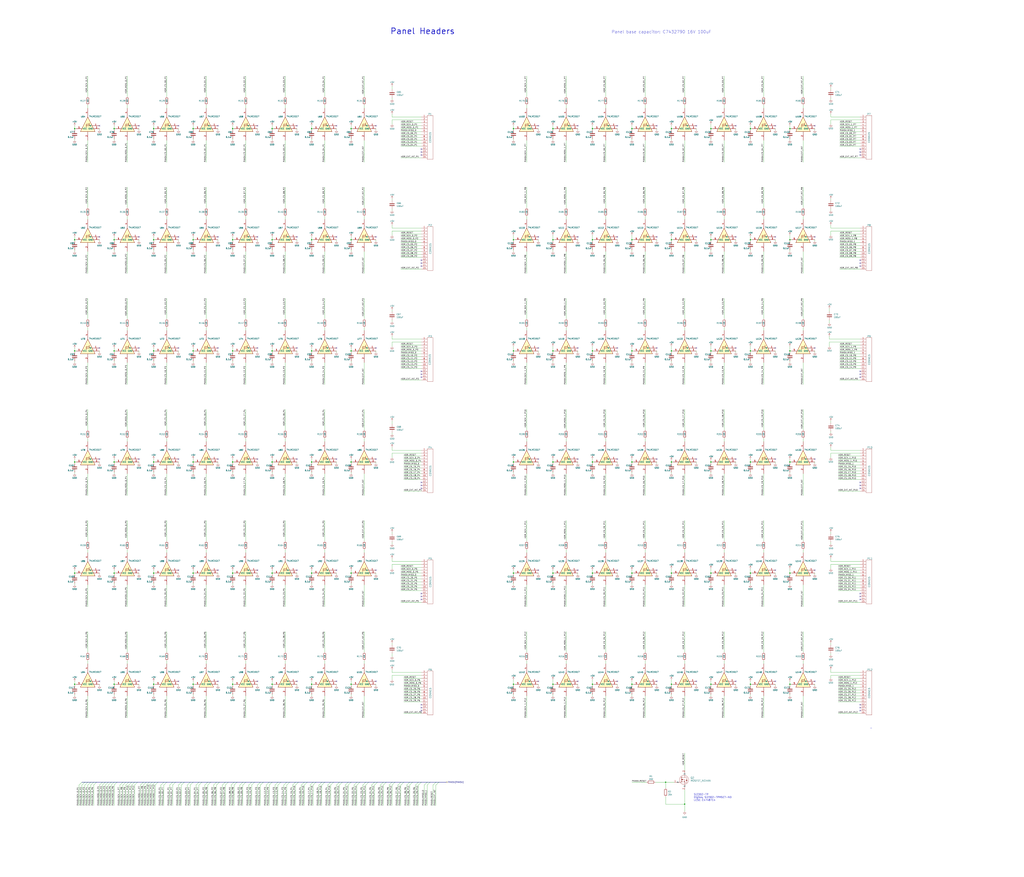
<source format=kicad_sch>
(kicad_sch (version 20231120) (generator "eeschema") (generator_version "8.0")
  (paper "User" 889 762)
  (bus_alias "PAN3V" (members "RESET" "SCK_0" "MOSI_0" "MISO_0" "SCK_1" "MOSI_1" "MISO_1" "CS_00" "CS_01" "CS_02" "CS_03" "CS_04" "CS_05" "CS_06" "CS_07" "CS_08" "CS_09" "CS_10" "CS_11" "CS_12" "CS_13" "CS_14" "CS_15" "CS_16" "CS_17" "CS_18" "CS_19" "CS_20" "CS_21" "CS_22" "CS_23" "CS_24" "CS_25" "CS_26" "CS_27" "CS_28" "CS_29" "EXT_INT"))
  (bus_alias "PAN5V" (members "SCK_0_P1" "SCK_0_P2" "SCK_0_P3" "SCK_0_P4" "SCK_0_P5" "SCK_0_P5" "SCK_0_P6" "MOSI_0_P1" "MOSI_0_P2" "MOSI_0_P3" "MOSI_0_P4" "MOSI_0_P5" "MOSI_0_P6" "SCK_1_P7" "SCK_1_P8" "SCK_1_P9" "SCK_1_P10" "SCK_1_P11" "SCK_1_P12" "MOSI_1_P7" "MOSI_1_P8" "MOSI_1_P9" "MOSI_1_P10" "MOSI_1_P11" "MOSI_1_P12" "CS_00_P1" "CS_00_P7" "CS_01_P1" "CS_01_P7" "CS_02_P1" "CS_02_P7" "CS_03_P1" "CS_03_P7" "CS_04_P1" "CS_04_P7" "CS_05_P2" "CS_05_P8" "CS_06_P2" "CS_06_P8" "CS_07_P2" "CS_07_P8" "CS_08_P2" "CS_08_P8" "CS_09_P2" "CS_09_P8" "CS_10_P3" "CS_10_P9" "CS_11_P3" "CS_11_P9" "CS_12_P3" "CS_12_P9" "CS_13_P3" "CS_13_P9" "CS_14_P3" "CS_14_P9" "CS_15_P4" "CS_15_P10" "CS_16_P4" "CS_16_P10" "CS_17_P4" "CS_17_P10" "CS_18_P4" "CS_18_P10" "CS_19_P4" "CS_19_P10" "CS_20_P5" "CS_20_P11" "CS_21_P5" "CS_21_P11" "CS_22_P5" "CS_22_P11" "CS_23_P5" "CS_23_P11" "CS_24_P5" "CS_24_P11" "CS_25_P6" "CS_25_P12" "CS_26_P6" "CS_26_P12" "CS_27_P6" "CS_27_P12" "CS_28_P6" "CS_28_P12" "CS_29_P6" "CS_29_P12" "MISO_0" "MISO_1" "RESET" "EXT_INT"))
  (junction (at 514.35 594.36))
  (junction (at 685.8 208.28))
  (junction (at 64.77 111.76))
  (junction (at 617.22 497.84))
  (junction (at 445.77 594.36))
  (junction (at 480.06 401.32))
  (junction (at 480.06 304.8))
  (junction (at 133.35 594.36))
  (junction (at 617.22 594.36))
  (junction (at 685.8 304.8))
  (junction (at 167.64 401.32))
  (junction (at 133.35 111.76))
  (junction (at 651.51 208.28))
  (junction (at 64.77 401.32))
  (junction (at 514.35 208.28))
  (junction (at 582.93 497.84))
  (junction (at 99.06 401.32))
  (junction (at 617.22 111.76))
  (junction (at 64.77 304.8))
  (junction (at 167.64 304.8))
  (junction (at 201.93 304.8))
  (junction (at 617.22 208.28))
  (junction (at 270.51 401.32))
  (junction (at 514.35 304.8))
  (junction (at 304.8 111.76))
  (junction (at 99.06 594.36))
  (junction (at 133.35 497.84))
  (junction (at 651.51 111.76))
  (junction (at 582.93 111.76))
  (junction (at 201.93 401.32))
  (junction (at 582.93 594.36))
  (junction (at 514.35 111.76))
  (junction (at 236.22 401.32))
  (junction (at 304.8 497.84))
  (junction (at 201.93 111.76))
  (junction (at 577.85 679.45))
  (junction (at 99.06 304.8))
  (junction (at 236.22 111.76))
  (junction (at 167.64 208.28))
  (junction (at 304.8 401.32))
  (junction (at 270.51 208.28))
  (junction (at 445.77 208.28))
  (junction (at 514.35 497.84))
  (junction (at 617.22 401.32))
  (junction (at 270.51 594.36))
  (junction (at 304.8 304.8))
  (junction (at 133.35 208.28))
  (junction (at 651.51 497.84))
  (junction (at 64.77 208.28))
  (junction (at 133.35 401.32))
  (junction (at 582.93 401.32))
  (junction (at 685.8 401.32))
  (junction (at 236.22 497.84))
  (junction (at 548.64 208.28))
  (junction (at 445.77 401.32))
  (junction (at 548.64 304.8))
  (junction (at 304.8 208.28))
  (junction (at 582.93 208.28))
  (junction (at 236.22 304.8))
  (junction (at 99.06 208.28))
  (junction (at 99.06 111.76))
  (junction (at 617.22 304.8))
  (junction (at 548.64 401.32))
  (junction (at 582.93 304.8))
  (junction (at 167.64 594.36))
  (junction (at 548.64 594.36))
  (junction (at 304.8 594.36))
  (junction (at 445.77 111.76))
  (junction (at 201.93 208.28))
  (junction (at 685.8 111.76))
  (junction (at 445.77 497.84))
  (junction (at 685.8 497.84))
  (junction (at 201.93 497.84))
  (junction (at 167.64 497.84))
  (junction (at 167.64 111.76))
  (junction (at 133.35 304.8))
  (junction (at 99.06 497.84))
  (junction (at 201.93 594.36))
  (junction (at 480.06 497.84))
  (junction (at 514.35 401.32))
  (junction (at 480.06 594.36))
  (junction (at 480.06 111.76))
  (junction (at 651.51 401.32))
  (junction (at 64.77 594.36))
  (junction (at 236.22 594.36))
  (junction (at 270.51 304.8))
  (junction (at 480.06 208.28))
  (junction (at 236.22 208.28))
  (junction (at 548.64 497.84))
  (junction (at 548.64 111.76))
  (junction (at 445.77 304.8))
  (junction (at 651.51 304.8))
  (junction (at 594.36 698.5))
  (junction (at 685.8 594.36))
  (junction (at 64.77 497.84))
  (junction (at 270.51 111.76))
  (junction (at 651.51 594.36))
  (junction (at 270.51 497.84))
  (no_connect (at 326.39 495.3))
  (no_connect (at 223.52 205.74))
  (no_connect (at 673.1 205.74))
  (no_connect (at 326.39 398.78))
  (no_connect (at 570.23 591.82))
  (no_connect (at 365.76 132.08))
  (no_connect (at 189.23 205.74))
  (no_connect (at 326.39 109.22))
  (no_connect (at 604.52 109.22))
  (no_connect (at 746.76 617.22))
  (no_connect (at 120.65 495.3))
  (no_connect (at 746.76 515.62))
  (no_connect (at 189.23 495.3))
  (no_connect (at 120.65 205.74))
  (no_connect (at 638.81 302.26))
  (no_connect (at 746.76 612.14))
  (no_connect (at 86.36 205.74))
  (no_connect (at 154.94 205.74))
  (no_connect (at 570.23 302.26))
  (no_connect (at 365.76 520.7))
  (no_connect (at 467.36 205.74))
  (no_connect (at 746.76 327.66))
  (no_connect (at 535.94 109.22))
  (no_connect (at 292.1 109.22))
  (no_connect (at 501.65 205.74))
  (no_connect (at 746.76 520.7))
  (no_connect (at 365.76 518.16))
  (no_connect (at 746.76 129.54))
  (no_connect (at 707.39 591.82))
  (no_connect (at 257.81 591.82))
  (no_connect (at 746.76 231.14))
  (no_connect (at 501.65 495.3))
  (no_connect (at 365.76 228.6))
  (no_connect (at 638.81 398.78))
  (no_connect (at 673.1 495.3))
  (no_connect (at 707.39 109.22))
  (no_connect (at 604.52 205.74))
  (no_connect (at 604.52 302.26))
  (no_connect (at 467.36 109.22))
  (no_connect (at 223.52 591.82))
  (no_connect (at 501.65 591.82))
  (no_connect (at 326.39 591.82))
  (no_connect (at 292.1 591.82))
  (no_connect (at 257.81 398.78))
  (no_connect (at 707.39 302.26))
  (no_connect (at 365.76 327.66))
  (no_connect (at 638.81 591.82))
  (no_connect (at 154.94 495.3))
  (no_connect (at 120.65 109.22))
  (no_connect (at 467.36 495.3))
  (no_connect (at 257.81 302.26))
  (no_connect (at 570.23 398.78))
  (no_connect (at 120.65 398.78))
  (no_connect (at 292.1 302.26))
  (no_connect (at 673.1 109.22))
  (no_connect (at 746.76 424.18))
  (no_connect (at 120.65 591.82))
  (no_connect (at 223.52 495.3))
  (no_connect (at 292.1 398.78))
  (no_connect (at 120.65 302.26))
  (no_connect (at 570.23 109.22))
  (no_connect (at 292.1 495.3))
  (no_connect (at 638.81 205.74))
  (no_connect (at 501.65 398.78))
  (no_connect (at 746.76 518.16))
  (no_connect (at 223.52 109.22))
  (no_connect (at 257.81 205.74))
  (no_connect (at 365.76 134.62))
  (no_connect (at 365.76 612.14))
  (no_connect (at 746.76 228.6))
  (no_connect (at 365.76 226.06))
  (no_connect (at 570.23 205.74))
  (no_connect (at 86.36 495.3))
  (no_connect (at 535.94 495.3))
  (no_connect (at 86.36 109.22))
  (no_connect (at 707.39 205.74))
  (no_connect (at 365.76 322.58))
  (no_connect (at 154.94 591.82))
  (no_connect (at 746.76 421.64))
  (no_connect (at 501.65 302.26))
  (no_connect (at 365.76 614.68))
  (no_connect (at 604.52 495.3))
  (no_connect (at 257.81 495.3))
  (no_connect (at 638.81 495.3))
  (no_connect (at 326.39 205.74))
  (no_connect (at 746.76 614.68))
  (no_connect (at 746.76 322.58))
  (no_connect (at 746.76 325.12))
  (no_connect (at 707.39 495.3))
  (no_connect (at 365.76 325.12))
  (no_connect (at 467.36 398.78))
  (no_connect (at 673.1 302.26))
  (no_connect (at 189.23 109.22))
  (no_connect (at 673.1 398.78))
  (no_connect (at 746.76 226.06))
  (no_connect (at 292.1 205.74))
  (no_connect (at 86.36 302.26))
  (no_connect (at 604.52 591.82))
  (no_connect (at 365.76 421.64))
  (no_connect (at 746.76 419.1))
  (no_connect (at 467.36 591.82))
  (no_connect (at 223.52 398.78))
  (no_connect (at 535.94 302.26))
  (no_connect (at 746.76 132.08))
  (no_connect (at 535.94 591.82))
  (no_connect (at 189.23 398.78))
  (no_connect (at 746.76 134.62))
  (no_connect (at 365.76 129.54))
  (no_connect (at 189.23 591.82))
  (no_connect (at 154.94 302.26))
  (no_connect (at 189.23 302.26))
  (no_connect (at 365.76 231.14))
  (no_connect (at 257.81 109.22))
  (no_connect (at 535.94 398.78))
  (no_connect (at 154.94 398.78))
  (no_connect (at 86.36 591.82))
  (no_connect (at 365.76 424.18))
  (no_connect (at 604.52 398.78))
  (no_connect (at 570.23 495.3))
  (no_connect (at 365.76 617.22))
  (no_connect (at 326.39 302.26))
  (no_connect (at 673.1 591.82))
  (no_connect (at 365.76 419.1))
  (no_connect (at 365.76 515.62))
  (no_connect (at 638.81 109.22))
  (no_connect (at 154.94 109.22))
  (no_connect (at 501.65 109.22))
  (no_connect (at 707.39 398.78))
  (no_connect (at 86.36 398.78))
  (no_connect (at 223.52 302.26))
  (no_connect (at 535.94 205.74))
  (no_connect (at 467.36 302.26))
  (bus_entry (at 76.2 681.99) (size 2.54 -2.54))
  (bus_entry (at 223.52 681.99) (size 2.54 -2.54))
  (bus_entry (at 340.36 681.99) (size 2.54 -2.54))
  (bus_entry (at 200.66 681.99) (size 2.54 -2.54))
  (bus_entry (at 180.34 681.99) (size 2.54 -2.54))
  (bus_entry (at 231.14 681.99) (size 2.54 -2.54))
  (bus_entry (at 134.62 681.99) (size 2.54 -2.54))
  (bus_entry (at 370.84 681.99) (size 2.54 -2.54))
  (bus_entry (at 307.34 681.99) (size 2.54 -2.54))
  (bus_entry (at 246.38 681.99) (size 2.54 -2.54))
  (bus_entry (at 71.12 681.99) (size 2.54 -2.54))
  (bus_entry (at 88.9 681.99) (size 2.54 -2.54))
  (bus_entry (at 195.58 681.99) (size 2.54 -2.54))
  (bus_entry (at 124.46 681.99) (size 2.54 -2.54))
  (bus_entry (at 233.68 681.99) (size 2.54 -2.54))
  (bus_entry (at 279.4 681.99) (size 2.54 -2.54))
  (bus_entry (at 99.06 681.99) (size 2.54 -2.54))
  (bus_entry (at 294.64 681.99) (size 2.54 -2.54))
  (bus_entry (at 132.08 681.99) (size 2.54 -2.54))
  (bus_entry (at 154.94 681.99) (size 2.54 -2.54))
  (bus_entry (at 129.54 681.99) (size 2.54 -2.54))
  (bus_entry (at 355.6 681.99) (size 2.54 -2.54))
  (bus_entry (at 241.3 681.99) (size 2.54 -2.54))
  (bus_entry (at 185.42 681.99) (size 2.54 -2.54))
  (bus_entry (at 299.72 681.99) (size 2.54 -2.54))
  (bus_entry (at 276.86 681.99) (size 2.54 -2.54))
  (bus_entry (at 345.44 681.99) (size 2.54 -2.54))
  (bus_entry (at 256.54 681.99) (size 2.54 -2.54))
  (bus_entry (at 81.28 681.99) (size 2.54 -2.54))
  (bus_entry (at 162.56 681.99) (size 2.54 -2.54))
  (bus_entry (at 93.98 681.99) (size 2.54 -2.54))
  (bus_entry (at 149.86 681.99) (size 2.54 -2.54))
  (bus_entry (at 375.92 681.99) (size 2.54 -2.54))
  (bus_entry (at 78.74 681.99) (size 2.54 -2.54))
  (bus_entry (at 142.24 681.99) (size 2.54 -2.54))
  (bus_entry (at 111.76 681.99) (size 2.54 -2.54))
  (bus_entry (at 127 681.99) (size 2.54 -2.54))
  (bus_entry (at 187.96 681.99) (size 2.54 -2.54))
  (bus_entry (at 210.82 681.99) (size 2.54 -2.54))
  (bus_entry (at 378.46 681.99) (size 2.54 -2.54))
  (bus_entry (at 347.98 681.99) (size 2.54 -2.54))
  (bus_entry (at 104.14 681.99) (size 2.54 -2.54))
  (bus_entry (at 254 681.99) (size 2.54 -2.54))
  (bus_entry (at 215.9 681.99) (size 2.54 -2.54))
  (bus_entry (at 91.44 681.99) (size 2.54 -2.54))
  (bus_entry (at 170.18 681.99) (size 2.54 -2.54))
  (bus_entry (at 360.68 681.99) (size 2.54 -2.54))
  (bus_entry (at 284.48 681.99) (size 2.54 -2.54))
  (bus_entry (at 114.3 681.99) (size 2.54 -2.54))
  (bus_entry (at 86.36 681.99) (size 2.54 -2.54))
  (bus_entry (at 193.04 681.99) (size 2.54 -2.54))
  (bus_entry (at 264.16 681.99) (size 2.54 -2.54))
  (bus_entry (at 226.06 681.99) (size 2.54 -2.54))
  (bus_entry (at 261.62 681.99) (size 2.54 -2.54))
  (bus_entry (at 337.82 681.99) (size 2.54 -2.54))
  (bus_entry (at 165.1 681.99) (size 2.54 -2.54))
  (bus_entry (at 147.32 681.99) (size 2.54 -2.54))
  (bus_entry (at 363.22 681.99) (size 2.54 -2.54))
  (bus_entry (at 203.2 681.99) (size 2.54 -2.54))
  (bus_entry (at 139.7 681.99) (size 2.54 -2.54))
  (bus_entry (at 238.76 681.99) (size 2.54 -2.54))
  (bus_entry (at 309.88 681.99) (size 2.54 -2.54))
  (bus_entry (at 368.3 681.99) (size 2.54 -2.54))
  (bus_entry (at 353.06 681.99) (size 2.54 -2.54))
  (bus_entry (at 317.5 681.99) (size 2.54 -2.54))
  (bus_entry (at 73.66 681.99) (size 2.54 -2.54))
  (bus_entry (at 330.2 681.99) (size 2.54 -2.54))
  (bus_entry (at 109.22 681.99) (size 2.54 -2.54))
  (bus_entry (at 157.48 681.99) (size 2.54 -2.54))
  (bus_entry (at 292.1 681.99) (size 2.54 -2.54))
  (bus_entry (at 121.92 681.99) (size 2.54 -2.54))
  (bus_entry (at 302.26 681.99) (size 2.54 -2.54))
  (bus_entry (at 332.74 681.99) (size 2.54 -2.54))
  (bus_entry (at 314.96 681.99) (size 2.54 -2.54))
  (bus_entry (at 68.58 681.99) (size 2.54 -2.54))
  (bus_entry (at 287.02 681.99) (size 2.54 -2.54))
  (bus_entry (at 325.12 681.99) (size 2.54 -2.54))
  (bus_entry (at 322.58 681.99) (size 2.54 -2.54))
  (bus_entry (at 96.52 681.99) (size 2.54 -2.54))
  (bus_entry (at 172.72 681.99) (size 2.54 -2.54))
  (bus_entry (at 116.84 681.99) (size 2.54 -2.54))
  (bus_entry (at 271.78 681.99) (size 2.54 -2.54))
  (bus_entry (at 269.24 681.99) (size 2.54 -2.54))
  (bus_entry (at 106.68 681.99) (size 2.54 -2.54))
  (bus_entry (at 218.44 681.99) (size 2.54 -2.54))
  (bus_entry (at 208.28 681.99) (size 2.54 -2.54))
  (bus_entry (at 177.8 681.99) (size 2.54 -2.54))
  (bus_entry (at 248.92 681.99) (size 2.54 -2.54))
  (wire (pts (xy 133.35 208.28) (xy 134.62 208.28)))
  (wire (pts (xy 617.22 208.28) (xy 618.49 208.28)))
  (wire (pts (xy 270.51 205.74) (xy 270.51 208.28)))
  (bus (pts (xy 88.9 679.45) (xy 91.44 679.45)))
  (wire (pts (xy 179.07 355.6) (xy 179.07 373.38)))
  (wire (pts (xy 110.49 477.52) (xy 110.49 480.06)))
  (wire (pts (xy 281.94 121.92) (xy 281.94 140.97)))
  (wire (pts (xy 721.36 365.76) (xy 721.36 367.03)))
  (wire (pts (xy 673.1 209.55) (xy 673.1 208.28)))
  (wire (pts (xy 514.35 594.36) (xy 515.62 594.36)))
  (wire (pts (xy 467.36 402.59) (xy 467.36 401.32)))
  (wire (pts (xy 189.23 595.63) (xy 189.23 594.36)))
  (wire (pts (xy 236.22 401.32) (xy 236.22 402.59)))
  (wire (pts (xy 594.36 355.6) (xy 594.36 373.38)))
  (bus (pts (xy 302.26 679.45) (xy 304.8 679.45)))
  (wire (pts (xy 727.71 513.08) (xy 746.76 513.08)))
  (wire (pts (xy 628.65 574.04) (xy 628.65 576.58)))
  (wire (pts (xy 64.77 401.32) (xy 66.04 401.32)))
  (wire (pts (xy 238.76 681.99) (xy 238.76 699.77)))
  (wire (pts (xy 480.06 506.73) (xy 480.06 508)))
  (wire (pts (xy 281.94 314.96) (xy 281.94 334.01)))
  (wire (pts (xy 445.77 304.8) (xy 445.77 306.07)))
  (wire (pts (xy 247.65 284.48) (xy 247.65 287.02)))
  (wire (pts (xy 560.07 187.96) (xy 560.07 190.5)))
  (wire (pts (xy 201.93 313.69) (xy 201.93 314.96)))
  (wire (pts (xy 213.36 477.52) (xy 213.36 480.06)))
  (wire (pts (xy 594.36 685.8) (xy 594.36 698.5)))
  (wire (pts (xy 651.51 506.73) (xy 651.51 508)))
  (wire (pts (xy 721.36 586.74) (xy 746.76 586.74)))
  (wire (pts (xy 340.36 584.2) (xy 365.76 584.2)))
  (wire (pts (xy 525.78 548.64) (xy 525.78 566.42)))
  (wire (pts (xy 594.36 218.44) (xy 594.36 237.49)))
  (wire (pts (xy 64.77 594.36) (xy 64.77 595.63)))
  (wire (pts (xy 167.64 304.8) (xy 167.64 306.07)))
  (wire (pts (xy 707.39 306.07) (xy 707.39 304.8)))
  (wire (pts (xy 270.51 111.76) (xy 270.51 113.03)))
  (wire (pts (xy 582.93 410.21) (xy 582.93 411.48)))
  (wire (pts (xy 721.36 490.22) (xy 721.36 494.03)))
  (bus (pts (xy 335.28 679.45) (xy 340.36 679.45)))
  (wire (pts (xy 560.07 259.08) (xy 560.07 276.86)))
  (wire (pts (xy 685.8 208.28) (xy 687.07 208.28)))
  (wire (pts (xy 728.98 220.98) (xy 746.76 220.98)))
  (wire (pts (xy 213.36 314.96) (xy 213.36 334.01)))
  (wire (pts (xy 172.72 681.99) (xy 172.72 699.77)))
  (wire (pts (xy 728.98 312.42) (xy 746.76 312.42)))
  (wire (pts (xy 651.51 401.32) (xy 652.78 401.32)))
  (wire (pts (xy 76.2 66.04) (xy 76.2 83.82)))
  (wire (pts (xy 236.22 120.65) (xy 236.22 121.92)))
  (wire (pts (xy 548.64 679.45) (xy 561.34 679.45)))
  (wire (pts (xy 491.49 121.92) (xy 491.49 140.97)))
  (wire (pts (xy 662.94 574.04) (xy 662.94 576.58)))
  (bus (pts (xy 264.16 679.45) (xy 266.7 679.45)))
  (wire (pts (xy 651.51 401.32) (xy 651.51 402.59)))
  (wire (pts (xy 617.22 313.69) (xy 617.22 314.96)))
  (wire (pts (xy 340.36 292.1) (xy 340.36 294.64)))
  (wire (pts (xy 270.51 313.69) (xy 270.51 314.96)))
  (wire (pts (xy 270.51 208.28) (xy 271.78 208.28)))
  (wire (pts (xy 133.35 109.22) (xy 133.35 111.76)))
  (wire (pts (xy 651.51 313.69) (xy 651.51 314.96)))
  (wire (pts (xy 662.94 259.08) (xy 662.94 276.86)))
  (wire (pts (xy 81.28 681.99) (xy 81.28 699.77)))
  (wire (pts (xy 281.94 284.48) (xy 281.94 287.02)))
  (wire (pts (xy 110.49 574.04) (xy 110.49 576.58)))
  (wire (pts (xy 728.98 106.68) (xy 746.76 106.68)))
  (wire (pts (xy 548.64 594.36) (xy 549.91 594.36)))
  (wire (pts (xy 350.52 416.56) (xy 365.76 416.56)))
  (wire (pts (xy 728.98 210.82) (xy 746.76 210.82)))
  (wire (pts (xy 560.07 477.52) (xy 560.07 480.06)))
  (wire (pts (xy 304.8 591.82) (xy 304.8 594.36)))
  (wire (pts (xy 594.36 411.48) (xy 594.36 430.53)))
  (wire (pts (xy 347.98 492.76) (xy 365.76 492.76)))
  (wire (pts (xy 617.22 591.82) (xy 617.22 594.36)))
  (wire (pts (xy 133.35 205.74) (xy 133.35 208.28)))
  (wire (pts (xy 213.36 604.52) (xy 213.36 623.57)))
  (wire (pts (xy 560.07 411.48) (xy 560.07 430.53)))
  (wire (pts (xy 99.06 398.78) (xy 99.06 401.32)))
  (bus (pts (xy 312.42 679.45) (xy 317.5 679.45)))
  (wire (pts (xy 525.78 314.96) (xy 525.78 334.01)))
  (wire (pts (xy 721.36 182.88) (xy 721.36 181.61)))
  (wire (pts (xy 326.39 595.63) (xy 326.39 594.36)))
  (wire (pts (xy 340.36 490.22) (xy 340.36 494.03)))
  (wire (pts (xy 281.94 162.56) (xy 281.94 180.34)))
  (wire (pts (xy 340.36 393.7) (xy 340.36 397.51)))
  (wire (pts (xy 582.93 217.17) (xy 582.93 218.44)))
  (bus (pts (xy 378.46 679.45) (xy 381 679.45)))
  (wire (pts (xy 445.77 398.78) (xy 445.77 401.32)))
  (wire (pts (xy 326.39 402.59) (xy 326.39 401.32)))
  (bus (pts (xy 127 679.45) (xy 129.54 679.45)))
  (wire (pts (xy 167.64 594.36) (xy 168.91 594.36)))
  (wire (pts (xy 133.35 398.78) (xy 133.35 401.32)))
  (wire (pts (xy 728.98 302.26) (xy 746.76 302.26)))
  (wire (pts (xy 254 681.99) (xy 254 699.77)))
  (bus (pts (xy 342.9 679.45) (xy 347.98 679.45)))
  (wire (pts (xy 316.23 162.56) (xy 316.23 180.34)))
  (bus (pts (xy 279.4 679.45) (xy 281.94 679.45)))
  (wire (pts (xy 316.23 574.04) (xy 316.23 576.58)))
  (wire (pts (xy 179.07 259.08) (xy 179.07 276.86)))
  (wire (pts (xy 167.64 594.36) (xy 167.64 595.63)))
  (wire (pts (xy 270.51 591.82) (xy 270.51 594.36)))
  (wire (pts (xy 330.2 681.99) (xy 330.2 699.77)))
  (wire (pts (xy 480.06 304.8) (xy 480.06 306.07)))
  (wire (pts (xy 64.77 217.17) (xy 64.77 218.44)))
  (wire (pts (xy 617.22 506.73) (xy 617.22 508)))
  (wire (pts (xy 167.64 401.32) (xy 168.91 401.32)))
  (wire (pts (xy 577.85 679.45) (xy 585.47 679.45)))
  (wire (pts (xy 514.35 603.25) (xy 514.35 604.52)))
  (wire (pts (xy 673.1 306.07) (xy 673.1 304.8)))
  (wire (pts (xy 514.35 497.84) (xy 515.62 497.84)))
  (wire (pts (xy 604.52 499.11) (xy 604.52 497.84)))
  (wire (pts (xy 201.93 208.28) (xy 201.93 209.55)))
  (wire (pts (xy 64.77 111.76) (xy 66.04 111.76)))
  (wire (pts (xy 548.64 204.47) (xy 548.64 208.28)))
  (bus (pts (xy 363.22 679.45) (xy 365.76 679.45)))
  (wire (pts (xy 133.35 401.32) (xy 134.62 401.32)))
  (wire (pts (xy 560.07 355.6) (xy 560.07 373.38)))
  (wire (pts (xy 727.71 497.84) (xy 746.76 497.84)))
  (wire (pts (xy 628.65 604.52) (xy 628.65 623.57)))
  (wire (pts (xy 86.36 209.55) (xy 86.36 208.28)))
  (wire (pts (xy 236.22 594.36) (xy 236.22 595.63)))
  (wire (pts (xy 114.3 681.99) (xy 114.3 699.77)))
  (wire (pts (xy 144.78 284.48) (xy 144.78 287.02)))
  (wire (pts (xy 560.07 66.04) (xy 560.07 83.82)))
  (wire (pts (xy 110.49 162.56) (xy 110.49 180.34)))
  (wire (pts (xy 697.23 355.6) (xy 697.23 373.38)))
  (wire (pts (xy 64.77 109.22) (xy 64.77 111.76)))
  (wire (pts (xy 685.8 594.36) (xy 685.8 595.63)))
  (wire (pts (xy 347.98 127) (xy 365.76 127)))
  (wire (pts (xy 560.07 121.92) (xy 560.07 140.97)))
  (wire (pts (xy 514.35 208.28) (xy 515.62 208.28)))
  (wire (pts (xy 200.66 681.99) (xy 200.66 699.77)))
  (wire (pts (xy 304.8 398.78) (xy 304.8 401.32)))
  (wire (pts (xy 707.39 402.59) (xy 707.39 401.32)))
  (wire (pts (xy 347.98 523.24) (xy 365.76 523.24)))
  (wire (pts (xy 582.93 594.36) (xy 584.2 594.36)))
  (wire (pts (xy 189.23 402.59) (xy 189.23 401.32)))
  (wire (pts (xy 651.51 208.28) (xy 652.78 208.28)))
  (wire (pts (xy 594.36 548.64) (xy 594.36 566.42)))
  (bus (pts (xy 259.08 679.45) (xy 264.16 679.45)))
  (wire (pts (xy 582.93 401.32) (xy 582.93 402.59)))
  (wire (pts (xy 167.64 398.78) (xy 167.64 401.32)))
  (wire (pts (xy 347.98 508) (xy 365.76 508)))
  (wire (pts (xy 728.98 304.8) (xy 746.76 304.8)))
  (wire (pts (xy 120.65 306.07) (xy 120.65 304.8)))
  (wire (pts (xy 594.36 698.5) (xy 594.36 704.85)))
  (wire (pts (xy 110.49 355.6) (xy 110.49 373.38)))
  (wire (pts (xy 99.06 208.28) (xy 99.06 209.55)))
  (wire (pts (xy 64.77 313.69) (xy 64.77 314.96)))
  (wire (pts (xy 525.78 66.04) (xy 525.78 83.82)))
  (wire (pts (xy 617.22 107.95) (xy 617.22 111.76)))
  (wire (pts (xy 728.98 203.2) (xy 746.76 203.2)))
  (wire (pts (xy 213.36 162.56) (xy 213.36 180.34)))
  (bus (pts (xy 91.44 679.45) (xy 93.98 679.45)))
  (wire (pts (xy 514.35 313.69) (xy 514.35 314.96)))
  (wire (pts (xy 594.36 259.08) (xy 594.36 276.86)))
  (wire (pts (xy 201.93 497.84) (xy 203.2 497.84)))
  (bus (pts (xy 81.28 679.45) (xy 83.82 679.45)))
  (wire (pts (xy 76.2 162.56) (xy 76.2 180.34)))
  (wire (pts (xy 467.36 306.07) (xy 467.36 304.8)))
  (bus (pts (xy 332.74 679.45) (xy 335.28 679.45)))
  (wire (pts (xy 340.36 294.64) (xy 365.76 294.64)))
  (wire (pts (xy 347.98 111.76) (xy 365.76 111.76)))
  (wire (pts (xy 697.23 381) (xy 697.23 383.54)))
  (wire (pts (xy 347.98 302.26) (xy 365.76 302.26)))
  (wire (pts (xy 480.06 401.32) (xy 480.06 402.59)))
  (wire (pts (xy 350.52 414.02) (xy 365.76 414.02)))
  (wire (pts (xy 340.36 487.68) (xy 365.76 487.68)))
  (wire (pts (xy 167.64 401.32) (xy 167.64 402.59)))
  (wire (pts (xy 628.65 314.96) (xy 628.65 334.01)))
  (wire (pts (xy 144.78 411.48) (xy 144.78 430.53)))
  (wire (pts (xy 582.93 400.05) (xy 582.93 401.32)))
  (wire (pts (xy 247.65 91.44) (xy 247.65 93.98)))
  (wire (pts (xy 445.77 401.32) (xy 445.77 402.59)))
  (wire (pts (xy 167.64 120.65) (xy 167.64 121.92)))
  (wire (pts (xy 350.52 604.52) (xy 365.76 604.52)))
  (wire (pts (xy 728.98 124.46) (xy 746.76 124.46)))
  (wire (pts (xy 662.94 477.52) (xy 662.94 480.06)))
  (wire (pts (xy 340.36 485.14) (xy 340.36 487.68)))
  (bus (pts (xy 325.12 679.45) (xy 327.66 679.45)))
  (wire (pts (xy 99.06 401.32) (xy 99.06 402.59)))
  (wire (pts (xy 685.8 217.17) (xy 685.8 218.44)))
  (wire (pts (xy 316.23 314.96) (xy 316.23 334.01)))
  (wire (pts (xy 179.07 162.56) (xy 179.07 180.34)))
  (wire (pts (xy 76.2 381) (xy 76.2 383.54)))
  (wire (pts (xy 281.94 574.04) (xy 281.94 576.58)))
  (wire (pts (xy 628.65 548.64) (xy 628.65 566.42)))
  (wire (pts (xy 727.71 607.06) (xy 746.76 607.06)))
  (wire (pts (xy 685.8 313.69) (xy 685.8 314.96)))
  (wire (pts (xy 347.98 109.22) (xy 365.76 109.22)))
  (wire (pts (xy 133.35 497.84) (xy 133.35 499.11)))
  (bus (pts (xy 350.52 679.45) (xy 355.6 679.45)))
  (wire (pts (xy 236.22 111.76) (xy 236.22 113.03)))
  (wire (pts (xy 617.22 120.65) (xy 617.22 121.92)))
  (wire (pts (xy 68.58 681.99) (xy 68.58 699.77)))
  (wire (pts (xy 651.51 398.78) (xy 651.51 401.32)))
  (wire (pts (xy 179.07 121.92) (xy 179.07 140.97)))
  (wire (pts (xy 651.51 217.17) (xy 651.51 218.44)))
  (wire (pts (xy 350.52 589.28) (xy 365.76 589.28)))
  (wire (pts (xy 445.77 410.21) (xy 445.77 411.48)))
  (wire (pts (xy 535.94 402.59) (xy 535.94 401.32)))
  (wire (pts (xy 651.51 497.84) (xy 652.78 497.84)))
  (wire (pts (xy 316.23 355.6) (xy 316.23 373.38)))
  (wire (pts (xy 604.52 113.03) (xy 604.52 111.76)))
  (wire (pts (xy 548.64 506.73) (xy 548.64 508)))
  (wire (pts (xy 662.94 604.52) (xy 662.94 623.57)))
  (wire (pts (xy 281.94 508) (xy 281.94 527.05)))
  (wire (pts (xy 570.23 595.63) (xy 570.23 594.36)))
  (wire (pts (xy 294.64 681.99) (xy 294.64 699.77)))
  (wire (pts (xy 340.36 586.74) (xy 365.76 586.74)))
  (wire (pts (xy 144.78 314.96) (xy 144.78 334.01)))
  (wire (pts (xy 270.51 497.84) (xy 271.78 497.84)))
  (bus (pts (xy 182.88 679.45) (xy 187.96 679.45)))
  (wire (pts (xy 64.77 497.84) (xy 64.77 499.11)))
  (wire (pts (xy 179.07 508) (xy 179.07 527.05)))
  (wire (pts (xy 628.65 259.08) (xy 628.65 276.86)))
  (wire (pts (xy 76.2 548.64) (xy 76.2 566.42)))
  (wire (pts (xy 201.93 120.65) (xy 201.93 121.92)))
  (wire (pts (xy 727.71 591.82) (xy 746.76 591.82)))
  (wire (pts (xy 304.8 205.74) (xy 304.8 208.28)))
  (wire (pts (xy 628.65 162.56) (xy 628.65 180.34)))
  (bus (pts (xy 340.36 679.45) (xy 342.9 679.45)))
  (wire (pts (xy 721.36 462.28) (xy 721.36 463.55)))
  (wire (pts (xy 604.52 402.59) (xy 604.52 401.32)))
  (wire (pts (xy 99.06 495.3) (xy 99.06 497.84)))
  (bus (pts (xy 76.2 679.45) (xy 78.74 679.45)))
  (bus (pts (xy 309.88 679.45) (xy 312.42 679.45)))
  (wire (pts (xy 514.35 401.32) (xy 514.35 402.59)))
  (wire (pts (xy 662.94 121.92) (xy 662.94 140.97)))
  (wire (pts (xy 720.09 292.1) (xy 720.09 294.64)))
  (wire (pts (xy 560.07 314.96) (xy 560.07 334.01)))
  (wire (pts (xy 491.49 411.48) (xy 491.49 430.53)))
  (wire (pts (xy 727.71 406.4) (xy 746.76 406.4)))
  (wire (pts (xy 651.51 120.65) (xy 651.51 121.92)))
  (wire (pts (xy 480.06 495.3) (xy 480.06 497.84)))
  (wire (pts (xy 728.98 208.28) (xy 746.76 208.28)))
  (wire (pts (xy 270.51 217.17) (xy 270.51 218.44)))
  (wire (pts (xy 292.1 402.59) (xy 292.1 401.32)))
  (wire (pts (xy 86.36 595.63) (xy 86.36 594.36)))
  (wire (pts (xy 347.98 220.98) (xy 365.76 220.98)))
  (wire (pts (xy 208.28 681.99) (xy 208.28 699.77)))
  (wire (pts (xy 662.94 381) (xy 662.94 383.54)))
  (wire (pts (xy 144.78 548.64) (xy 144.78 566.42)))
  (wire (pts (xy 560.07 284.48) (xy 560.07 287.02)))
  (wire (pts (xy 727.71 396.24) (xy 746.76 396.24)))
  (wire (pts (xy 727.71 398.78) (xy 746.76 398.78)))
  (wire (pts (xy 340.36 85.09) (xy 340.36 86.36)))
  (wire (pts (xy 594.36 66.04) (xy 594.36 83.82)))
  (wire (pts (xy 76.2 187.96) (xy 76.2 190.5)))
  (wire (pts (xy 728.98 116.84) (xy 746.76 116.84)))
  (bus (pts (xy 297.18 679.45) (xy 302.26 679.45)))
  (wire (pts (xy 144.78 91.44) (xy 144.78 93.98)))
  (wire (pts (xy 147.32 681.99) (xy 147.32 699.77)))
  (wire (pts (xy 457.2 218.44) (xy 457.2 237.49)))
  (wire (pts (xy 304.8 111.76) (xy 304.8 113.03)))
  (wire (pts (xy 491.49 187.96) (xy 491.49 190.5)))
  (wire (pts (xy 720.09 297.18) (xy 720.09 300.99)))
  (wire (pts (xy 256.54 681.99) (xy 256.54 699.77)))
  (wire (pts (xy 110.49 452.12) (xy 110.49 469.9)))
  (wire (pts (xy 281.94 452.12) (xy 281.94 469.9)))
  (bus (pts (xy 287.02 679.45) (xy 289.56 679.45)))
  (wire (pts (xy 491.49 477.52) (xy 491.49 480.06)))
  (wire (pts (xy 617.22 410.21) (xy 617.22 411.48)))
  (wire (pts (xy 340.36 581.66) (xy 340.36 584.2)))
  (wire (pts (xy 617.22 300.99) (xy 617.22 304.8)))
  (wire (pts (xy 697.23 187.96) (xy 697.23 190.5)))
  (wire (pts (xy 340.36 391.16) (xy 365.76 391.16)))
  (wire (pts (xy 457.2 66.04) (xy 457.2 83.82)))
  (wire (pts (xy 480.06 594.36) (xy 481.33 594.36)))
  (wire (pts (xy 157.48 681.99) (xy 157.48 699.77)))
  (wire (pts (xy 525.78 218.44) (xy 525.78 237.49)))
  (wire (pts (xy 501.65 113.03) (xy 501.65 111.76)))
  (wire (pts (xy 247.65 314.96) (xy 247.65 334.01)))
  (wire (pts (xy 628.65 508) (xy 628.65 527.05)))
  (wire (pts (xy 525.78 477.52) (xy 525.78 480.06)))
  (wire (pts (xy 223.52 595.63) (xy 223.52 594.36)))
  (wire (pts (xy 707.39 595.63) (xy 707.39 594.36)))
  (wire (pts (xy 247.65 477.52) (xy 247.65 480.06)))
  (wire (pts (xy 304.8 603.25) (xy 304.8 604.52)))
  (bus (pts (xy 241.3 679.45) (xy 243.84 679.45)))
  (bus (pts (xy 190.5 679.45) (xy 195.58 679.45)))
  (wire (pts (xy 167.64 497.84) (xy 168.91 497.84)))
  (wire (pts (xy 154.94 595.63) (xy 154.94 594.36)))
  (wire (pts (xy 685.8 410.21) (xy 685.8 411.48)))
  (wire (pts (xy 189.23 113.03) (xy 189.23 111.76)))
  (wire (pts (xy 247.65 452.12) (xy 247.65 469.9)))
  (wire (pts (xy 638.81 113.03) (xy 638.81 111.76)))
  (wire (pts (xy 347.98 114.3) (xy 365.76 114.3)))
  (wire (pts (xy 223.52 402.59) (xy 223.52 401.32)))
  (wire (pts (xy 651.51 111.76) (xy 652.78 111.76)))
  (wire (pts (xy 445.77 208.28) (xy 447.04 208.28)))
  (bus (pts (xy 142.24 679.45) (xy 144.78 679.45)))
  (wire (pts (xy 223.52 113.03) (xy 223.52 111.76)))
  (wire (pts (xy 491.49 355.6) (xy 491.49 373.38)))
  (wire (pts (xy 167.64 506.73) (xy 167.64 508)))
  (wire (pts (xy 727.71 401.32) (xy 746.76 401.32)))
  (wire (pts (xy 201.93 302.26) (xy 201.93 304.8)))
  (wire (pts (xy 201.93 401.32) (xy 203.2 401.32)))
  (wire (pts (xy 457.2 548.64) (xy 457.2 566.42)))
  (wire (pts (xy 347.98 203.2) (xy 365.76 203.2)))
  (wire (pts (xy 86.36 402.59) (xy 86.36 401.32)))
  (wire (pts (xy 270.51 495.3) (xy 270.51 497.84)))
  (bus (pts (xy 228.6 679.45) (xy 233.68 679.45)))
  (wire (pts (xy 347.98 223.52) (xy 365.76 223.52)))
  (wire (pts (xy 594.36 187.96) (xy 594.36 190.5)))
  (wire (pts (xy 110.49 66.04) (xy 110.49 83.82)))
  (wire (pts (xy 467.36 113.03) (xy 467.36 111.76)))
  (wire (pts (xy 167.64 217.17) (xy 167.64 218.44)))
  (wire (pts (xy 445.77 217.17) (xy 445.77 218.44)))
  (wire (pts (xy 548.64 398.78) (xy 548.64 401.32)))
  (wire (pts (xy 124.46 681.99) (xy 124.46 699.77)))
  (wire (pts (xy 662.94 452.12) (xy 662.94 469.9)))
  (wire (pts (xy 685.8 603.25) (xy 685.8 604.52)))
  (wire (pts (xy 340.36 195.58) (xy 340.36 198.12)))
  (wire (pts (xy 316.23 452.12) (xy 316.23 469.9)))
  (bus (pts (xy 93.98 679.45) (xy 96.52 679.45)))
  (wire (pts (xy 514.35 410.21) (xy 514.35 411.48)))
  (wire (pts (xy 96.52 681.99) (xy 96.52 699.77)))
  (wire (pts (xy 99.06 302.26) (xy 99.06 304.8)))
  (wire (pts (xy 728.98 317.5) (xy 746.76 317.5)))
  (wire (pts (xy 99.06 497.84) (xy 99.06 499.11)))
  (wire (pts (xy 480.06 109.22) (xy 480.06 111.76)))
  (wire (pts (xy 721.36 85.09) (xy 721.36 86.36)))
  (wire (pts (xy 548.64 591.82) (xy 548.64 594.36)))
  (wire (pts (xy 651.51 300.99) (xy 651.51 304.8)))
  (wire (pts (xy 133.35 208.28) (xy 133.35 209.55)))
  (wire (pts (xy 99.06 506.73) (xy 99.06 508)))
  (wire (pts (xy 594.36 574.04) (xy 594.36 576.58)))
  (wire (pts (xy 167.64 497.84) (xy 167.64 499.11)))
  (wire (pts (xy 368.3 681.99) (xy 368.3 699.77)))
  (wire (pts (xy 480.06 410.21) (xy 480.06 411.48)))
  (wire (pts (xy 133.35 506.73) (xy 133.35 508)))
  (wire (pts (xy 309.88 681.99) (xy 309.88 699.77)))
  (wire (pts (xy 570.23 402.59) (xy 570.23 401.32)))
  (wire (pts (xy 363.22 681.99) (xy 363.22 699.77)))
  (wire (pts (xy 246.38 681.99) (xy 246.38 699.77)))
  (wire (pts (xy 491.49 508) (xy 491.49 527.05)))
  (wire (pts (xy 76.2 355.6) (xy 76.2 373.38)))
  (wire (pts (xy 110.49 381) (xy 110.49 383.54)))
  (wire (pts (xy 535.94 306.07) (xy 535.94 304.8)))
  (wire (pts (xy 727.71 403.86) (xy 746.76 403.86)))
  (wire (pts (xy 570.23 209.55) (xy 570.23 208.28)))
  (wire (pts (xy 270.51 111.76) (xy 271.78 111.76)))
  (wire (pts (xy 727.71 510.54) (xy 746.76 510.54)))
  (wire (pts (xy 721.36 99.06) (xy 721.36 101.6)))
  (wire (pts (xy 120.65 595.63) (xy 120.65 594.36)))
  (wire (pts (xy 638.81 402.59) (xy 638.81 401.32)))
  (wire (pts (xy 662.94 91.44) (xy 662.94 93.98)))
  (wire (pts (xy 189.23 499.11) (xy 189.23 497.84)))
  (wire (pts (xy 560.07 381) (xy 560.07 383.54)))
  (wire (pts (xy 727.71 492.76) (xy 746.76 492.76)))
  (wire (pts (xy 480.06 204.47) (xy 480.06 208.28)))
  (wire (pts (xy 287.02 681.99) (xy 287.02 699.77)))
  (wire (pts (xy 467.36 209.55) (xy 467.36 208.28)))
  (wire (pts (xy 570.23 499.11) (xy 570.23 497.84)))
  (wire (pts (xy 340.36 297.18) (xy 365.76 297.18)))
  (wire (pts (xy 316.23 604.52) (xy 316.23 623.57)))
  (bus (pts (xy 289.56 679.45) (xy 294.64 679.45)))
  (wire (pts (xy 685.8 111.76) (xy 685.8 113.03)))
  (bus (pts (xy 203.2 679.45) (xy 205.74 679.45)))
  (wire (pts (xy 535.94 595.63) (xy 535.94 594.36)))
  (wire (pts (xy 350.52 609.6) (xy 365.76 609.6)))
  (wire (pts (xy 316.23 121.92) (xy 316.23 140.97)))
  (wire (pts (xy 167.64 410.21) (xy 167.64 411.48)))
  (bus (pts (xy 233.68 679.45) (xy 236.22 679.45)))
  (wire (pts (xy 457.2 604.52) (xy 457.2 623.57)))
  (wire (pts (xy 617.22 111.76) (xy 617.22 113.03)))
  (wire (pts (xy 340.36 567.69) (xy 340.36 570.23)))
  (wire (pts (xy 134.62 681.99) (xy 134.62 699.77)))
  (wire (pts (xy 347.98 116.84) (xy 365.76 116.84)))
  (wire (pts (xy 284.48 681.99) (xy 284.48 699.77)))
  (wire (pts (xy 697.23 508) (xy 697.23 527.05)))
  (wire (pts (xy 350.52 596.9) (xy 365.76 596.9)))
  (bus (pts (xy 180.34 679.45) (xy 182.88 679.45)))
  (wire (pts (xy 326.39 306.07) (xy 326.39 304.8)))
  (wire (pts (xy 64.77 603.25) (xy 64.77 604.52)))
  (wire (pts (xy 697.23 162.56) (xy 697.23 180.34)))
  (wire (pts (xy 617.22 594.36) (xy 617.22 595.63)))
  (wire (pts (xy 64.77 120.65) (xy 64.77 121.92)))
  (wire (pts (xy 347.98 213.36) (xy 365.76 213.36)))
  (wire (pts (xy 144.78 187.96) (xy 144.78 190.5)))
  (wire (pts (xy 99.06 401.32) (xy 100.33 401.32)))
  (wire (pts (xy 167.64 495.3) (xy 167.64 497.84)))
  (wire (pts (xy 241.3 681.99) (xy 241.3 699.77)))
  (wire (pts (xy 218.44 681.99) (xy 218.44 699.77)))
  (wire (pts (xy 340.36 74.93) (xy 340.36 77.47)))
  (wire (pts (xy 582.93 208.28) (xy 582.93 209.55)))
  (wire (pts (xy 727.71 500.38) (xy 746.76 500.38)))
  (wire (pts (xy 582.93 506.73) (xy 582.93 508)))
  (wire (pts (xy 73.66 681.99) (xy 73.66 699.77)))
  (wire (pts (xy 548.64 111.76) (xy 548.64 113.03)))
  (wire (pts (xy 697.23 452.12) (xy 697.23 469.9)))
  (wire (pts (xy 213.36 355.6) (xy 213.36 373.38)))
  (wire (pts (xy 560.07 452.12) (xy 560.07 469.9)))
  (wire (pts (xy 445.77 594.36) (xy 445.77 595.63)))
  (wire (pts (xy 133.35 313.69) (xy 133.35 314.96)))
  (wire (pts (xy 133.35 111.76) (xy 133.35 113.03)))
  (wire (pts (xy 261.62 681.99) (xy 261.62 699.77)))
  (bus (pts (xy 111.76 679.45) (xy 114.3 679.45)))
  (wire (pts (xy 236.22 591.82) (xy 236.22 594.36)))
  (wire (pts (xy 445.77 109.22) (xy 445.77 111.76)))
  (wire (pts (xy 247.65 381) (xy 247.65 383.54)))
  (wire (pts (xy 501.65 402.59) (xy 501.65 401.32)))
  (wire (pts (xy 347.98 500.38) (xy 365.76 500.38)))
  (wire (pts (xy 257.81 306.07) (xy 257.81 304.8)))
  (wire (pts (xy 582.93 111.76) (xy 584.2 111.76)))
  (wire (pts (xy 662.94 66.04) (xy 662.94 83.82)))
  (wire (pts (xy 445.77 300.99) (xy 445.77 304.8)))
  (wire (pts (xy 201.93 410.21) (xy 201.93 411.48)))
  (wire (pts (xy 651.51 410.21) (xy 651.51 411.48)))
  (wire (pts (xy 697.23 121.92) (xy 697.23 140.97)))
  (wire (pts (xy 270.51 302.26) (xy 270.51 304.8)))
  (wire (pts (xy 109.22 681.99) (xy 109.22 699.77)))
  (wire (pts (xy 445.77 497.84) (xy 445.77 499.11)))
  (wire (pts (xy 247.65 508) (xy 247.65 527.05)))
  (wire (pts (xy 628.65 411.48) (xy 628.65 430.53)))
  (wire (pts (xy 257.81 113.03) (xy 257.81 111.76)))
  (wire (pts (xy 167.64 302.26) (xy 167.64 304.8)))
  (wire (pts (xy 501.65 595.63) (xy 501.65 594.36)))
  (wire (pts (xy 180.34 681.99) (xy 180.34 699.77)))
  (polyline (pts (xy 727.837 567.436) (xy 727.837 567.563)))
  (wire (pts (xy 270.51 208.28) (xy 270.51 209.55)))
  (wire (pts (xy 201.93 398.78) (xy 201.93 401.32)))
  (wire (pts (xy 514.35 304.8) (xy 515.62 304.8)))
  (wire (pts (xy 86.36 681.99) (xy 86.36 699.77)))
  (wire (pts (xy 144.78 121.92) (xy 144.78 140.97)))
  (wire (pts (xy 457.2 508) (xy 457.2 527.05)))
  (wire (pts (xy 721.36 374.65) (xy 721.36 375.92)))
  (wire (pts (xy 445.77 313.69) (xy 445.77 314.96)))
  (wire (pts (xy 457.2 121.92) (xy 457.2 140.97)))
  (wire (pts (xy 106.68 681.99) (xy 106.68 699.77)))
  (wire (pts (xy 304.8 208.28) (xy 304.8 209.55)))
  (bus (pts (xy 218.44 679.45) (xy 220.98 679.45)))
  (wire (pts (xy 617.22 603.25) (xy 617.22 604.52)))
  (wire (pts (xy 662.94 284.48) (xy 662.94 287.02)))
  (bus (pts (xy 248.92 679.45) (xy 251.46 679.45)))
  (bus (pts (xy 172.72 679.45) (xy 175.26 679.45)))
  (wire (pts (xy 594.36 477.52) (xy 594.36 480.06)))
  (wire (pts (xy 201.93 506.73) (xy 201.93 508)))
  (wire (pts (xy 727.71 502.92) (xy 746.76 502.92)))
  (wire (pts (xy 673.1 595.63) (xy 673.1 594.36)))
  (wire (pts (xy 582.93 304.8) (xy 584.2 304.8)))
  (wire (pts (xy 270.51 594.36) (xy 271.78 594.36)))
  (wire (pts (xy 560.07 162.56) (xy 560.07 180.34)))
  (wire (pts (xy 628.65 284.48) (xy 628.65 287.02)))
  (bus (pts (xy 175.26 679.45) (xy 180.34 679.45)))
  (wire (pts (xy 721.36 471.17) (xy 721.36 472.44)))
  (wire (pts (xy 548.64 594.36) (xy 548.64 595.63)))
  (wire (pts (xy 685.8 120.65) (xy 685.8 121.92)))
  (wire (pts (xy 99.06 591.82) (xy 99.06 594.36)))
  (wire (pts (xy 179.07 91.44) (xy 179.07 93.98)))
  (bus (pts (xy 101.6 679.45) (xy 106.68 679.45)))
  (wire (pts (xy 133.35 304.8) (xy 133.35 306.07)))
  (wire (pts (xy 347.98 307.34) (xy 365.76 307.34)))
  (wire (pts (xy 133.35 497.84) (xy 134.62 497.84)))
  (wire (pts (xy 179.07 548.64) (xy 179.07 566.42)))
  (wire (pts (xy 457.2 162.56) (xy 457.2 180.34)))
  (wire (pts (xy 76.2 121.92) (xy 76.2 140.97)))
  (wire (pts (xy 292.1 113.03) (xy 292.1 111.76)))
  (wire (pts (xy 514.35 398.78) (xy 514.35 401.32)))
  (wire (pts (xy 728.98 330.2) (xy 746.76 330.2)))
  (wire (pts (xy 133.35 111.76) (xy 134.62 111.76)))
  (bus (pts (xy 157.48 679.45) (xy 160.02 679.45)))
  (bus (pts (xy 187.96 679.45) (xy 190.5 679.45)))
  (wire (pts (xy 445.77 208.28) (xy 445.77 209.55)))
  (wire (pts (xy 457.2 411.48) (xy 457.2 430.53)))
  (wire (pts (xy 604.52 595.63) (xy 604.52 594.36)))
  (wire (pts (xy 304.8 401.32) (xy 304.8 402.59)))
  (wire (pts (xy 548.64 497.84) (xy 548.64 499.11)))
  (wire (pts (xy 594.36 508) (xy 594.36 527.05)))
  (wire (pts (xy 270.51 304.8) (xy 270.51 306.07)))
  (wire (pts (xy 213.36 574.04) (xy 213.36 576.58)))
  (wire (pts (xy 721.36 558.8) (xy 721.36 560.07)))
  (wire (pts (xy 304.8 401.32) (xy 306.07 401.32)))
  (wire (pts (xy 226.06 681.99) (xy 226.06 699.77)))
  (wire (pts (xy 110.49 508) (xy 110.49 527.05)))
  (wire (pts (xy 685.8 111.76) (xy 687.07 111.76)))
  (wire (pts (xy 236.22 506.73) (xy 236.22 508)))
  (wire (pts (xy 582.93 494.03) (xy 582.93 497.84)))
  (wire (pts (xy 350.52 408.94) (xy 365.76 408.94)))
  (wire (pts (xy 685.8 497.84) (xy 685.8 499.11)))
  (wire (pts (xy 582.93 497.84) (xy 584.2 497.84)))
  (wire (pts (xy 236.22 410.21) (xy 236.22 411.48)))
  (wire (pts (xy 727.71 596.9) (xy 746.76 596.9)))
  (wire (pts (xy 86.36 113.03) (xy 86.36 111.76)))
  (wire (pts (xy 302.26 681.99) (xy 302.26 699.77)))
  (wire (pts (xy 76.2 411.48) (xy 76.2 430.53)))
  (wire (pts (xy 64.77 304.8) (xy 66.04 304.8)))
  (wire (pts (xy 457.2 187.96) (xy 457.2 190.5)))
  (wire (pts (xy 340.36 558.8) (xy 340.36 560.07)))
  (wire (pts (xy 721.36 200.66) (xy 746.76 200.66)))
  (wire (pts (xy 685.8 497.84) (xy 687.07 497.84)))
  (wire (pts (xy 201.93 304.8) (xy 203.2 304.8)))
  (wire (pts (xy 347.98 299.72) (xy 365.76 299.72)))
  (bus (pts (xy 365.76 679.45) (xy 370.84 679.45)))
  (wire (pts (xy 236.22 208.28) (xy 237.49 208.28)))
  (wire (pts (xy 651.51 208.28) (xy 651.51 209.55)))
  (wire (pts (xy 721.36 388.62) (xy 721.36 391.16)))
  (wire (pts (xy 110.49 259.08) (xy 110.49 276.86)))
  (wire (pts (xy 270.51 506.73) (xy 270.51 508)))
  (wire (pts (xy 721.36 101.6) (xy 746.76 101.6)))
  (wire (pts (xy 213.36 187.96) (xy 213.36 190.5)))
  (wire (pts (xy 347.98 497.84) (xy 365.76 497.84)))
  (wire (pts (xy 201.93 497.84) (xy 201.93 499.11)))
  (wire (pts (xy 582.93 590.55) (xy 582.93 594.36)))
  (wire (pts (xy 582.93 594.36) (xy 582.93 595.63)))
  (wire (pts (xy 304.8 302.26) (xy 304.8 304.8)))
  (wire (pts (xy 340.36 101.6) (xy 365.76 101.6)))
  (wire (pts (xy 697.23 259.08) (xy 697.23 276.86)))
  (wire (pts (xy 179.07 574.04) (xy 179.07 576.58)))
  (wire (pts (xy 594.36 314.96) (xy 594.36 334.01)))
  (wire (pts (xy 628.65 91.44) (xy 628.65 93.98)))
  (wire (pts (xy 270.51 410.21) (xy 270.51 411.48)))
  (wire (pts (xy 445.77 204.47) (xy 445.77 208.28)))
  (wire (pts (xy 213.36 121.92) (xy 213.36 140.97)))
  (wire (pts (xy 457.2 477.52) (xy 457.2 480.06)))
  (wire (pts (xy 133.35 594.36) (xy 133.35 595.63)))
  (wire (pts (xy 480.06 208.28) (xy 480.06 209.55)))
  (wire (pts (xy 247.65 66.04) (xy 247.65 83.82)))
  (wire (pts (xy 281.94 604.52) (xy 281.94 623.57)))
  (bus (pts (xy 106.68 679.45) (xy 109.22 679.45)))
  (wire (pts (xy 179.07 66.04) (xy 179.07 83.82)))
  (wire (pts (xy 99.06 111.76) (xy 99.06 113.03)))
  (wire (pts (xy 491.49 259.08) (xy 491.49 276.86)))
  (wire (pts (xy 316.23 218.44) (xy 316.23 237.49)))
  (wire (pts (xy 728.98 309.88) (xy 746.76 309.88)))
  (bus (pts (xy 320.04 679.45) (xy 325.12 679.45)))
  (wire (pts (xy 685.8 591.82) (xy 685.8 594.36)))
  (wire (pts (xy 120.65 113.03) (xy 120.65 111.76)))
  (wire (pts (xy 697.23 477.52) (xy 697.23 480.06)))
  (wire (pts (xy 189.23 209.55) (xy 189.23 208.28)))
  (wire (pts (xy 340.36 393.7) (xy 365.76 393.7)))
  (wire (pts (xy 167.64 304.8) (xy 168.91 304.8)))
  (wire (pts (xy 514.35 111.76) (xy 515.62 111.76)))
  (wire (pts (xy 491.49 218.44) (xy 491.49 237.49)))
  (wire (pts (xy 347.98 119.38) (xy 365.76 119.38)))
  (wire (pts (xy 154.94 681.99) (xy 154.94 699.77)))
  (wire (pts (xy 548.64 495.3) (xy 548.64 497.84)))
  (wire (pts (xy 685.8 304.8) (xy 685.8 306.07)))
  (wire (pts (xy 340.36 681.99) (xy 340.36 699.77)))
  (wire (pts (xy 727.71 508) (xy 746.76 508)))
  (wire (pts (xy 223.52 681.99) (xy 223.52 699.77)))
  (bus (pts (xy 327.66 679.45) (xy 332.74 679.45)))
  (bus (pts (xy 274.32 679.45) (xy 279.4 679.45)))
  (wire (pts (xy 347.98 233.68) (xy 365.76 233.68)))
  (wire (pts (xy 570.23 113.03) (xy 570.23 111.76)))
  (wire (pts (xy 236.22 603.25) (xy 236.22 604.52)))
  (wire (pts (xy 697.23 284.48) (xy 697.23 287.02)))
  (wire (pts (xy 76.2 284.48) (xy 76.2 287.02)))
  (wire (pts (xy 548.64 603.25) (xy 548.64 604.52)))
  (wire (pts (xy 514.35 495.3) (xy 514.35 497.84)))
  (wire (pts (xy 457.2 91.44) (xy 457.2 93.98)))
  (wire (pts (xy 154.94 402.59) (xy 154.94 401.32)))
  (wire (pts (xy 86.36 306.07) (xy 86.36 304.8)))
  (wire (pts (xy 728.98 320.04) (xy 746.76 320.04)))
  (wire (pts (xy 269.24 681.99) (xy 269.24 699.77)))
  (wire (pts (xy 535.94 499.11) (xy 535.94 497.84)))
  (wire (pts (xy 525.78 411.48) (xy 525.78 430.53)))
  (wire (pts (xy 304.8 594.36) (xy 304.8 595.63)))
  (wire (pts (xy 651.51 497.84) (xy 651.51 499.11)))
  (bus (pts (xy 256.54 679.45) (xy 259.08 679.45)))
  (polyline (pts (xy 755.65 632.46) (xy 756.92 632.46)))
  (wire (pts (xy 350.52 599.44) (xy 365.76 599.44)))
  (wire (pts (xy 179.07 411.48) (xy 179.07 430.53)))
  (wire (pts (xy 76.2 681.99) (xy 76.2 699.77)))
  (wire (pts (xy 548.64 304.8) (xy 549.91 304.8)))
  (wire (pts (xy 525.78 259.08) (xy 525.78 276.86)))
  (wire (pts (xy 347.98 137.16) (xy 365.76 137.16)))
  (wire (pts (xy 375.92 681.99) (xy 375.92 699.77)))
  (wire (pts (xy 236.22 497.84) (xy 237.49 497.84)))
  (wire (pts (xy 304.8 594.36) (xy 306.07 594.36)))
  (wire (pts (xy 162.56 681.99) (xy 162.56 699.77)))
  (wire (pts (xy 491.49 604.52) (xy 491.49 623.57)))
  (wire (pts (xy 514.35 590.55) (xy 514.35 594.36)))
  (wire (pts (xy 304.8 304.8) (xy 306.07 304.8)))
  (wire (pts (xy 201.93 603.25) (xy 201.93 604.52)))
  (wire (pts (xy 185.42 681.99) (xy 185.42 699.77)))
  (wire (pts (xy 149.86 681.99) (xy 149.86 699.77)))
  (wire (pts (xy 257.81 499.11) (xy 257.81 497.84)))
  (wire (pts (xy 213.36 508) (xy 213.36 527.05)))
  (wire (pts (xy 727.71 594.36) (xy 746.76 594.36)))
  (wire (pts (xy 720.09 297.18) (xy 746.76 297.18)))
  (wire (pts (xy 350.52 601.98) (xy 365.76 601.98)))
  (wire (pts (xy 685.8 494.03) (xy 685.8 497.84)))
  (wire (pts (xy 144.78 574.04) (xy 144.78 576.58)))
  (wire (pts (xy 360.68 681.99) (xy 360.68 699.77)))
  (wire (pts (xy 604.52 209.55) (xy 604.52 208.28)))
  (wire (pts (xy 325.12 681.99) (xy 325.12 699.77)))
  (wire (pts (xy 64.77 594.36) (xy 66.04 594.36)))
  (wire (pts (xy 281.94 477.52) (xy 281.94 480.06)))
  (wire (pts (xy 340.36 269.24) (xy 340.36 270.51)))
  (wire (pts (xy 728.98 205.74) (xy 746.76 205.74)))
  (bus (pts (xy 71.12 679.45) (xy 73.66 679.45)))
  (wire (pts (xy 457.2 452.12) (xy 457.2 469.9)))
  (wire (pts (xy 651.51 594.36) (xy 652.78 594.36)))
  (wire (pts (xy 133.35 603.25) (xy 133.35 604.52)))
  (wire (pts (xy 651.51 603.25) (xy 651.51 604.52)))
  (bus (pts (xy 358.14 679.45) (xy 363.22 679.45)))
  (wire (pts (xy 316.23 411.48) (xy 316.23 430.53)))
  (wire (pts (xy 445.77 495.3) (xy 445.77 497.84)))
  (wire (pts (xy 281.94 91.44) (xy 281.94 93.98)))
  (wire (pts (xy 721.36 487.68) (xy 746.76 487.68)))
  (wire (pts (xy 721.36 391.16) (xy 746.76 391.16)))
  (wire (pts (xy 133.35 495.3) (xy 133.35 497.84)))
  (wire (pts (xy 340.36 200.66) (xy 365.76 200.66)))
  (wire (pts (xy 594.36 284.48) (xy 594.36 287.02)))
  (wire (pts (xy 685.8 208.28) (xy 685.8 209.55)))
  (wire (pts (xy 304.8 313.69) (xy 304.8 314.96)))
  (wire (pts (xy 445.77 111.76) (xy 445.77 113.03)))
  (wire (pts (xy 480.06 208.28) (xy 481.33 208.28)))
  (wire (pts (xy 304.8 497.84) (xy 304.8 499.11)))
  (wire (pts (xy 727.71 604.52) (xy 746.76 604.52)))
  (wire (pts (xy 144.78 508) (xy 144.78 527.05)))
  (wire (pts (xy 201.93 594.36) (xy 201.93 595.63)))
  (bus (pts (xy 198.12 679.45) (xy 203.2 679.45)))
  (wire (pts (xy 99.06 304.8) (xy 99.06 306.07)))
  (wire (pts (xy 501.65 209.55) (xy 501.65 208.28)))
  (wire (pts (xy 201.93 401.32) (xy 201.93 402.59)))
  (wire (pts (xy 582.93 401.32) (xy 584.2 401.32)))
  (wire (pts (xy 673.1 113.03) (xy 673.1 111.76)))
  (wire (pts (xy 347.98 502.92) (xy 365.76 502.92)))
  (wire (pts (xy 316.23 381) (xy 316.23 383.54)))
  (wire (pts (xy 347.98 681.99) (xy 347.98 699.77)))
  (wire (pts (xy 347.98 510.54) (xy 365.76 510.54)))
  (wire (pts (xy 582.93 109.22) (xy 582.93 111.76)))
  (wire (pts (xy 281.94 66.04) (xy 281.94 83.82)))
  (wire (pts (xy 133.35 594.36) (xy 134.62 594.36)))
  (wire (pts (xy 727.71 495.3) (xy 746.76 495.3)))
  (wire (pts (xy 213.36 66.04) (xy 213.36 83.82)))
  (wire (pts (xy 728.98 111.76) (xy 746.76 111.76)))
  (wire (pts (xy 99.06 603.25) (xy 99.06 604.52)))
  (wire (pts (xy 247.65 355.6) (xy 247.65 373.38)))
  (wire (pts (xy 491.49 314.96) (xy 491.49 334.01)))
  (wire (pts (xy 133.35 410.21) (xy 133.35 411.48)))
  (wire (pts (xy 628.65 218.44) (xy 628.65 237.49)))
  (wire (pts (xy 132.08 681.99) (xy 132.08 699.77)))
  (bus (pts (xy 160.02 679.45) (xy 165.1 679.45)))
  (wire (pts (xy 91.44 681.99) (xy 91.44 699.77)))
  (wire (pts (xy 721.36 586.74) (xy 721.36 589.28)))
  (wire (pts (xy 236.22 313.69) (xy 236.22 314.96)))
  (wire (pts (xy 594.36 604.52) (xy 594.36 623.57)))
  (wire (pts (xy 582.93 120.65) (xy 582.93 121.92)))
  (wire (pts (xy 721.36 393.7) (xy 721.36 397.51)))
  (wire (pts (xy 247.65 218.44) (xy 247.65 237.49)))
  (wire (pts (xy 662.94 162.56) (xy 662.94 180.34)))
  (wire (pts (xy 304.8 217.17) (xy 304.8 218.44)))
  (wire (pts (xy 350.52 411.48) (xy 365.76 411.48)))
  (wire (pts (xy 264.16 681.99) (xy 264.16 699.77)))
  (wire (pts (xy 340.36 278.13) (xy 340.36 279.4)))
  (wire (pts (xy 721.36 393.7) (xy 746.76 393.7)))
  (wire (pts (xy 179.07 187.96) (xy 179.07 190.5)))
  (wire (pts (xy 548.64 401.32) (xy 548.64 402.59)))
  (wire (pts (xy 651.51 205.74) (xy 651.51 208.28)))
  (wire (pts (xy 638.81 209.55) (xy 638.81 208.28)))
  (wire (pts (xy 236.22 109.22) (xy 236.22 111.76)))
  (wire (pts (xy 292.1 595.63) (xy 292.1 594.36)))
  (wire (pts (xy 445.77 111.76) (xy 447.04 111.76)))
  (wire (pts (xy 727.71 601.98) (xy 746.76 601.98)))
  (wire (pts (xy 697.23 66.04) (xy 697.23 83.82)))
  (wire (pts (xy 120.65 499.11) (xy 120.65 497.84)))
  (wire (pts (xy 167.64 591.82) (xy 167.64 594.36)))
  (wire (pts (xy 347.98 205.74) (xy 365.76 205.74)))
  (wire (pts (xy 345.44 681.99) (xy 345.44 699.77)))
  (wire (pts (xy 491.49 91.44) (xy 491.49 93.98)))
  (wire (pts (xy 340.36 462.28) (xy 340.36 463.55)))
  (wire (pts (xy 548.64 111.76) (xy 549.91 111.76)))
  (wire (pts (xy 167.64 109.22) (xy 167.64 111.76)))
  (wire (pts (xy 236.22 497.84) (xy 236.22 499.11)))
  (wire (pts (xy 445.77 401.32) (xy 447.04 401.32)))
  (wire (pts (xy 64.77 111.76) (xy 64.77 113.03)))
  (wire (pts (xy 99.06 109.22) (xy 99.06 111.76)))
  (wire (pts (xy 236.22 217.17) (xy 236.22 218.44)))
  (wire (pts (xy 727.71 609.6) (xy 746.76 609.6)))
  (wire (pts (xy 514.35 111.76) (xy 514.35 113.03)))
  (wire (pts (xy 213.36 91.44) (xy 213.36 93.98)))
  (wire (pts (xy 326.39 113.03) (xy 326.39 111.76)))
  (bus (pts (xy 152.4 679.45) (xy 157.48 679.45)))
  (wire (pts (xy 201.93 111.76) (xy 203.2 111.76)))
  (wire (pts (xy 64.77 398.78) (xy 64.77 401.32)))
  (wire (pts (xy 350.52 396.24) (xy 365.76 396.24)))
  (wire (pts (xy 480.06 304.8) (xy 481.33 304.8)))
  (wire (pts (xy 457.2 381) (xy 457.2 383.54)))
  (wire (pts (xy 697.23 314.96) (xy 697.23 334.01)))
  (wire (pts (xy 64.77 208.28) (xy 66.04 208.28)))
  (wire (pts (xy 720.09 294.64) (xy 746.76 294.64)))
  (wire (pts (xy 727.71 408.94) (xy 746.76 408.94)))
  (wire (pts (xy 514.35 109.22) (xy 514.35 111.76)))
  (wire (pts (xy 76.2 259.08) (xy 76.2 276.86)))
  (wire (pts (xy 314.96 681.99) (xy 314.96 699.77)))
  (wire (pts (xy 144.78 66.04) (xy 144.78 83.82)))
  (wire (pts (xy 548.64 208.28) (xy 548.64 209.55)))
  (wire (pts (xy 347.98 320.04) (xy 365.76 320.04)))
  (wire (pts (xy 99.06 208.28) (xy 100.33 208.28)))
  (wire (pts (xy 279.4 681.99) (xy 279.4 699.77)))
  (wire (pts (xy 628.65 187.96) (xy 628.65 190.5)))
  (bus (pts (xy 134.62 679.45) (xy 137.16 679.45)))
  (wire (pts (xy 570.23 306.07) (xy 570.23 304.8)))
  (wire (pts (xy 480.06 497.84) (xy 480.06 499.11)))
  (wire (pts (xy 110.49 284.48) (xy 110.49 287.02)))
  (wire (pts (xy 304.8 304.8) (xy 304.8 306.07)))
  (wire (pts (xy 201.93 495.3) (xy 201.93 497.84)))
  (wire (pts (xy 337.82 681.99) (xy 337.82 699.77)))
  (wire (pts (xy 340.36 388.62) (xy 340.36 391.16)))
  (wire (pts (xy 223.52 306.07) (xy 223.52 304.8)))
  (wire (pts (xy 210.82 681.99) (xy 210.82 699.77)))
  (bus (pts (xy 304.8 679.45) (xy 309.88 679.45)))
  (bus (pts (xy 271.78 679.45) (xy 274.32 679.45)))
  (wire (pts (xy 144.78 477.52) (xy 144.78 480.06)))
  (bus (pts (xy 213.36 679.45) (xy 218.44 679.45)))
  (wire (pts (xy 728.98 119.38) (xy 746.76 119.38)))
  (wire (pts (xy 445.77 497.84) (xy 447.04 497.84)))
  (bus (pts (xy 99.06 679.45) (xy 101.6 679.45)))
  (wire (pts (xy 721.36 104.14) (xy 721.36 107.95)))
  (wire (pts (xy 110.49 411.48) (xy 110.49 430.53)))
  (wire (pts (xy 292.1 681.99) (xy 292.1 699.77)))
  (wire (pts (xy 213.36 259.08) (xy 213.36 276.86)))
  (wire (pts (xy 721.36 490.22) (xy 746.76 490.22)))
  (wire (pts (xy 347.98 314.96) (xy 365.76 314.96)))
  (wire (pts (xy 281.94 548.64) (xy 281.94 566.42)))
  (wire (pts (xy 525.78 91.44) (xy 525.78 93.98)))
  (wire (pts (xy 617.22 111.76) (xy 618.49 111.76)))
  (wire (pts (xy 64.77 506.73) (xy 64.77 508)))
  (wire (pts (xy 64.77 304.8) (xy 64.77 306.07)))
  (bus (pts (xy 167.64 679.45) (xy 172.72 679.45)))
  (wire (pts (xy 727.71 589.28) (xy 746.76 589.28)))
  (wire (pts (xy 582.93 205.74) (xy 582.93 208.28)))
  (wire (pts (xy 127 681.99) (xy 127 699.77)))
  (wire (pts (xy 728.98 215.9) (xy 746.76 215.9)))
  (wire (pts (xy 548.64 217.17) (xy 548.64 218.44)))
  (wire (pts (xy 236.22 304.8) (xy 237.49 304.8)))
  (wire (pts (xy 457.2 355.6) (xy 457.2 373.38)))
  (wire (pts (xy 326.39 209.55) (xy 326.39 208.28)))
  (wire (pts (xy 99.06 120.65) (xy 99.06 121.92)))
  (wire (pts (xy 525.78 381) (xy 525.78 383.54)))
  (wire (pts (xy 76.2 91.44) (xy 76.2 93.98)))
  (wire (pts (xy 582.93 304.8) (xy 582.93 306.07)))
  (wire (pts (xy 292.1 209.55) (xy 292.1 208.28)))
  (wire (pts (xy 582.93 603.25) (xy 582.93 604.52)))
  (wire (pts (xy 638.81 306.07) (xy 638.81 304.8)))
  (wire (pts (xy 457.2 284.48) (xy 457.2 287.02)))
  (wire (pts (xy 281.94 381) (xy 281.94 383.54)))
  (wire (pts (xy 721.36 198.12) (xy 746.76 198.12)))
  (bus (pts (xy 251.46 679.45) (xy 256.54 679.45)))
  (wire (pts (xy 133.35 217.17) (xy 133.35 218.44)))
  (wire (pts (xy 201.93 304.8) (xy 201.93 306.07)))
  (wire (pts (xy 560.07 548.64) (xy 560.07 566.42)))
  (wire (pts (xy 617.22 304.8) (xy 618.49 304.8)))
  (wire (pts (xy 728.98 314.96) (xy 746.76 314.96)))
  (wire (pts (xy 347.98 215.9) (xy 365.76 215.9)))
  (wire (pts (xy 548.64 410.21) (xy 548.64 411.48)))
  (wire (pts (xy 727.71 426.72) (xy 746.76 426.72)))
  (wire (pts (xy 304.8 410.21) (xy 304.8 411.48)))
  (wire (pts (xy 628.65 121.92) (xy 628.65 140.97)))
  (wire (pts (xy 316.23 187.96) (xy 316.23 190.5)))
  (wire (pts (xy 167.64 313.69) (xy 167.64 314.96)))
  (wire (pts (xy 617.22 208.28) (xy 617.22 209.55)))
  (wire (pts (xy 215.9 681.99) (xy 215.9 699.77)))
  (bus (pts (xy 132.08 679.45) (xy 134.62 679.45)))
  (wire (pts (xy 120.65 209.55) (xy 120.65 208.28)))
  (wire (pts (xy 707.39 113.03) (xy 707.39 111.76)))
  (wire (pts (xy 638.81 499.11) (xy 638.81 497.84)))
  (wire (pts (xy 350.52 406.4) (xy 365.76 406.4)))
  (wire (pts (xy 721.36 584.2) (xy 746.76 584.2)))
  (bus (pts (xy 210.82 679.45) (xy 213.36 679.45)))
  (wire (pts (xy 64.77 208.28) (xy 64.77 209.55)))
  (wire (pts (xy 281.94 259.08) (xy 281.94 276.86)))
  (wire (pts (xy 292.1 306.07) (xy 292.1 304.8)))
  (bus (pts (xy 144.78 679.45) (xy 149.86 679.45)))
  (wire (pts (xy 154.94 209.55) (xy 154.94 208.28)))
  (wire (pts (xy 662.94 508) (xy 662.94 527.05)))
  (wire (pts (xy 525.78 508) (xy 525.78 527.05)))
  (bus (pts (xy 355.6 679.45) (xy 358.14 679.45)))
  (wire (pts (xy 104.14 681.99) (xy 104.14 699.77)))
  (wire (pts (xy 76.2 604.52) (xy 76.2 623.57)))
  (wire (pts (xy 662.94 411.48) (xy 662.94 430.53)))
  (wire (pts (xy 720.09 278.13) (xy 720.09 280.67)))
  (wire (pts (xy 350.52 401.32) (xy 365.76 401.32)))
  (wire (pts (xy 270.51 401.32) (xy 270.51 402.59)))
  (wire (pts (xy 355.6 681.99) (xy 355.6 699.77)))
  (wire (pts (xy 64.77 495.3) (xy 64.77 497.84)))
  (wire (pts (xy 76.2 314.96) (xy 76.2 334.01)))
  (wire (pts (xy 189.23 306.07) (xy 189.23 304.8)))
  (wire (pts (xy 685.8 401.32) (xy 687.07 401.32)))
  (wire (pts (xy 292.1 499.11) (xy 292.1 497.84)))
  (wire (pts (xy 99.06 681.99) (xy 99.06 699.77)))
  (wire (pts (xy 480.06 603.25) (xy 480.06 604.52)))
  (wire (pts (xy 99.06 304.8) (xy 100.33 304.8)))
  (wire (pts (xy 350.52 426.72) (xy 365.76 426.72)))
  (wire (pts (xy 304.8 111.76) (xy 306.07 111.76)))
  (wire (pts (xy 144.78 218.44) (xy 144.78 237.49)))
  (wire (pts (xy 535.94 209.55) (xy 535.94 208.28)))
  (wire (pts (xy 99.06 111.76) (xy 100.33 111.76)))
  (wire (pts (xy 491.49 381) (xy 491.49 383.54)))
  (wire (pts (xy 213.36 411.48) (xy 213.36 430.53)))
  (wire (pts (xy 271.78 681.99) (xy 271.78 699.77)))
  (wire (pts (xy 535.94 113.03) (xy 535.94 111.76)))
  (wire (pts (xy 491.49 548.64) (xy 491.49 566.42)))
  (wire (pts (xy 662.94 355.6) (xy 662.94 373.38)))
  (wire (pts (xy 727.71 414.02) (xy 746.76 414.02)))
  (wire (pts (xy 638.81 595.63) (xy 638.81 594.36)))
  (wire (pts (xy 110.49 121.92) (xy 110.49 140.97)))
  (bus (pts (xy 195.58 679.45) (xy 198.12 679.45)))
  (wire (pts (xy 445.77 120.65) (xy 445.77 121.92)))
  (wire (pts (xy 121.92 681.99) (xy 121.92 699.77)))
  (wire (pts (xy 501.65 306.07) (xy 501.65 304.8)))
  (wire (pts (xy 340.36 172.72) (xy 340.36 173.99)))
  (wire (pts (xy 203.2 681.99) (xy 203.2 699.77)))
  (wire (pts (xy 525.78 187.96) (xy 525.78 190.5)))
  (wire (pts (xy 247.65 187.96) (xy 247.65 190.5)))
  (wire (pts (xy 560.07 508) (xy 560.07 527.05)))
  (wire (pts (xy 213.36 548.64) (xy 213.36 566.42)))
  (wire (pts (xy 617.22 401.32) (xy 618.49 401.32)))
  (wire (pts (xy 236.22 205.74) (xy 236.22 208.28)))
  (wire (pts (xy 604.52 306.07) (xy 604.52 304.8)))
  (wire (pts (xy 133.35 302.26) (xy 133.35 304.8)))
  (wire (pts (xy 179.07 218.44) (xy 179.07 237.49)))
  (wire (pts (xy 316.23 508) (xy 316.23 527.05)))
  (wire (pts (xy 582.93 208.28) (xy 584.2 208.28)))
  (wire (pts (xy 628.65 477.52) (xy 628.65 480.06)))
  (wire (pts (xy 480.06 217.17) (xy 480.06 218.44)))
  (wire (pts (xy 480.06 594.36) (xy 480.06 595.63)))
  (wire (pts (xy 617.22 594.36) (xy 618.49 594.36)))
  (bus (pts (xy 220.98 679.45) (xy 226.06 679.45)))
  (wire (pts (xy 165.1 681.99) (xy 165.1 699.77)))
  (wire (pts (xy 685.8 398.78) (xy 685.8 401.32)))
  (wire (pts (xy 167.64 111.76) (xy 167.64 113.03)))
  (wire (pts (xy 457.2 259.08) (xy 457.2 276.86)))
  (wire (pts (xy 76.2 508) (xy 76.2 527.05)))
  (wire (pts (xy 628.65 452.12) (xy 628.65 469.9)))
  (wire (pts (xy 270.51 304.8) (xy 271.78 304.8)))
  (wire (pts (xy 201.93 111.76) (xy 201.93 113.03)))
  (wire (pts (xy 99.06 313.69) (xy 99.06 314.96)))
  (wire (pts (xy 491.49 162.56) (xy 491.49 180.34)))
  (wire (pts (xy 347.98 312.42) (xy 365.76 312.42)))
  (wire (pts (xy 76.2 452.12) (xy 76.2 469.9)))
  (bus (pts (xy 236.22 679.45) (xy 241.3 679.45)))
  (wire (pts (xy 316.23 66.04) (xy 316.23 83.82)))
  (bus (pts (xy 96.52 679.45) (xy 99.06 679.45)))
  (wire (pts (xy 307.34 681.99) (xy 307.34 699.77)))
  (wire (pts (xy 568.96 679.45) (xy 577.85 679.45)))
  (wire (pts (xy 201.93 208.28) (xy 203.2 208.28)))
  (wire (pts (xy 720.09 267.97) (xy 720.09 270.51)))
  (wire (pts (xy 233.68 681.99) (xy 233.68 699.77)))
  (wire (pts (xy 560.07 574.04) (xy 560.07 576.58)))
  (wire (pts (xy 582.93 111.76) (xy 582.93 113.03)))
  (wire (pts (xy 347.98 317.5) (xy 365.76 317.5)))
  (wire (pts (xy 721.36 200.66) (xy 721.36 204.47)))
  (wire (pts (xy 491.49 284.48) (xy 491.49 287.02)))
  (wire (pts (xy 201.93 109.22) (xy 201.93 111.76)))
  (wire (pts (xy 628.65 381) (xy 628.65 383.54)))
  (wire (pts (xy 236.22 495.3) (xy 236.22 497.84)))
  (wire (pts (xy 76.2 574.04) (xy 76.2 576.58)))
  (wire (pts (xy 116.84 681.99) (xy 116.84 699.77)))
  (wire (pts (xy 594.36 91.44) (xy 594.36 93.98)))
  (wire (pts (xy 167.64 208.28) (xy 167.64 209.55)))
  (wire (pts (xy 685.8 594.36) (xy 687.07 594.36)))
  (wire (pts (xy 201.93 217.17) (xy 201.93 218.44)))
  (wire (pts (xy 525.78 162.56) (xy 525.78 180.34)))
  (wire (pts (xy 728.98 114.3) (xy 746.76 114.3)))
  (wire (pts (xy 340.36 586.74) (xy 340.36 590.55)))
  (wire (pts (xy 120.65 402.59) (xy 120.65 401.32)))
  (wire (pts (xy 445.77 603.25) (xy 445.77 604.52)))
  (wire (pts (xy 340.36 365.76) (xy 340.36 368.3)))
  (wire (pts (xy 213.36 452.12) (xy 213.36 469.9)))
  (wire (pts (xy 179.07 604.52) (xy 179.07 623.57)))
  (bus (pts (xy 381 679.45) (xy 387.35 679.45)))
  (wire (pts (xy 594.36 162.56) (xy 594.36 180.34)))
  (wire (pts (xy 213.36 284.48) (xy 213.36 287.02)))
  (wire (pts (xy 64.77 401.32) (xy 64.77 402.59)))
  (wire (pts (xy 71.12 681.99) (xy 71.12 699.77)))
  (wire (pts (xy 514.35 204.47) (xy 514.35 208.28)))
  (wire (pts (xy 133.35 591.82) (xy 133.35 594.36)))
  (bus (pts (xy 266.7 679.45) (xy 271.78 679.45)))
  (wire (pts (xy 299.72 681.99) (xy 299.72 699.77)))
  (wire (pts (xy 491.49 66.04) (xy 491.49 83.82)))
  (wire (pts (xy 322.58 681.99) (xy 322.58 699.77)))
  (wire (pts (xy 480.06 590.55) (xy 480.06 594.36)))
  (wire (pts (xy 347.98 121.92) (xy 365.76 121.92)))
  (wire (pts (xy 548.64 313.69) (xy 548.64 314.96)))
  (wire (pts (xy 350.52 591.82) (xy 365.76 591.82)))
  (bus (pts (xy 373.38 679.45) (xy 378.46 679.45)))
  (wire (pts (xy 179.07 477.52) (xy 179.07 480.06)))
  (wire (pts (xy 340.36 297.18) (xy 340.36 300.99)))
  (wire (pts (xy 144.78 162.56) (xy 144.78 180.34)))
  (wire (pts (xy 594.36 381) (xy 594.36 383.54)))
  (wire (pts (xy 144.78 355.6) (xy 144.78 373.38)))
  (wire (pts (xy 247.65 259.08) (xy 247.65 276.86)))
  (wire (pts (xy 201.93 205.74) (xy 201.93 208.28)))
  (wire (pts (xy 514.35 594.36) (xy 514.35 595.63)))
  (bus (pts (xy 119.38 679.45) (xy 124.46 679.45)))
  (wire (pts (xy 480.06 120.65) (xy 480.06 121.92)))
  (wire (pts (xy 340.36 104.14) (xy 340.36 107.95)))
  (wire (pts (xy 697.23 604.52) (xy 697.23 623.57)))
  (wire (pts (xy 304.8 120.65) (xy 304.8 121.92)))
  (wire (pts (xy 195.58 681.99) (xy 195.58 699.77)))
  (wire (pts (xy 332.74 681.99) (xy 332.74 699.77)))
  (wire (pts (xy 728.98 137.16) (xy 746.76 137.16)))
  (wire (pts (xy 594.36 121.92) (xy 594.36 140.97)))
  (wire (pts (xy 548.64 109.22) (xy 548.64 111.76)))
  (wire (pts (xy 727.71 599.44) (xy 746.76 599.44)))
  (wire (pts (xy 281.94 411.48) (xy 281.94 430.53)))
  (wire (pts (xy 281.94 187.96) (xy 281.94 190.5)))
  (bus (pts (xy 124.46 679.45) (xy 127 679.45)))
  (wire (pts (xy 316.23 477.52) (xy 316.23 480.06)))
  (wire (pts (xy 673.1 402.59) (xy 673.1 401.32)))
  (wire (pts (xy 560.07 91.44) (xy 560.07 93.98)))
  (wire (pts (xy 628.65 355.6) (xy 628.65 373.38)))
  (wire (pts (xy 144.78 452.12) (xy 144.78 469.9)))
  (wire (pts (xy 167.64 208.28) (xy 168.91 208.28)))
  (wire (pts (xy 457.2 574.04) (xy 457.2 576.58)))
  (wire (pts (xy 467.36 595.63) (xy 467.36 594.36)))
  (wire (pts (xy 76.2 477.52) (xy 76.2 480.06)))
  (wire (pts (xy 167.64 603.25) (xy 167.64 604.52)))
  (wire (pts (xy 247.65 574.04) (xy 247.65 576.58)))
  (wire (pts (xy 248.92 681.99) (xy 248.92 699.77)))
  (wire (pts (xy 525.78 121.92) (xy 525.78 140.97)))
  (wire (pts (xy 257.81 595.63) (xy 257.81 594.36)))
  (wire (pts (xy 728.98 233.68) (xy 746.76 233.68)))
  (wire (pts (xy 133.35 304.8) (xy 134.62 304.8)))
  (wire (pts (xy 721.36 485.14) (xy 721.36 487.68)))
  (wire (pts (xy 480.06 497.84) (xy 481.33 497.84)))
  (wire (pts (xy 270.51 594.36) (xy 270.51 595.63)))
  (wire (pts (xy 88.9 681.99) (xy 88.9 699.77)))
  (wire (pts (xy 617.22 497.84) (xy 617.22 499.11)))
  (wire (pts (xy 728.98 307.34) (xy 746.76 307.34)))
  (bus (pts (xy 78.74 679.45) (xy 81.28 679.45)))
  (wire (pts (xy 445.77 304.8) (xy 447.04 304.8)))
  (wire (pts (xy 347.98 330.2) (xy 365.76 330.2)))
  (wire (pts (xy 154.94 499.11) (xy 154.94 497.84)))
  (wire (pts (xy 347.98 304.8) (xy 365.76 304.8)))
  (wire (pts (xy 728.98 127) (xy 746.76 127)))
  (wire (pts (xy 316.23 548.64) (xy 316.23 566.42)))
  (wire (pts (xy 347.98 106.68) (xy 365.76 106.68)))
  (wire (pts (xy 231.14 681.99) (xy 231.14 699.77)))
  (wire (pts (xy 467.36 499.11) (xy 467.36 497.84)))
  (bus (pts (xy 281.94 679.45) (xy 287.02 679.45)))
  (wire (pts (xy 662.94 218.44) (xy 662.94 237.49)))
  (wire (pts (xy 177.8 681.99) (xy 177.8 699.77)))
  (wire (pts (xy 340.36 104.14) (xy 365.76 104.14)))
  (wire (pts (xy 582.93 313.69) (xy 582.93 314.96)))
  (wire (pts (xy 728.98 218.44) (xy 746.76 218.44)))
  (wire (pts (xy 721.36 172.72) (xy 721.36 173.99)))
  (wire (pts (xy 548.64 401.32) (xy 549.91 401.32)))
  (wire (pts (xy 480.06 111.76) (xy 481.33 111.76)))
  (wire (pts (xy 628.65 66.04) (xy 628.65 83.82)))
  (wire (pts (xy 685.8 401.32) (xy 685.8 402.59)))
  (wire (pts (xy 133.35 120.65) (xy 133.35 121.92)))
  (wire (pts (xy 457.2 314.96) (xy 457.2 334.01)))
  (wire (pts (xy 651.51 494.03) (xy 651.51 497.84)))
  (wire (pts (xy 514.35 217.17) (xy 514.35 218.44)))
  (wire (pts (xy 673.1 499.11) (xy 673.1 497.84)))
  (wire (pts (xy 480.06 313.69) (xy 480.06 314.96)))
  (bus (pts (xy 116.84 679.45) (xy 119.38 679.45)))
  (wire (pts (xy 721.36 195.58) (xy 721.36 198.12)))
  (bus (pts (xy 129.54 679.45) (xy 132.08 679.45)))
  (wire (pts (xy 617.22 497.84) (xy 618.49 497.84)))
  (wire (pts (xy 316.23 284.48) (xy 316.23 287.02)))
  (wire (pts (xy 347.98 208.28) (xy 365.76 208.28)))
  (wire (pts (xy 64.77 497.84) (xy 66.04 497.84)))
  (bus (pts (xy 347.98 679.45) (xy 350.52 679.45)))
  (wire (pts (xy 281.94 218.44) (xy 281.94 237.49)))
  (wire (pts (xy 340.36 200.66) (xy 340.36 204.47)))
  (wire (pts (xy 154.94 306.07) (xy 154.94 304.8)))
  (bus (pts (xy 73.66 679.45) (xy 76.2 679.45)))
  (wire (pts (xy 340.36 375.92) (xy 340.36 377.19)))
  (wire (pts (xy 247.65 121.92) (xy 247.65 140.97)))
  (wire (pts (xy 179.07 452.12) (xy 179.07 469.9)))
  (wire (pts (xy 514.35 401.32) (xy 515.62 401.32)))
  (wire (pts (xy 270.51 401.32) (xy 271.78 401.32)))
  (wire (pts (xy 154.94 113.03) (xy 154.94 111.76)))
  (wire (pts (xy 721.36 104.14) (xy 746.76 104.14)))
  (bus (pts (xy 370.84 679.45) (xy 373.38 679.45)))
  (wire (pts (xy 144.78 381) (xy 144.78 383.54)))
  (bus (pts (xy 165.1 679.45) (xy 167.64 679.45)))
  (wire (pts (xy 480.06 398.78) (xy 480.06 401.32)))
  (wire (pts (xy 514.35 120.65) (xy 514.35 121.92)))
  (wire (pts (xy 76.2 218.44) (xy 76.2 237.49)))
  (wire (pts (xy 316.23 91.44) (xy 316.23 93.98)))
  (wire (pts (xy 617.22 401.32) (xy 617.22 402.59)))
  (wire (pts (xy 697.23 218.44) (xy 697.23 237.49)))
  (wire (pts (xy 347.98 309.88) (xy 365.76 309.88)))
  (wire (pts (xy 193.04 681.99) (xy 193.04 699.77)))
  (wire (pts (xy 340.36 471.17) (xy 340.36 472.44)))
  (wire (pts (xy 582.93 497.84) (xy 582.93 499.11)))
  (wire (pts (xy 378.46 681.99) (xy 378.46 699.77)))
  (wire (pts (xy 129.54 681.99) (xy 129.54 699.77)))
  (wire (pts (xy 270.51 120.65) (xy 270.51 121.92)))
  (wire (pts (xy 247.65 604.52) (xy 247.65 623.57)))
  (wire (pts (xy 110.49 548.64) (xy 110.49 566.42)))
  (wire (pts (xy 142.24 681.99) (xy 142.24 699.77)))
  (wire (pts (xy 270.51 109.22) (xy 270.51 111.76)))
  (wire (pts (xy 281.94 355.6) (xy 281.94 373.38)))
  (wire (pts (xy 110.49 218.44) (xy 110.49 237.49)))
  (wire (pts (xy 514.35 304.8) (xy 514.35 306.07)))
  (wire (pts (xy 167.64 205.74) (xy 167.64 208.28)))
  (wire (pts (xy 247.65 548.64) (xy 247.65 566.42)))
  (wire (pts (xy 304.8 109.22) (xy 304.8 111.76)))
  (wire (pts (xy 525.78 574.04) (xy 525.78 576.58)))
  (wire (pts (xy 594.36 452.12) (xy 594.36 469.9)))
  (wire (pts (xy 64.77 302.26) (xy 64.77 304.8)))
  (wire (pts (xy 257.81 209.55) (xy 257.81 208.28)))
  (wire (pts (xy 304.8 495.3) (xy 304.8 497.84)))
  (wire (pts (xy 728.98 109.22) (xy 746.76 109.22)))
  (wire (pts (xy 350.52 398.78) (xy 365.76 398.78)))
  (wire (pts (xy 133.35 401.32) (xy 133.35 402.59)))
  (wire (pts (xy 525.78 355.6) (xy 525.78 373.38)))
  (wire (pts (xy 99.06 217.17) (xy 99.06 218.44)))
  (wire (pts (xy 560.07 604.52) (xy 560.07 623.57)))
  (wire (pts (xy 548.64 302.26) (xy 548.64 304.8)))
  (bus (pts (xy 243.84 679.45) (xy 248.92 679.45)))
  (wire (pts (xy 236.22 208.28) (xy 236.22 209.55)))
  (wire (pts (xy 99.06 205.74) (xy 99.06 208.28)))
  (wire (pts (xy 697.23 548.64) (xy 697.23 566.42)))
  (wire (pts (xy 99.06 594.36) (xy 99.06 595.63)))
  (wire (pts (xy 370.84 681.99) (xy 370.84 699.77)))
  (wire (pts (xy 685.8 109.22) (xy 685.8 111.76)))
  (wire (pts (xy 662.94 187.96) (xy 662.94 190.5)))
  (wire (pts (xy 728.98 223.52) (xy 746.76 223.52)))
  (wire (pts (xy 223.52 209.55) (xy 223.52 208.28)))
  (wire (pts (xy 577.85 698.5) (xy 594.36 698.5)))
  (wire (pts (xy 340.36 181.61) (xy 340.36 182.88)))
  (wire (pts (xy 111.76 681.99) (xy 111.76 699.77)))
  (bus (pts (xy 317.5 679.45) (xy 320.04 679.45)))
  (wire (pts (xy 347.98 124.46) (xy 365.76 124.46)))
  (wire (pts (xy 304.8 497.84) (xy 306.07 497.84)))
  (wire (pts (xy 728.98 299.72) (xy 746.76 299.72)))
  (wire (pts (xy 651.51 111.76) (xy 651.51 113.03)))
  (wire (pts (xy 170.18 681.99) (xy 170.18 699.77)))
  (wire (pts (xy 257.81 402.59) (xy 257.81 401.32)))
  (wire (pts (xy 179.07 381) (xy 179.07 383.54)))
  (wire (pts (xy 64.77 591.82) (xy 64.77 594.36)))
  (wire (pts (xy 347.98 513.08) (xy 365.76 513.08)))
  (wire (pts (xy 651.51 304.8) (xy 652.78 304.8)))
  (wire (pts (xy 721.36 76.2) (xy 721.36 77.47)))
  (wire (pts (xy 247.65 162.56) (xy 247.65 180.34)))
  (wire (pts (xy 491.49 574.04) (xy 491.49 576.58)))
  (wire (pts (xy 187.96 681.99) (xy 187.96 699.77)))
  (wire (pts (xy 491.49 452.12) (xy 491.49 469.9)))
  (wire (pts (xy 582.93 300.99) (xy 582.93 304.8)))
  (wire (pts (xy 350.52 619.76) (xy 365.76 619.76)))
  (wire (pts (xy 179.07 284.48) (xy 179.07 287.02)))
  (wire (pts (xy 721.36 581.66) (xy 721.36 584.2)))
  (bus (pts (xy 205.74 679.45) (xy 210.82 679.45)))
  (wire (pts (xy 144.78 604.52) (xy 144.78 623.57)))
  (wire (pts (xy 340.36 198.12) (xy 365.76 198.12)))
  (wire (pts (xy 685.8 300.99) (xy 685.8 304.8)))
  (wire (pts (xy 223.52 499.11) (xy 223.52 497.84)))
  (wire (pts (xy 236.22 398.78) (xy 236.22 401.32)))
  (wire (pts (xy 179.07 314.96) (xy 179.07 334.01)))
  (wire (pts (xy 617.22 494.03) (xy 617.22 497.84)))
  (wire (pts (xy 697.23 574.04) (xy 697.23 576.58)))
  (wire (pts (xy 347.98 210.82) (xy 365.76 210.82)))
  (wire (pts (xy 270.51 398.78) (xy 270.51 401.32)))
  (wire (pts (xy 99.06 410.21) (xy 99.06 411.48)))
  (wire (pts (xy 445.77 594.36) (xy 447.04 594.36)))
  (wire (pts (xy 525.78 452.12) (xy 525.78 469.9)))
  (wire (pts (xy 340.36 490.22) (xy 365.76 490.22)))
  (wire (pts (xy 727.71 619.76) (xy 746.76 619.76)))
  (wire (pts (xy 685.8 304.8) (xy 687.07 304.8)))
  (bus (pts (xy 83.82 679.45) (xy 88.9 679.45)))
  (wire (pts (xy 317.5 681.99) (xy 317.5 699.77)))
  (wire (pts (xy 350.52 607.06) (xy 365.76 607.06)))
  (bus (pts (xy 109.22 679.45) (xy 111.76 679.45)))
  (wire (pts (xy 247.65 411.48) (xy 247.65 430.53)))
  (wire (pts (xy 445.77 506.73) (xy 445.77 508)))
  (wire (pts (xy 560.07 218.44) (xy 560.07 237.49)))
  (wire (pts (xy 347.98 505.46) (xy 365.76 505.46)))
  (wire (pts (xy 594.36 654.05) (xy 594.36 669.29)))
  (wire (pts (xy 340.36 99.06) (xy 340.36 101.6)))
  (wire (pts (xy 236.22 304.8) (xy 236.22 306.07)))
  (wire (pts (xy 548.64 208.28) (xy 549.91 208.28)))
  (wire (pts (xy 651.51 594.36) (xy 651.51 595.63)))
  (wire (pts (xy 304.8 208.28) (xy 306.07 208.28)))
  (wire (pts (xy 350.52 403.86) (xy 365.76 403.86)))
  (wire (pts (xy 577.85 692.15) (xy 577.85 698.5)))
  (wire (pts (xy 480.06 300.99) (xy 480.06 304.8)))
  (wire (pts (xy 110.49 187.96) (xy 110.49 190.5)))
  (wire (pts (xy 728.98 121.92) (xy 746.76 121.92)))
  (wire (pts (xy 707.39 209.55) (xy 707.39 208.28)))
  (wire (pts (xy 213.36 218.44) (xy 213.36 237.49)))
  (wire (pts (xy 270.51 603.25) (xy 270.51 604.52)))
  (wire (pts (xy 651.51 591.82) (xy 651.51 594.36)))
  (wire (pts (xy 727.71 411.48) (xy 746.76 411.48)))
  (wire (pts (xy 78.74 681.99) (xy 78.74 699.77)))
  (wire (pts (xy 651.51 109.22) (xy 651.51 111.76)))
  (bus (pts (xy 226.06 679.45) (xy 228.6 679.45)))
  (wire (pts (xy 577.85 679.45) (xy 577.85 684.53)))
  (wire (pts (xy 350.52 594.36) (xy 365.76 594.36)))
  (wire (pts (xy 651.51 304.8) (xy 651.51 306.07)))
  (wire (pts (xy 347.98 218.44) (xy 365.76 218.44)))
  (wire (pts (xy 685.8 506.73) (xy 685.8 508)))
  (wire (pts (xy 213.36 381) (xy 213.36 383.54)))
  (wire (pts (xy 110.49 91.44) (xy 110.49 93.98)))
  (wire (pts (xy 685.8 204.47) (xy 685.8 208.28)))
  (wire (pts (xy 727.71 416.56) (xy 746.76 416.56)))
  (bus (pts (xy 294.64 679.45) (xy 297.18 679.45)))
  (wire (pts (xy 501.65 499.11) (xy 501.65 497.84)))
  (wire (pts (xy 727.71 523.24) (xy 746.76 523.24)))
  (wire (pts (xy 144.78 259.08) (xy 144.78 276.86)))
  (wire (pts (xy 548.64 120.65) (xy 548.64 121.92)))
  (wire (pts (xy 707.39 499.11) (xy 707.39 497.84)))
  (wire (pts (xy 617.22 400.05) (xy 617.22 401.32)))
  (wire (pts (xy 139.7 681.99) (xy 139.7 699.77)))
  (wire (pts (xy 86.36 499.11) (xy 86.36 497.84)))
  (wire (pts (xy 353.06 681.99) (xy 353.06 699.77)))
  (wire (pts (xy 697.23 91.44) (xy 697.23 93.98)))
  (wire (pts (xy 99.06 594.36) (xy 100.33 594.36)))
  (wire (pts (xy 236.22 401.32) (xy 237.49 401.32)))
  (bus (pts (xy 137.16 679.45) (xy 142.24 679.45)))
  (wire (pts (xy 697.23 411.48) (xy 697.23 430.53)))
  (wire (pts (xy 721.36 567.69) (xy 721.36 568.96)))
  (wire (pts (xy 514.35 208.28) (xy 514.35 209.55)))
  (wire (pts (xy 480.06 401.32) (xy 481.33 401.32)))
  (wire (pts (xy 617.22 217.17) (xy 617.22 218.44)))
  (wire (pts (xy 316.23 259.08) (xy 316.23 276.86)))
  (wire (pts (xy 64.77 410.21) (xy 64.77 411.48)))
  (wire (pts (xy 110.49 604.52) (xy 110.49 623.57)))
  (bus (pts (xy 149.86 679.45) (xy 152.4 679.45)))
  (wire (pts (xy 110.49 314.96) (xy 110.49 334.01)))
  (wire (pts (xy 236.22 594.36) (xy 237.49 594.36)))
  (wire (pts (xy 304.8 506.73) (xy 304.8 508)))
  (wire (pts (xy 617.22 205.74) (xy 617.22 208.28)))
  (wire (pts (xy 514.35 506.73) (xy 514.35 508)))
  (wire (pts (xy 728.98 213.36) (xy 746.76 213.36)))
  (wire (pts (xy 525.78 604.52) (xy 525.78 623.57)))
  (wire (pts (xy 525.78 284.48) (xy 525.78 287.02)))
  (wire (pts (xy 480.06 111.76) (xy 480.06 113.03)))
  (wire (pts (xy 445.77 590.55) (xy 445.77 594.36)))
  (wire (pts (xy 617.22 304.8) (xy 617.22 306.07)))
  (wire (pts (xy 167.64 111.76) (xy 168.91 111.76)))
  (wire (pts (xy 201.93 594.36) (xy 203.2 594.36)))
  (wire (pts (xy 662.94 548.64) (xy 662.94 566.42)))
  (wire (pts (xy 236.22 302.26) (xy 236.22 304.8)))
  (wire (pts (xy 514.35 497.84) (xy 514.35 499.11)))
  (bus (pts (xy 114.3 679.45) (xy 116.84 679.45)))
  (wire (pts (xy 93.98 681.99) (xy 93.98 699.77)))
  (wire (pts (xy 236.22 111.76) (xy 237.49 111.76)))
  (wire (pts (xy 548.64 304.8) (xy 548.64 306.07)))
  (wire (pts (xy 64.77 205.74) (xy 64.77 208.28)))
  (wire (pts (xy 270.51 497.84) (xy 270.51 499.11)))
  (wire (pts (xy 201.93 591.82) (xy 201.93 594.36)))
  (wire (pts (xy 514.35 300.99) (xy 514.35 304.8)))
  (wire (pts (xy 326.39 499.11) (xy 326.39 497.84)))
  (wire (pts (xy 347.98 495.3) (xy 365.76 495.3)))
  (wire (pts (xy 276.86 681.99) (xy 276.86 699.77)))
  (wire (pts (xy 99.06 497.84) (xy 100.33 497.84)))
  (wire (pts (xy 662.94 314.96) (xy 662.94 334.01)))
  (wire (pts (xy 548.64 497.84) (xy 549.91 497.84)))
  (wire (pts (xy 727.71 505.46) (xy 746.76 505.46)))
  (text "Panel base capacitor: C7432790 16V 100uF" (at 530.987 29.337 0) (effects (font (size 2.54 2.54)) (justify left bottom)))
  (text "Panel Headers" (at 338.709 30.226 0) (effects (font (size 5.08 5.08) (thickness 0.508) (bold yes)) (justify left bottom)))
  (text "SI2302-TP \nDigikey SI2302-TPMSCT-ND\nLCSC C4748714  \n" (at 602.361 696.087 0) (effects (font (size 1.524 1.524)) (justify left bottom)))
  (label "HDR_EXT_INT_P8" (at 697.23 162.56 270))
  (label "PAN5V.CS_02_P7" (at 157.48 699.77 90))
  (label "PAN5V.CS_27_P12" (at 347.98 699.77 90))
  (label "HDR_CS_24_P5" (at 281.94 452.12 270))
  (label "PAN5V.CS_15_P4" (at 144.78 430.53 90))
  (label "PAN5V.CS_05_P2" (at 177.8 699.77 90))
  (label "HDR_SCK_0_P5" (at 76.2 452.12 270))
  (label "HDR_CS_23_P11" (at 628.65 452.12 270))
  (label "HDR_CS_25_P12" (at 727.71 599.44 0))
  (label "HDR_CS_25_P6" (at 350.52 599.44 0))
  (label "HDR_CS_17_P4" (at 350.52 411.48 0))
  (label "PAN5V.CS_13_P9" (at 628.65 334.01 90))
  (label "HDR_MOSI_0_P1" (at 347.98 111.76 0))
  (label "HDR_CS_26_P12" (at 560.07 548.64 270))
  (label "PAN5V.MOSI_1_P8" (at 491.49 237.49 90))
  (label "HDR_CS_20_P5" (at 347.98 502.92 0))
  (label "PAN5V.SCK_0_P1" (at 76.2 140.97 90))
  (label "HDR_CS_17_P4" (at 213.36 355.6 270))
  (label "HDR_CS_06_P8" (at 728.98 215.9 0))
  (label "HDR_EXT_INT_P4" (at 350.52 426.72 0))
  (label "HDR_EXT_INT_P6" (at 316.23 548.64 270))
  (label "PAN5V.MOSI_0_P5" (at 110.49 527.05 90))
  (label "HDR_CS_04_P1" (at 347.98 127 0))
  (label "HDR_CS_10_P3" (at 144.78 259.08 270))
  (label "PAN5V.CS_25_P12" (at 525.78 623.57 90))
  (label "PAN5V.CS_22_P11" (at 594.36 527.05 90))
  (label "PAN5V.MOSI_1_P12" (at 134.62 699.77 90))
  (label "PAN5V.MOSI_1_P11" (at 132.08 699.77 90))
  (label "PAN5V.CS_03_P1" (at 247.65 140.97 90))
  (label "PAN5V.CS_04_P7" (at 172.72 699.77 90))
  (label "PAN5V.EXT_INT" (at 316.23 430.53 90))
  (label "HDR_CS_28_P6" (at 350.52 607.06 0))
  (label "HDR_CS_02_P1" (at 347.98 121.92 0))
  (label "PAN5V.MOSI_1_P11" (at 491.49 527.05 90))
  (label "HDR_CS_08_P2" (at 347.98 220.98 0))
  (label "HDR_SCK_1_P7" (at 728.98 109.22 0))
  (label "HDR_CS_19_P10" (at 727.71 416.56 0))
  (label "HDR_CS_08_P8" (at 628.65 162.56 270))
  (label "HDR_CS_06_P8" (at 560.07 162.56 270))
  (label "PAN5V.CS_00_P7" (at 142.24 699.77 90))
  (label "PAN5V.CS_21_P5" (at 299.72 699.77 90))
  (label "HDR_CS_28_P12" (at 727.71 607.06 0))
  (label "HDR_EXT_INT_P7" (at 728.98 137.16 0))
  (label "HDR_CS_24_P11" (at 727.71 513.08 0))
  (label "PAN5V.CS_21_P5" (at 179.07 527.05 90))
  (label "PAN5V.CS_15_P10" (at 256.54 699.77 90))
  (label "PAN5V.CS_01_P1" (at 147.32 699.77 90))
  (label "PAN5V.CS_19_P10" (at 662.94 430.53 90))
  (label "HDR_EXT_INT_P8" (at 728.98 233.68 0))
  (label "PAN5V.CS_18_P4" (at 247.65 430.53 90))
  (label "HDR_CS_07_P8" (at 594.36 162.56 270))
  (label "PAN5V.SCK_0_P1" (at 68.58 699.77 90))
  (label "HDR_CS_18_P10" (at 727.71 414.02 0))
  (label "HDR_MOSI_1_P8" (at 728.98 208.28 0))
  (label "HDR_SCK_0_P6" (at 76.2 548.64 270))
  (label "HDR_CS_21_P11" (at 727.71 505.46 0))
  (label "PAN5V.SCK_0_P4" (at 76.2 430.53 90))
  (label "HDR_CS_09_P2" (at 347.98 223.52 0))
  (label "PAN5V.RESET" (at 548.64 679.45 0))
  (label "HDR_SCK_0_P1" (at 76.2 66.04 270))
  (label "PAN5V.CS_28_P6" (at 353.06 699.77 90))
  (label "PAN5V.CS_14_P9" (at 248.92 699.77 90))
  (label "PAN5V.CS_28_P12" (at 355.6 699.77 90))
  (label "HDR_EXT_INT_P6" (at 350.52 619.76 0))
  (label "HDR_RESET" (at 347.98 106.68 0))
  (label "HDR_SCK_1_P11" (at 457.2 452.12 270))
  (label "PAN5V.CS_02_P1" (at 154.94 699.77 90))
  (label "PAN5V.CS_11_P9" (at 226.06 699.77 90))
  (label "HDR_CS_28_P6" (at 247.65 548.64 270))
  (label "HDR_CS_00_P1" (at 347.98 116.84 0))
  (label "HDR_CS_19_P4" (at 350.52 416.56 0))
  (label "HDR_CS_24_P5" (at 347.98 513.08 0))
  (label "PAN5V.CS_17_P4" (at 213.36 430.53 90))
  (label "HDR_CS_24_P11" (at 662.94 452.12 270))
  (label "HDR_CS_21_P5" (at 347.98 505.46 0))
  (label "PAN5V.CS_09_P8" (at 662.94 237.49 90))
  (label "PAN5V.CS_20_P5" (at 144.78 527.05 90))
  (label "HDR_MOSI_0_P4" (at 110.49 355.6 270))
  (label "HDR_CS_12_P9" (at 728.98 314.96 0))
  (label "HDR_SCK_1_P8" (at 457.2 162.56 270))
  (label "PAN5V.CS_29_P12" (at 662.94 623.57 90))
  (label "HDR_MOSI_1_P7" (at 728.98 111.76 0))
  (label "PAN5V.CS_06_P8" (at 560.07 237.49 90))
  (label "HDR_CS_00_P7" (at 728.98 116.84 0))
  (label "HDR_RESET" (at 350.52 396.24 0))
  (label "HDR_CS_20_P5" (at 144.78 452.12 270))
  (label "PAN5V.CS_20_P11" (at 525.78 527.05 90))
  (label "HDR_EXT_INT_P1" (at 316.23 66.04 270))
  (label "PAN5V.EXT_INT" (at 697.23 527.05 90))
  (label "PAN5V.CS_00_P7" (at 525.78 140.97 90))
  (label "HDR_CS_01_P7" (at 728.98 119.38 0))
  (label "HDR_EXT_INT_P11" (at 727.71 523.24 0))
  (label "PAN5V.CS_24_P11" (at 325.12 699.77 90))
  (label "HDR_CS_07_P8" (at 728.98 218.44 0))
  (label "PAN5V.CS_26_P6" (at 179.07 623.57 90))
  (label "HDR_MOSI_0_P5" (at 347.98 497.84 0))
  (label "HDR_CS_10_P9" (at 728.98 309.88 0))
  (label "HDR_MOSI_1_P9" (at 491.49 259.08 270))
  (label "HDR_CS_10_P9" (at 525.78 259.08 270))
  (label "HDR_CS_16_P10" (at 560.07 355.6 270))
  (label "PAN5V.CS_05_P8" (at 525.78 237.49 90))
  (label "PAN5V.MOSI_0_P3" (at 110.49 334.01 90))
  (label "PAN5V.SCK_1_P12" (at 116.84 699.77 90))
  (label "HDR_CS_23_P5" (at 247.65 452.12 270))
  (label "PAN5V.SCK_1_P10" (at 457.2 430.53 90))
  (label "HDR_RESET" (at 350.52 589.28 0))
  (label "PAN5V.CS_13_P3" (at 238.76 699.77 90))
  (label "PAN5V.CS_14_P3" (at 246.38 699.77 90))
  (label "HDR_MOSI_0_P1" (at 110.49 66.04 270))
  (label "PAN5V.CS_09_P2" (at 281.94 237.49 90))
  (label "PAN5V.CS_10_P3" (at 215.9 699.77 90))
  (label "PAN5V.CS_28_P6" (at 247.65 623.57 90))
  (label "HDR_CS_10_P3" (at 347.98 309.88 0))
  (label "HDR_EXT_INT_P2" (at 347.98 233.68 0))
  (label "HDR_SCK_1_P12" (at 457.2 548.64 270))
  (label "PAN5V.CS_15_P4" (at 254 699.77 90))
  (label "PAN5V.SCK_0_P5" (at 78.74 699.77 90))
  (label "HDR_MOSI_0_P2" (at 110.49 162.56 270))
  (label "PAN5V.EXT_INT" (at 697.23 334.01 90))
  (label "HDR_CS_22_P5" (at 347.98 508 0))
  (label "PAN5V.CS_03_P1" (at 162.56 699.77 90))
  (label "PAN5V.CS_20_P11" (at 294.64 699.77 90))
  (label "PAN5V.MOSI_0_P6" (at 99.06 699.77 90))
  (label "HDR_CS_27_P6" (at 213.36 548.64 270))
  (label "PAN5V.SCK_0_P4" (at 76.2 699.77 90))
  (label "HDR_SCK_0_P6" (at 350.52 591.82 0))
  (label "PAN5V.CS_20_P5" (at 292.1 699.77 90))
  (label "PAN5V.CS_00_P1" (at 139.7 699.77 90))
  (label "HDR_CS_22_P11" (at 594.36 452.12 270))
  (label "PAN5V.CS_11_P9" (at 560.07 334.01 90))
  (label "PAN5V.EXT_INT" (at 316.23 140.97 90))
  (label "PAN5V.CS_28_P12" (at 628.65 623.57 90))
  (label "HDR_CS_27_P12" (at 727.71 604.52 0))
  (label "HDR_CS_17_P10" (at 594.36 355.6 270))
  (label "PAN5V.CS_02_P7" (at 594.36 140.97 90))
  (label "HDR_SCK_0_P3" (at 347.98 302.26 0))
  (label "HDR_CS_25_P12" (at 525.78 548.64 270))
  (label "HDR_SCK_0_P5" (at 347.98 495.3 0))
  (label "PAN5V.SCK_0_P5" (at 76.2 527.05 90))
  (label "HDR_RESET" (at 347.98 492.76 0))
  (label "HDR_CS_03_P1" (at 247.65 66.04 270))
  (label "HDR_EXT_INT_P10" (at 727.71 426.72 0))
  (label "PAN5V.SCK_1_P7" (at 104.14 699.77 90))
  (label "HDR_MOSI_0_P5" (at 110.49 452.12 270))
  (label "HDR_CS_22_P11" (at 727.71 508 0))
  (label "PAN5V.MOSI_0_P4" (at 93.98 699.77 90))
  (label "PAN5V.MOSI_0_P6" (at 110.49 623.57 90))
  (label "PAN5V.MOSI_0_P4" (at 110.49 430.53 90))
  (label "HDR_CS_11_P9" (at 728.98 312.42 0))
  (label "HDR_CS_02_P7" (at 594.36 66.04 270))
  (label "HDR_CS_19_P10" (at 662.94 355.6 270))
  (label "PAN5V.CS_26_P12" (at 340.36 699.77 90))
  (label "HDR_EXT_INT_P5" (at 347.98 523.24 0))
  (label "HDR_CS_15_P4" (at 144.78 355.6 270))
  (label "HDR_SCK_0_P2" (at 347.98 205.74 0))
  (label "HDR_EXT_INT_P12" (at 727.71 619.76 0))
  (label "HDR_CS_13_P9" (at 728.98 317.5 0))
  (label "PAN5V.MISO_1" (at 728.98 307.34 0))
  (label "HDR_EXT_INT_P3" (at 316.23 259.08 270))
  (label "HDR_EXT_INT_P5" (at 316.23 452.12 270))
  (label "HDR_MOSI_1_P8" (at 491.49 162.56 270))
  (label "PAN5V.SCK_1_P8" (at 106.68 699.77 90))
  (label "PAN5V.MOSI_0_P1" (at 110.49 140.97 90))
  (label "PAN5V.SCK_1_P11" (at 114.3 699.77 90))
  (label "PAN5V.MISO_0" (at 347.98 307.34 0))
  (label "PAN5V.CS_07_P2" (at 213.36 237.49 90))
  (label "PAN5V.CS_01_P7" (at 560.07 140.97 90))
  (label "HDR_CS_12_P9" (at 594.36 259.08 270))
  (label "HDR_CS_03_P1" (at 347.98 124.46 0))
  (label "PAN5V.CS_14_P9" (at 662.94 334.01 90))
  (label "PAN5V.MOSI_1_P7" (at 491.49 140.97 90))
  (label "HDR_CS_29_P6" (at 350.52 609.6 0))
  (label "HDR_CS_20_P11" (at 525.78 452.12 270))
  (label "HDR_CS_08_P2" (at 247.65 162.56 270))
  (label "PAN5V.EXT_INT" (at 697.23 430.53 90))
  (label "HDR_CS_06_P2" (at 179.07 162.56 270))
  (label "HDR_MOSI_0_P3" (at 347.98 304.8 0))
  (label "HDR_RESET" (at 727.71 492.76 0))
  (label "PAN5V.CS_17_P4" (at 269.24 699.77 90))
  (label "PAN5V.CS_15_P10" (at 525.78 430.53 90))
  (label "PAN5V.MOSI_1_P12" (at 491.49 623.57 90))
  (label "PAN5V.SCK_1_P9" (at 109.22 699.77 90))
  (label "PAN5V.CS_23_P5" (at 247.65 527.05 90))
  (label "PAN5V.CS_14_P3" (at 281.94 334.01 90))
  (label "HDR_CS_26_P12" (at 727.71 601.98 0))
  (label "HDR_CS_01_P1" (at 179.07 66.04 270))
  (label "HDR_CS_16_P4" (at 179.07 355.6 270))
  (label "PAN5V.CS_21_P11" (at 302.26 699.77 90))
  (label "PAN5V.MISO_1" (at 727.71 500.38 0))
  (label "PAN5V.CS_12_P9" (at 594.36 334.01 90))
  (label "PAN5V.EXT_INT" (at 316.23 623.57 90))
  (label "PAN5V.CS_16_P4" (at 261.62 699.77 90))
  (label "PAN5V.CS_23_P11" (at 317.5 699.77 90))
  (label "PAN5V.MISO_0" (at 350.52 403.86 0))
  (label "PAN5V.SCK_0_P3" (at 73.66 699.77 90))
  (label "HDR_CS_13_P3" (at 347.98 317.5 0))
  (label "HDR_RESET" (at 728.98 106.68 0))
  (label "HDR_CS_09_P8" (at 662.94 162.56 270))
  (label "PAN5V.CS_04_P1" (at 170.18 699.77 90))
  (label "HDR_RESET" (at 594.36 654.05 270))
  (label "PAN5V.CS_05_P8" (at 180.34 699.77 90))
  (label "PAN5V.CS_12_P3" (at 213.36 334.01 90))
  (label "HDR_MOSI_1_P9" (at 728.98 304.8 0))
  (label "HDR_MOSI_0_P2" (at 347.98 208.28 0))
  (label "PAN5V.MISO_0" (at 368.3 699.77 90))
  (label "HDR_CS_21_P5" (at 179.07 452.12 270))
  (label "HDR_SCK_1_P12" (at 727.71 591.82 0))
  (label "PAN5V.CS_12_P9" (at 233.68 699.77 90))
  (label "PAN5V.CS_03_P7" (at 165.1 699.77 90))
  (label "PAN5V.MOSI_1_P10" (at 491.49 430.53 90))
  (label "PAN5V.MISO_0" (at 347.98 500.38 0))
  (label "HDR_RESET" (at 347.98 299.72 0))
  (label "HDR_MOSI_1_P10" (at 491.49 355.6 270))
  (label "PAN5V.CS_21_P11" (at 560.07 527.05 90))
  (label "PAN5V.MISO_0" (at 347.98 114.3 0))
  (label "HDR_RESET" (at 727.71 396.24 0))
  (label "PAN5V.CS_10_P9" (at 218.44 699.77 90))
  (label "PAN5V.EXT_INT" (at 316.23 237.49 90))
  (label "HDR_EXT_INT_P1" (at 347.98 137.16 0))
  (label "PAN5V.CS_17_P10" (at 594.36 430.53 90))
  (label "PAN5V.CS_13_P3" (at 247.65 334.01 90))
  (label "PAN5V.SCK_1_P10" (at 111.76 699.77 90))
  (label "HDR_CS_15_P10" (at 525.78 355.6 270))
  (label "HDR_SCK_0_P2" (at 76.2 162.56 270))
  (label "PAN5V.CS_16_P4" (at 179.07 430.53 90))
  (label "PAN5V.CS_09_P8" (at 210.82 699.77 90))
  (label "HDR_EXT_INT_P4" (at 316.23 355.6 270))
  (label "HDR_CS_04_P1" (at 281.94 66.04 270))
  (label "HDR_MOSI_1_P11" (at 491.49 452.12 270))
  (label "PAN5V.CS_10_P3" (at 144.78 334.01 90))
  (label "PAN5V.CS_25_P6" (at 144.78 623.57 90))
  (label "PAN5V.SCK_1_P12" (at 457.2 623.57 90))
  (label "PAN5V.CS_03_P7" (at 628.65 140.97 90))
  (label "HDR_MOSI_0_P6" (at 350.52 594.36 0))
  (label "PAN5V.CS_24_P5" (at 281.94 527.05 90))
  (label "PAN5V.RESET" (at 375.92 699.77 90))
  (label "PAN5V.MOSI_0_P2" (at 110.49 237.49 90))
  (label "HDR_CS_15_P4" (at 350.52 406.4 0))
  (label "PAN5V.MISO_1" (at 370.84 699.77 90))
  (label "HDR_CS_26_P6" (at 350.52 601.98 0))
  (label "HDR_CS_11_P9" (at 560.07 259.08 270))
  (label "PAN5V.EXT_INT" (at 316.23 527.05 90))
  (label "HDR_SCK_1_P7" (at 457.2 66.04 270))
  (label "HDR_CS_05_P2" (at 347.98 213.36 0))
  (label "PAN5V.CS_18_P10" (at 279.4 699.77 90))
  (label "HDR_CS_22_P5" (at 213.36 452.12 270))
  (label "PAN5V.MOSI_0_P3" (at 91.44 699.77 90))
  (label "HDR_CS_21_P11" (at 560.07 452.12 270))
  (label "PAN5V.MISO_1" (at 727.71 596.9 0))
  (label "PAN5V.CS_08_P2" (at 247.65 237.49 90))
  (label "HDR_CS_08_P8" (at 728.98 220.98 0))
  (label "HDR_CS_25_P6" (at 144.78 548.64 270))
  (label "HDR_SCK_1_P10" (at 727.71 398.78 0))
  (label "PAN5V.SCK_0_P6" (at 76.2 623.57 90))
  (label "PAN5V.CS_01_P7" (at 149.86 699.77 90))
  (label "HDR_CS_07_P2" (at 213.36 162.56 270))
  (label "PAN5V.CS_07_P2" (at 193.04 699.77 90))
  (label "HDR_SCK_0_P1" (at 347.98 109.22 0))
  (label "HDR_CS_16_P10" (at 727.71 408.94 0))
  (label "PAN5V.CS_19_P10" (at 287.02 699.77 90))
  (label "HDR_CS_28_P12" (at 628.65 548.64 270))
  (label "PAN5V.SCK_1_P9" (at 457.2 334.01 90))
  (label "HDR_CS_05_P8" (at 728.98 213.36 0))
  (label "HDR_CS_14_P9" (at 662.94 259.08 270))
  (label "PAN5V.MOSI_1_P7" (at 121.92 699.77 90))
  (label "HDR_CS_27_P12" (at 594.36 548.64 270))
  (label "PAN5V.MOSI_0_P2" (at 88.9 699.77 90))
  (label "HDR_CS_12_P3" (at 213.36 259.08 270))
  (label "HDR_CS_17_P10" (at 727.71 411.48 0))
  (label "PAN5V.SCK_0_P2" (at 76.2 237.49 90))
  (label "PAN5V.EXT_INT" (at 378.46 699.77 90))
  (label "HDR_CS_00_P7" (at 525.78 66.04 270))
  (label "HDR_CS_20_P11" (at 727.71 502.92 0))
  (label "HDR_MOSI_1_P10" (at 727.71 401.32 0))
  (label "HDR_CS_14_P3" (at 347.98 320.04 0))
  (label "HDR_CS_01_P7" (at 560.07 66.04 270))
  (label "PAN5V.SCK_1_P11" (at 457.2 527.05 90))
  (label "PAN5V.CS_13_P9" (at 241.3 699.77 90))
  (label "HDR_CS_16_P4" (at 350.52 408.94 0))
  (label "HDR_CS_11_P3" (at 179.07 259.08 270))
  (label "PAN5V.CS_04_P7" (at 662.94 140.97 90))
  (label "HDR_CS_05_P8" (at 525.78 162.56 270))
  (label "HDR_CS_29_P6" (at 281.94 548.64 270))
  (label "PAN5V.MISO_1" (at 728.98 210.82 0))
  (label "HDR_CS_07_P2" (at 347.98 218.44 0))
  (label "HDR_MOSI_1_P7" (at 491.49 66.04 270))
  (label "HDR_CS_23_P5" (at 347.98 510.54 0))
  (label "HDR_RESET" (at 347.98 203.2 0))
  (label "HDR_CS_27_P6" (at 350.52 604.52 0))
  (label "HDR_CS_19_P4" (at 281.94 355.6 270))
  (label "HDR_SCK_1_P11" (at 727.71 495.3 0))
  (label "PAN5V.CS_23_P11" (at 628.65 527.05 90))
  (label "PAN5V.CS_27_P6" (at 213.36 623.57 90))
  (label "PAN5V.SCK_0_P6" (at 81.28 699.77 90))
  (label "HDR_CS_14_P3" (at 281.94 259.08 270))
  (label "HDR_RESET" (at 728.98 203.2 0))
  (label "PAN5V.CS_22_P5" (at 213.36 527.05 90))
  (label "HDR_SCK_0_P4" (at 350.52 398.78 0))
  (label "PAN5V.SCK_1_P8" (at 457.2 237.49 90))
  (label "PAN5V.CS_12_P3" (at 231.14 699.77 90))
  (label "HDR_CS_18_P10" (at 628.65 355.6 270))
  (label "HDR_MOSI_0_P3" (at 110.49 259.08 270))
  (label "HDR_EXT_INT_P3" (at 347.98 330.2 0))
  (label "PAN5V.CS_25_P6" (at 330.2 699.77 90))
  (label "HDR_RESET" (at 727.71 589.28 0))
  (label "PAN5V.EXT_INT" (at 697.23 237.49 90))
  (label "PAN5V.CS_22_P5" (at 307.34 699.77 90))
  (label "PAN5V.MISO_1" (at 727.71 403.86 0))
  (label "PAN5V.EXT_INT" (at 697.23 140.97 90))
  (label "HDR_EXT_INT_P2" (at 316.23 162.56 270))
  (label "PAN5V.CS_10_P9" (at 525.78 334.01 90))
  (label "PAN5V.CS_24_P11" (at 662.94 527.05 90))
  (label "PAN5V.CS_29_P12" (at 363.22 699.77 90))
  (label "HDR_EXT_INT_P12" (at 697.23 548.64 270))
  (label "HDR_CS_13_P9" (at 628.65 259.08 270))
  (label "PAN5V.MOSI_0_P1" (at 86.36 699.77 90))
  (label "PAN5V.MOSI_1_P8" (at 124.46 699.77 90))
  (label "HDR_CS_00_P1" (at 144.78 66.04 270))
  (label "HDR_CS_29_P12" (at 727.71 609.6 0))
  (label "PAN5V.CS_08_P8" (at 628.65 237.49 90))
  (label "PAN5V.CS_18_P4" (at 276.86 699.77 90))
  (label "HDR_CS_02_P1" (at 213.36 66.04 270))
  (label "HDR_MOSI_1_P12" (at 491.49 548.64 270))
  (label "PAN5V.CS_07_P8" (at 594.36 237.49 90))
  (label "PAN5V.MISO_1" (at 728.98 114.3 0))
  (label "HDR_MOSI_0_P4" (at 350.52 401.32 0))
  (label "PAN5V.EXT_INT" (at 316.23 334.01 90))
  (label "PAN5V.CS_18_P10" (at 628.65 430.53 90))
  (label "PAN5V.CS_11_P3" (at 223.52 699.77 90))
  (label "HDR_CS_01_P1" (at 347.98 119.38 0))
  (label "PAN5V.CS_25_P12" (at 332.74 699.77 90))
  (label "PAN5V.CS_29_P6" (at 360.68 699.77 90))
  (label "PAN5V.SCK_1_P7" (at 457.2 140.97 90))
  (label "HDR_CS_06_P2" (at 347.98 215.9 0))
  (label "HDR_SCK_0_P4" (at 76.2 355.6 270))
  (label "HDR_MOSI_1_P11" (at 727.71 497.84 0))
  (label "HDR_CS_15_P10" (at 727.71 406.4 0))
  (label "HDR_CS_11_P3" (at 347.98 312.42 0))
  (label "HDR_CS_09_P8" (at 728.98 223.52 0))
  (label "HDR_CS_04_P7" (at 662.94 66.04 270))
  (label "PAN5V.CS_06_P8" (at 187.96 699.77 90))
  (label "PAN5V.MOSI_1_P9" (at 127 699.77 90))
  (label "PAN5V.MOSI_1_P10" (at 129.54 699.77 90))
  (label "PAN5V.CS_08_P2" (at 200.66 699.77 90))
  (label "PAN5V.CS_09_P2" (at 208.28 699.77 90))
  (label "HDR_CS_26_P6" (at 179.07 548.64 270))
  (label "HDR_SCK_1_P9" (at 728.98 302.26 0))
  (label "HDR_SCK_1_P8" (at 728.98 205.74 0))
  (label "HDR_EXT_INT_P9" (at 697.23 259.08 270))
  (label "HDR_CS_23_P11" (at 727.71 510.54 0))
  (label "PAN5V.SCK_0_P3" (at 76.2 334.01 90))
  (label "PAN5V.CS_05_P2" (at 144.78 237.49 90))
  (label "HDR_SCK_0_P3" (at 76.2 259.08 270))
  (label "PAN5V.CS_16_P10" (at 264.16 699.77 90))
  (label "HDR_CS_12_P3" (at 347.98 314.96 0))
  (label "PAN5V.CS_27_P12" (at 594.36 623.57 90))
  (label "HDR_CS_03_P7" (at 728.98 124.46 0))
  (label "PAN5V.CS_27_P6" (at 345.44 699.77 90))
  (label "PAN5V.CS_22_P11" (at 309.88 699.77 90))
  (label "HDR_MOSI_0_P6" (at 110.49 548.64 270))
  (label "PAN5V.CS_11_P3" (at 179.07 334.01 90))
  (label "PAN5V.SCK_0_P2" (at 71.12 699.77 90))
  (label "PAN5V.CS_29_P6" (at 281.94 623.57 90))
  (label "PAN5V.CS_07_P8" (at 195.58 699.77 90))
  (label "HDR_CS_13_P3" (at 247.65 259.08 270))
  (label "PAN5V.CS_08_P8" (at 203.2 699.77 90))
  (label "PAN5V.CS_19_P4" (at 284.48 699.77 90))
  (label "PAN5V.CS_00_P1" (at 144.78 140.97 90))
  (label "HDR_CS_18_P4" (at 247.65 355.6 270))
  (label "PAN5V.MISO_0" (at 350.52 596.9 0))
  (label "PAN5V.MOSI_1_P9" (at 491.49 334.01 90))
  (label "PAN5V.CS_17_P10" (at 271.78 699.77 90))
  (label "HDR_CS_05_P2" (at 144.78 162.56 270))
  (label "HDR_CS_18_P4" (at 350.52 414.02 0))
  (label "PAN5V.CS_02_P1" (at 213.36 140.97 90))
  (label "HDR_SCK_1_P9" (at 457.2 259.08 270))
  (label "PAN5V.MOSI_0_P5" (at 96.52 699.77 90))
  (label "HDR_EXT_INT_P7" (at 697.23 66.04 270))
  (label "HDR_RESET" (at 728.98 299.72 0))
  (label "HDR_EXT_INT_P10" (at 697.23 355.6 270))
  (label "HDR_CS_02_P7" (at 728.98 121.92 0))
  (label "PAN5V.CS_26_P6" (at 337.82 699.77 90))
  (label "PAN5V.CS_19_P4" (at 281.94 430.53 90))
  (label "PAN5V.EXT_INT" (at 697.23 623.57 90))
  (label "HDR_CS_29_P12" (at 662.94 548.64 270))
  (label "PAN5V.MISO_0" (at 347.98 210.82 0))
  (label "PAN5V.CS_24_P5" (at 322.58 699.77 90))
  (label "HDR_EXT_INT_P9" (at 728.98 330.2 0))
  (label "HDR_CS_03_P7" (at 628.65 66.04 270))
  (label "PAN5V.CS_23_P5" (at 314.96 699.77 90))
  (label "HDR_MOSI_1_P12" (at 727.71 594.36 0))
  (label "PAN5V.CS_16_P10" (at 560.07 430.53 90))
  (label "PAN5V.CS_04_P1" (at 281.94 140.97 90))
  (label "PAN5V.CS_26_P12" (at 560.07 623.57 90))
  (label "PAN5V.CS_01_P1" (at 179.07 140.97 90))
  (label "HDR_SCK_1_P10" (at 457.2 355.6 270))
  (label "HDR_CS_09_P2" (at 281.94 162.56 270))
  (label "HDR_CS_14_P9" (at 728.98 320.04 0))
  (label "HDR_EXT_INT_P11" (at 697.23 452.12 270))
  (label "PAN5V.CS_06_P2" (at 185.42 699.77 90))
  (label "PAN5V.CS_06_P2" (at 179.07 237.49 90))
  (label "HDR_CS_04_P7" (at 728.98 127 0))
  (hierarchical_label "PAN5V{PAN5V}" (shape bidirectional) (at 387.35 679.45 0))
  (symbol (lib_id "Device:R") (at 594.36 280.67 0) (unit 1)
    (property "Reference" "R195" (at 587.756 280.67 0) (effects (justify left)))
    (property "Value" "68" (at 594.36 281.94 90) (effects (justify left)))
    (property "Description" "Resistor" (effects (hide yes)))
  )
  (symbol (lib_id "Device:R") (at 491.49 377.19 0) (unit 1)
    (property "Reference" "R200" (at 484.886 377.19 0) (effects (justify left)))
    (property "Value" "68" (at 491.49 378.46 90) (effects (justify left)))
    (property "Description" "Resistor" (effects (hide yes)))
  )
  (symbol (lib_id "power:GND") (at 570.23 209.55 0) (unit 1)
    (property "Reference" "#PWR0452" (effects (hide yes)))
    (property "Value" "GND" (at 570.23 213.36 0))
  )
  (symbol (lib_id "power:GND") (at 535.94 306.07 0) (unit 1)
    (property "Reference" "#PWR0473" (effects (hide yes)))
    (property "Value" "GND" (at 535.94 309.88 0))
  )
  (symbol (lib_id "Device:R") (at 247.65 184.15 0) (unit 1)
    (property "Reference" "R140" (at 241.046 184.15 0) (effects (justify left)))
    (property "Value" "68" (at 247.65 185.42 90) (effects (justify left)))
    (property "Description" "Resistor" (effects (hide yes)))
  )
  (symbol (lib_id "Device:C") (at 270.51 116.84 0) (mirror y) (unit 1)
    (property "Reference" "C83" (at 270.51 114.808 0) (effects (justify left)))
    (property "Value" "0.1uF" (at 270.002 119.126 0) (effects (justify left)))
    (property "Footprint" "Capacitor_SMD:C_0603_1608Metric" (effects (hide yes)))
  )
  (symbol (lib_id "power:GND") (at 467.36 402.59 0) (unit 1)
    (property "Reference" "#PWR0491" (effects (hide yes)))
    (property "Value" "GND" (at 467.36 406.4 0))
  )
  (symbol (lib_id "power:GND") (at 133.35 314.96 0) (mirror y) (unit 1)
    (property "Reference" "#PWR0328" (effects (hide yes)))
    (property "Value" "GND" (at 133.35 318.643 0))
  )
  (symbol (lib_id "74xGxx:74LVC1G17") (at 525.78 106.68 90) (unit 1)
    (property "Reference" "U104" (at 521.716 101.346 90))
    (property "Value" "74LVC1G17" (at 532.13 101.092 90))
    (property "Datasheet" "https://www.ti.com/lit/ds/symlink/sn74lvc1g17.pdf" (effects (hide yes)))
    (property "Description" "Single Schmitt Buffer Gate, Low-Voltage CMOS" (effects (hide yes)))
  )
  (symbol (lib_id "Device:C") (at 445.77 116.84 0) (mirror y) (unit 1)
    (property "Reference" "C125" (at 445.77 114.808 0) (effects (justify left)))
    (property "Value" "0.1uF" (at 445.262 119.126 0) (effects (justify left)))
    (property "Footprint" "Capacitor_SMD:C_0603_1608Metric" (effects (hide yes)))
  )
  (symbol (lib_id "power:+5V") (at 304.8 109.22 0) (unit 1)
    (property "Reference" "#PWR0294" (effects (hide yes)))
    (property "Value" "+5V" (at 304.8 105.664 0))
  )
  (symbol (lib_id "74xGxx:74LVC1G17") (at 110.49 203.2 90) (unit 1)
    (property "Reference" "U63" (at 106.426 197.866 90))
    (property "Value" "74LVC1G17" (at 116.84 197.612 90))
    (property "Datasheet" "https://www.ti.com/lit/ds/symlink/sn74lvc1g17.pdf" (effects (hide yes)))
    (property "Description" "Single Schmitt Buffer Gate, Low-Voltage CMOS" (effects (hide yes)))
  )
  (symbol (lib_id "power:+5V") (at 64.77 109.22 0) (unit 1)
    (property "Reference" "#PWR0273" (effects (hide yes)))
    (property "Value" "+5V" (at 64.77 105.664 0))
  )
  (symbol (lib_id "power:GND") (at 292.1 499.11 0) (unit 1)
    (property "Reference" "#PWR0389" (effects (hide yes)))
    (property "Value" "GND" (at 292.1 502.92 0))
  )
  (symbol (lib_id "power:GND") (at 721.36 107.95 0) (unit 1)
    (property "Reference" "#PWR044" (effects (hide yes)))
    (property "Value" "GND" (at 721.36 111.633 0))
  )
  (symbol (lib_id "power:+5V") (at 64.77 591.82 0) (unit 1)
    (property "Reference" "#PWR0393" (effects (hide yes)))
    (property "Value" "+5V" (at 64.77 588.264 0))
  )
  (symbol (lib_id "power:+5V") (at 548.64 302.26 0) (unit 1)
    (property "Reference" "#PWR0474" (effects (hide yes)))
    (property "Value" "+5V" (at 548.64 298.704 0))
  )
  (symbol (lib_id "power:+5V") (at 651.51 591.82 0) (unit 1)
    (property "Reference" "#PWR0555" (effects (hide yes)))
    (property "Value" "+5V" (at 651.51 588.264 0))
  )
  (symbol (lib_id "Device:C") (at 548.64 309.88 0) (mirror y) (unit 1)
    (property "Reference" "C144" (at 548.64 307.848 0) (effects (justify left)))
    (property "Value" "0.1uF" (at 548.132 312.166 0) (effects (justify left)))
    (property "Footprint" "Capacitor_SMD:C_0603_1608Metric" (effects (hide yes)))
  )
  (symbol (lib_id "power:+5V") (at 340.36 581.66 0) (unit 1)
    (property "Reference" "#PWR038" (effects (hide yes)))
    (property "Value" "+5V" (at 340.36 578.104 0))
  )
  (symbol (lib_id "Device:C") (at 685.8 213.36 0) (mirror y) (unit 1)
    (property "Reference" "C140" (at 685.8 211.328 0) (effects (justify left)))
    (property "Value" "0.1uF" (at 685.292 215.646 0) (effects (justify left)))
    (property "Footprint" "Capacitor_SMD:C_0603_1608Metric" (effects (hide yes)))
  )
  (symbol (lib_id "power:GND") (at 64.77 411.48 0) (mirror y) (unit 1)
    (property "Reference" "#PWR0346" (effects (hide yes)))
    (property "Value" "GND" (at 64.77 415.163 0))
  )
  (symbol (lib_id "power:GND") (at 548.64 604.52 0) (mirror y) (unit 1)
    (property "Reference" "#PWR0547" (effects (hide yes)))
    (property "Value" "GND" (at 548.64 608.203 0))
  )
  (symbol (lib_id "Device:C") (at 167.64 116.84 0) (mirror y) (unit 1)
    (property "Reference" "C80" (at 167.64 114.808 0) (effects (justify left)))
    (property "Value" "0.1uF" (at 167.132 119.126 0) (effects (justify left)))
    (property "Footprint" "Capacitor_SMD:C_0603_1608Metric" (effects (hide yes)))
  )
  (symbol (lib_id "Device:C") (at 721.36 177.8 0) (unit 1)
    (property "Reference" "C72" (at 725.043 176.5299 0) (effects (justify left)))
    (property "Value" "100uF" (at 725.043 179.0699 0) (effects (justify left)))
    (property "Footprint" "Capacitor_SMD:C_1210_3225Metric" (effects (hide yes)))
  )
  (symbol (lib_id "arena_custom:CONN15") (at 370.84 505.46 270) (unit 1)
    (property "Reference" "P5" (at 371.856 485.267 90) (effects (font (size 1.524 1.524)) (justify left)))
    (property "Value" "CONN15" (at 373.634 500.761 0) (effects (font (size 1.524 1.524)) (justify left)))
    (property "Footprint" "arena_custom:HEADER_TOP" (effects (hide yes)))
  )
  (symbol (lib_id "power:GND") (at 638.81 306.07 0) (unit 1)
    (property "Reference" "#PWR0482" (effects (hide yes)))
    (property "Value" "GND" (at 638.81 309.88 0))
  )
  (symbol (lib_id "power:+5V") (at 445.77 495.3 0) (unit 1)
    (property "Reference" "#PWR0513" (effects (hide yes)))
    (property "Value" "+5V" (at 445.77 491.744 0))
  )
  (symbol (lib_id "power:+5V") (at 548.64 204.47 0) (unit 1)
    (property "Reference" "#PWR0450" (effects (hide yes)))
    (property "Value" "+5V" (at 548.64 200.914 0))
  )
  (symbol (lib_id "74xGxx:74LVC1G17") (at 316.23 396.24 90) (unit 1)
    (property "Reference" "U85" (at 312.166 390.906 90))
    (property "Value" "74LVC1G17" (at 322.58 390.652 90))
    (property "Datasheet" "https://www.ti.com/lit/ds/symlink/sn74lvc1g17.pdf" (effects (hide yes)))
    (property "Description" "Single Schmitt Buffer Gate, Low-Voltage CMOS" (effects (hide yes)))
  )
  (symbol (lib_id "74xGxx:74LVC1G17") (at 662.94 106.68 90) (unit 1)
    (property "Reference" "U108" (at 658.876 101.346 90))
    (property "Value" "74LVC1G17" (at 669.29 101.092 90))
    (property "Datasheet" "https://www.ti.com/lit/ds/symlink/sn74lvc1g17.pdf" (effects (hide yes)))
    (property "Description" "Single Schmitt Buffer Gate, Low-Voltage CMOS" (effects (hide yes)))
  )
  (symbol (lib_id "Device:C") (at 64.77 406.4 0) (mirror y) (unit 1)
    (property "Reference" "C101" (at 64.77 404.368 0) (effects (justify left)))
    (property "Value" "0.1uF" (at 64.262 408.686 0) (effects (justify left)))
    (property "Footprint" "Capacitor_SMD:C_0603_1608Metric" (effects (hide yes)))
  )
  (symbol (lib_id "Device:R") (at 110.49 377.19 0) (unit 1)
    (property "Reference" "R152" (at 103.886 377.19 0) (effects (justify left)))
    (property "Value" "68" (at 110.49 378.46 90) (effects (justify left)))
    (property "Description" "Resistor" (effects (hide yes)))
  )
  (symbol (lib_id "power:+5V") (at 236.22 109.22 0) (unit 1)
    (property "Reference" "#PWR0288" (effects (hide yes)))
    (property "Value" "+5V" (at 236.22 105.664 0))
  )
  (symbol (lib_id "74xGxx:74LVC1G17") (at 110.49 299.72 90) (unit 1)
    (property "Reference" "U71" (at 106.426 294.386 90))
    (property "Value" "74LVC1G17" (at 116.84 294.132 90))
    (property "Datasheet" "https://www.ti.com/lit/ds/symlink/sn74lvc1g17.pdf" (effects (hide yes)))
    (property "Description" "Single Schmitt Buffer Gate, Low-Voltage CMOS" (effects (hide yes)))
  )
  (symbol (lib_id "74xGxx:74LVC1G17") (at 179.07 396.24 90) (unit 1)
    (property "Reference" "U81" (at 175.006 390.906 90))
    (property "Value" "74LVC1G17" (at 185.42 390.652 90))
    (property "Datasheet" "https://www.ti.com/lit/ds/symlink/sn74lvc1g17.pdf" (effects (hide yes)))
    (property "Description" "Single Schmitt Buffer Gate, Low-Voltage CMOS" (effects (hide yes)))
  )
  (symbol (lib_id "Device:R") (at 525.78 570.23 0) (unit 1)
    (property "Reference" "R217" (at 519.176 570.23 0) (effects (justify left)))
    (property "Value" "68" (at 525.78 571.5 90) (effects (justify left)))
    (property "Description" "Resistor" (effects (hide yes)))
  )
  (symbol (lib_id "power:GND") (at 326.39 595.63 0) (unit 1)
    (property "Reference" "#PWR0416" (effects (hide yes)))
    (property "Value" "GND" (at 326.39 599.44 0))
  )
  (symbol (lib_id "Device:R") (at 628.65 570.23 0) (unit 1)
    (property "Reference" "R220" (at 622.046 570.23 0) (effects (justify left)))
    (property "Value" "68" (at 628.65 571.5 90) (effects (justify left)))
    (property "Description" "Resistor" (effects (hide yes)))
  )
  (symbol (lib_id "power:GND") (at 617.22 218.44 0) (mirror y) (unit 1)
    (property "Reference" "#PWR0457" (effects (hide yes)))
    (property "Value" "GND" (at 617.22 222.123 0))
  )
  (symbol (lib_id "Device:C") (at 167.64 309.88 0) (mirror y) (unit 1)
    (property "Reference" "C96" (at 167.64 307.848 0) (effects (justify left)))
    (property "Value" "0.1uF" (at 167.132 312.166 0) (effects (justify left)))
    (property "Footprint" "Capacitor_SMD:C_0603_1608Metric" (effects (hide yes)))
  )
  (symbol (lib_id "power:+5V") (at 445.77 204.47 0) (unit 1)
    (property "Reference" "#PWR0441" (effects (hide yes)))
    (property "Value" "+5V" (at 445.77 200.914 0))
  )
  (symbol (lib_id "74xGxx:74LVC1G17") (at 179.07 106.68 90) (unit 1)
    (property "Reference" "U57" (at 175.006 101.346 90))
    (property "Value" "74LVC1G17" (at 185.42 101.092 90))
    (property "Datasheet" "https://www.ti.com/lit/ds/symlink/sn74lvc1g17.pdf" (effects (hide yes)))
    (property "Description" "Single Schmitt Buffer Gate, Low-Voltage CMOS" (effects (hide yes)))
  )
  (symbol (lib_id "power:GND") (at 340.36 204.47 0) (unit 1)
    (property "Reference" "#PWR051" (effects (hide yes)))
    (property "Value" "GND" (at 340.487 208.407 0))
  )
  (symbol (lib_id "power:GND") (at 120.65 113.03 0) (unit 1)
    (property "Reference" "#PWR0278" (effects (hide yes)))
    (property "Value" "GND" (at 120.65 116.84 0))
  )
  (symbol (lib_id "power:GND") (at 120.65 402.59 0) (unit 1)
    (property "Reference" "#PWR0350" (effects (hide yes)))
    (property "Value" "GND" (at 120.65 406.4 0))
  )
  (symbol (lib_id "power:GND") (at 340.36 570.23 0) (unit 1)
    (property "Reference" "#PWR090" (effects (hide yes)))
    (property "Value" "GND" (at 340.487 574.167 0))
  )
  (symbol (lib_id "74xGxx:74LVC1G17") (at 525.78 396.24 90) (unit 1)
    (property "Reference" "U128" (at 521.716 390.906 90))
    (property "Value" "74LVC1G17" (at 532.13 390.652 90))
    (property "Datasheet" "https://www.ti.com/lit/ds/symlink/sn74lvc1g17.pdf" (effects (hide yes)))
    (property "Description" "Single Schmitt Buffer Gate, Low-Voltage CMOS" (effects (hide yes)))
  )
  (symbol (lib_id "Device:C") (at 99.06 599.44 0) (mirror y) (unit 1)
    (property "Reference" "C118" (at 99.06 597.408 0) (effects (justify left)))
    (property "Value" "0.1uF" (at 98.552 601.726 0) (effects (justify left)))
    (property "Footprint" "Capacitor_SMD:C_0603_1608Metric" (effects (hide yes)))
  )
  (symbol (lib_id "Device:C") (at 133.35 116.84 0) (mirror y) (unit 1)
    (property "Reference" "C79" (at 133.35 114.808 0) (effects (justify left)))
    (property "Value" "0.1uF" (at 132.842 119.126 0) (effects (justify left)))
    (property "Footprint" "Capacitor_SMD:C_0603_1608Metric" (effects (hide yes)))
  )
  (symbol (lib_id "power:GND") (at 86.36 306.07 0) (unit 1)
    (property "Reference" "#PWR0323" (effects (hide yes)))
    (property "Value" "GND" (at 86.36 309.88 0))
  )
  (symbol (lib_id "Device:C") (at 270.51 309.88 0) (mirror y) (unit 1)
    (property "Reference" "C99" (at 270.51 307.848 0) (effects (justify left)))
    (property "Value" "0.1uF" (at 270.002 312.166 0) (effects (justify left)))
    (property "Footprint" "Capacitor_SMD:C_0603_1608Metric" (effects (hide yes)))
  )
  (symbol (lib_id "power:GND") (at 120.65 595.63 0) (unit 1)
    (property "Reference" "#PWR0398" (effects (hide yes)))
    (property "Value" "GND" (at 120.65 599.44 0))
  )
  (symbol (lib_id "power:GND") (at 501.65 209.55 0) (unit 1)
    (property "Reference" "#PWR0446" (effects (hide yes)))
    (property "Value" "GND" (at 501.65 213.36 0))
  )
  (symbol (lib_id "Device:R") (at 525.78 377.19 0) (unit 1)
    (property "Reference" "R201" (at 519.176 377.19 0) (effects (justify left)))
    (property "Value" "68" (at 525.78 378.46 90) (effects (justify left)))
    (property "Description" "Resistor" (effects (hide yes)))
  )
  (symbol (lib_id "Device:R") (at 662.94 473.71 0) (unit 1)
    (property "Reference" "R213" (at 656.336 473.71 0) (effects (justify left)))
    (property "Value" "68" (at 662.94 474.98 90) (effects (justify left)))
    (property "Description" "Resistor" (effects (hide yes)))
  )
  (symbol (lib_id "Device:R") (at 628.65 280.67 0) (unit 1)
    (property "Reference" "R196" (at 622.046 280.67 0) (effects (justify left)))
    (property "Value" "68" (at 628.65 281.94 90) (effects (justify left)))
    (property "Description" "Resistor" (effects (hide yes)))
  )
  (symbol (lib_id "Device:C") (at 721.36 370.84 0) (unit 1)
    (property "Reference" "C74" (at 725.043 369.5699 0) (effects (justify left)))
    (property "Value" "100uF" (at 725.043 372.1099 0) (effects (justify left)))
    (property "Footprint" "Capacitor_SMD:C_1210_3225Metric" (effects (hide yes)))
  )
  (symbol (lib_id "74xGxx:74LVC1G17") (at 110.49 589.28 90) (unit 1)
    (property "Reference" "U95" (at 106.426 583.946 90))
    (property "Value" "74LVC1G17" (at 116.84 583.692 90))
    (property "Datasheet" "https://www.ti.com/lit/ds/symlink/sn74lvc1g17.pdf" (effects (hide yes)))
    (property "Description" "Single Schmitt Buffer Gate, Low-Voltage CMOS" (effects (hide yes)))
  )
  (symbol (lib_id "power:GND") (at 304.8 508 0) (mirror y) (unit 1)
    (property "Reference" "#PWR0391" (effects (hide yes)))
    (property "Value" "GND" (at 304.8 511.683 0))
  )
  (symbol (lib_id "power:GND") (at 270.51 604.52 0) (mirror y) (unit 1)
    (property "Reference" "#PWR0412" (effects (hide yes)))
    (property "Value" "GND" (at 270.51 608.203 0))
  )
  (symbol (lib_id "power:GND") (at 257.81 499.11 0) (unit 1)
    (property "Reference" "#PWR0386" (effects (hide yes)))
    (property "Value" "GND" (at 257.81 502.92 0))
  )
  (symbol (lib_id "power:GND") (at 721.36 182.88 0) (unit 1)
    (property "Reference" "#PWR094" (effects (hide yes)))
    (property "Value" "GND" (at 721.487 186.817 0))
  )
  (symbol (lib_id "power:GND") (at 617.22 508 0) (mirror y) (unit 1)
    (property "Reference" "#PWR0529" (effects (hide yes)))
    (property "Value" "GND" (at 617.22 511.683 0))
  )
  (symbol (lib_id "Device:C") (at 270.51 502.92 0) (mirror y) (unit 1)
    (property "Reference" "C115" (at 270.51 500.888 0) (effects (justify left)))
    (property "Value" "0.1uF" (at 270.002 505.206 0) (effects (justify left)))
    (property "Footprint" "Capacitor_SMD:C_0603_1608Metric" (effects (hide yes)))
  )
  (symbol (lib_id "Device:C") (at 340.36 81.28 0) (unit 1)
    (property "Reference" "C65" (at 344.297 80.0099 0) (effects (justify left)))
    (property "Value" "100uF" (at 344.297 82.5499 0) (effects (justify left)))
    (property "Footprint" "Capacitor_SMD:C_1210_3225Metric" (effects (hide yes)))
  )
  (symbol (lib_id "power:GND") (at 604.52 306.07 0) (unit 1)
    (property "Reference" "#PWR0479" (effects (hide yes)))
    (property "Value" "GND" (at 604.52 309.88 0))
  )
  (symbol (lib_id "power:+5V") (at 721.36 172.72 0) (unit 1)
    (property "Reference" "#PWR093" (effects (hide yes)))
    (property "Value" "+5V" (at 721.36 169.164 0))
  )
  (symbol (lib_id "Device:C") (at 270.51 406.4 0) (mirror y) (unit 1)
    (property "Reference" "C107" (at 270.51 404.368 0) (effects (justify left)))
    (property "Value" "0.1uF" (at 270.002 408.686 0) (effects (justify left)))
    (property "Footprint" "Capacitor_SMD:C_0603_1608Metric" (effects (hide yes)))
  )
  (symbol (lib_id "power:GND") (at 223.52 113.03 0) (unit 1)
    (property "Reference" "#PWR0287" (effects (hide yes)))
    (property "Value" "GND" (at 223.52 116.84 0))
  )
  (symbol (lib_id "Device:C") (at 617.22 406.4 0) (mirror y) (unit 1)
    (property "Reference" "C154" (at 617.22 404.368 0) (effects (justify left)))
    (property "Value" "0.1uF" (at 616.712 408.686 0) (effects (justify left)))
    (property "Footprint" "Capacitor_SMD:C_0603_1608Metric" (effects (hide yes)))
  )
  (symbol (lib_id "Device:C") (at 445.77 502.92 0) (mirror y) (unit 1)
    (property "Reference" "C157" (at 445.77 500.888 0) (effects (justify left)))
    (property "Value" "0.1uF" (at 445.262 505.206 0) (effects (justify left)))
    (property "Footprint" "Capacitor_SMD:C_0603_1608Metric" (effects (hide yes)))
  )
  (symbol (lib_id "power:GND") (at 201.93 411.48 0) (mirror y) (unit 1)
    (property "Reference" "#PWR0358" (effects (hide yes)))
    (property "Value" "GND" (at 201.93 415.163 0))
  )
  (symbol (lib_id "power:GND") (at 721.36 86.36 0) (unit 1)
    (property "Reference" "#PWR092" (effects (hide yes)))
    (property "Value" "GND" (at 721.487 90.297 0))
  )
  (symbol (lib_id "power:GND") (at 64.77 314.96 0) (mirror y) (unit 1)
    (property "Reference" "#PWR0322" (effects (hide yes)))
    (property "Value" "GND" (at 64.77 318.643 0))
  )
  (symbol (lib_id "Device:C") (at 651.51 502.92 0) (mirror y) (unit 1)
    (property "Reference" "C163" (at 651.51 500.888 0) (effects (justify left)))
    (property "Value" "0.1uF" (at 651.002 505.206 0) (effects (justify left)))
    (property "Footprint" "Capacitor_SMD:C_0603_1608Metric" (effects (hide yes)))
  )
  (symbol (lib_id "Device:R") (at 525.78 184.15 0) (unit 1)
    (property "Reference" "R185" (at 519.176 184.15 0) (effects (justify left)))
    (property "Value" "68" (at 525.78 185.42 90) (effects (justify left)))
    (property "Description" "Resistor" (effects (hide yes)))
  )
  (symbol (lib_id "power:+5V") (at 514.35 300.99 0) (unit 1)
    (property "Reference" "#PWR0471" (effects (hide yes)))
    (property "Value" "+5V" (at 514.35 297.434 0))
  )
  (symbol (lib_id "power:GND") (at 582.93 508 0) (mirror y) (unit 1)
    (property "Reference" "#PWR0526" (effects (hide yes)))
    (property "Value" "GND" (at 582.93 511.683 0))
  )
  (symbol (lib_id "Device:R") (at 662.94 87.63 0) (unit 1)
    (property "Reference" "R181" (at 656.336 87.63 0) (effects (justify left)))
    (property "Value" "68" (at 662.94 88.9 90) (effects (justify left)))
    (property "Description" "Resistor" (effects (hide yes)))
  )
  (symbol (lib_id "power:+5V") (at 304.8 302.26 0) (unit 1)
    (property "Reference" "#PWR0342" (effects (hide yes)))
    (property "Value" "+5V" (at 304.8 298.704 0))
  )
  (symbol (lib_id "Device:R") (at 110.49 570.23 0) (unit 1)
    (property "Reference" "R168" (at 103.886 570.23 0) (effects (justify left)))
    (property "Value" "68" (at 110.49 571.5 90) (effects (justify left)))
    (property "Description" "Resistor" (effects (hide yes)))
  )
  (symbol (lib_id "74xGxx:74LVC1G17") (at 560.07 106.68 90) (unit 1)
    (property "Reference" "U105" (at 556.006 101.346 90))
    (property "Value" "74LVC1G17" (at 566.42 101.092 90))
    (property "Datasheet" "https://www.ti.com/lit/ds/symlink/sn74lvc1g17.pdf" (effects (hide yes)))
    (property "Description" "Single Schmitt Buffer Gate, Low-Voltage CMOS" (effects (hide yes)))
  )
  (symbol (lib_id "Device:R") (at 457.2 184.15 0) (unit 1)
    (property "Reference" "R183" (at 450.596 184.15 0) (effects (justify left)))
    (property "Value" "68" (at 457.2 185.42 90) (effects (justify left)))
    (property "Description" "Resistor" (effects (hide yes)))
  )
  (symbol (lib_id "74xGxx:74LVC1G17") (at 457.2 396.24 90) (unit 1)
    (property "Reference" "U126" (at 453.136 390.906 90))
    (property "Value" "74LVC1G17" (at 463.55 390.652 90))
    (property "Datasheet" "https://www.ti.com/lit/ds/symlink/sn74lvc1g17.pdf" (effects (hide yes)))
    (property "Description" "Single Schmitt Buffer Gate, Low-Voltage CMOS" (effects (hide yes)))
  )
  (symbol (lib_id "74xGxx:74LVC1G17") (at 281.94 589.28 90) (unit 1)
    (property "Reference" "U100" (at 277.876 583.946 90))
    (property "Value" "74LVC1G17" (at 288.29 583.692 90))
    (property "Datasheet" "https://www.ti.com/lit/ds/symlink/sn74lvc1g17.pdf" (effects (hide yes)))
    (property "Description" "Single Schmitt Buffer Gate, Low-Voltage CMOS" (effects (hide yes)))
  )
  (symbol (lib_id "power:GND") (at 685.8 411.48 0) (mirror y) (unit 1)
    (property "Reference" "#PWR0511" (effects (hide yes)))
    (property "Value" "GND" (at 685.8 415.163 0))
  )
  (symbol (lib_id "power:GND") (at 340.36 590.55 0) (unit 1)
    (property "Reference" "#PWR059" (effects (hide yes)))
    (property "Value" "GND" (at 340.233 594.614 0))
  )
  (symbol (lib_id "power:GND") (at 604.52 113.03 0) (unit 1)
    (property "Reference" "#PWR0431" (effects (hide yes)))
    (property "Value" "GND" (at 604.52 116.84 0))
  )
  (symbol (lib_id "power:GND") (at 292.1 306.07 0) (unit 1)
    (property "Reference" "#PWR0341" (effects (hide yes)))
    (property "Value" "GND" (at 292.1 309.88 0))
  )
  (symbol (lib_id "74xGxx:74LVC1G17") (at 628.65 203.2 90) (unit 1)
    (property "Reference" "U115" (at 624.586 197.866 90))
    (property "Value" "74LVC1G17" (at 635 197.612 90))
    (property "Datasheet" "https://www.ti.com/lit/ds/symlink/sn74lvc1g17.pdf" (effects (hide yes)))
    (property "Description" "Single Schmitt Buffer Gate, Low-Voltage CMOS" (effects (hide yes)))
  )
  (symbol (lib_id "power:+5V") (at 304.8 398.78 0) (unit 1)
    (property "Reference" "#PWR0366" (effects (hide yes)))
    (property "Value" "+5V" (at 304.8 395.224 0))
  )
  (symbol (lib_id "arena_custom:CONN15") (at 370.84 408.94 270) (unit 1)
    (property "Reference" "P4" (at 371.856 388.747 90) (effects (font (size 1.524 1.524)) (justify left)))
    (property "Value" "CONN15" (at 373.634 404.241 0) (effects (font (size 1.524 1.524)) (justify left)))
    (property "Footprint" "arena_custom:HEADER_TOP" (effects (hide yes)))
  )
  (symbol (lib_id "power:GND") (at 189.23 209.55 0) (unit 1)
    (property "Reference" "#PWR0308" (effects (hide yes)))
    (property "Value" "GND" (at 189.23 213.36 0))
  )
  (symbol (lib_id "Device:R") (at 247.65 473.71 0) (unit 1)
    (property "Reference" "R164" (at 241.046 473.71 0) (effects (justify left)))
    (property "Value" "68" (at 247.65 474.98 90) (effects (justify left)))
    (property "Description" "Resistor" (effects (hide yes)))
  )
  (symbol (lib_id "74xGxx:74LVC1G17") (at 179.07 589.28 90) (unit 1)
    (property "Reference" "U97" (at 175.006 583.946 90))
    (property "Value" "74LVC1G17" (at 185.42 583.692 90))
    (property "Datasheet" "https://www.ti.com/lit/ds/symlink/sn74lvc1g17.pdf" (effects (hide yes)))
    (property "Description" "Single Schmitt Buffer Gate, Low-Voltage CMOS" (effects (hide yes)))
  )
  (symbol (lib_id "power:GND") (at 133.35 121.92 0) (mirror y) (unit 1)
    (property "Reference" "#PWR0280" (effects (hide yes)))
    (property "Value" "GND" (at 133.35 125.603 0))
  )
  (symbol (lib_id "power:GND") (at 189.23 595.63 0) (unit 1)
    (property "Reference" "#PWR0404" (effects (hide yes)))
    (property "Value" "GND" (at 189.23 599.44 0))
  )
  (symbol (lib_id "power:GND") (at 304.8 218.44 0) (mirror y) (unit 1)
    (property "Reference" "#PWR0319" (effects (hide yes)))
    (property "Value" "GND" (at 304.8 222.123 0))
  )
  (symbol (lib_id "Device:R") (at 628.65 473.71 0) (unit 1)
    (property "Reference" "R212" (at 622.046 473.71 0) (effects (justify left)))
    (property "Value" "68" (at 628.65 474.98 90) (effects (justify left)))
    (property "Description" "Resistor" (effects (hide yes)))
  )
  (symbol (lib_id "power:GND") (at 548.64 314.96 0) (mirror y) (unit 1)
    (property "Reference" "#PWR0475" (effects (hide yes)))
    (property "Value" "GND" (at 548.64 318.643 0))
  )
  (symbol (lib_id "Device:R") (at 281.94 87.63 0) (unit 1)
    (property "Reference" "R133" (at 275.336 87.63 0) (effects (justify left)))
    (property "Value" "68" (at 281.94 88.9 90) (effects (justify left)))
    (property "Description" "Resistor" (effects (hide yes)))
  )
  (symbol (lib_id "Device:R") (at 213.36 377.19 0) (unit 1)
    (property "Reference" "R155" (at 206.756 377.19 0) (effects (justify left)))
    (property "Value" "68" (at 213.36 378.46 90) (effects (justify left)))
    (property "Description" "Resistor" (effects (hide yes)))
  )
  (symbol (lib_id "Device:C") (at 582.93 599.44 0) (mirror y) (unit 1)
    (property "Reference" "C169" (at 582.93 597.408 0) (effects (justify left)))
    (property "Value" "0.1uF" (at 582.422 601.726 0) (effects (justify left)))
    (property "Footprint" "Capacitor_SMD:C_0603_1608Metric" (effects (hide yes)))
  )
  (symbol (lib_id "power:GND") (at 673.1 209.55 0) (unit 1)
    (property "Reference" "#PWR0461" (effects (hide yes)))
    (property "Value" "GND" (at 673.1 213.36 0))
  )
  (symbol (lib_id "power:GND") (at 340.36 182.88 0) (unit 1)
    (property "Reference" "#PWR082" (effects (hide yes)))
    (property "Value" "GND" (at 340.487 186.817 0))
  )
  (symbol (lib_id "Device:C") (at 99.06 309.88 0) (mirror y) (unit 1)
    (property "Reference" "C94" (at 99.06 307.848 0) (effects (justify left)))
    (property "Value" "0.1uF" (at 98.552 312.166 0) (effects (justify left)))
    (property "Footprint" "Capacitor_SMD:C_0603_1608Metric" (effects (hide yes)))
  )
  (symbol (lib_id "power:GND") (at 340.36 397.51 0) (unit 1)
    (property "Reference" "#PWR055" (effects (hide yes)))
    (property "Value" "GND" (at 340.36 401.447 0))
  )
  (symbol (lib_id "Device:C") (at 582.93 213.36 0) (mirror y) (unit 1)
    (property "Reference" "C137" (at 582.93 211.328 0) (effects (justify left)))
    (property "Value" "0.1uF" (at 582.422 215.646 0) (effects (justify left)))
    (property "Footprint" "Capacitor_SMD:C_0603_1608Metric" (effects (hide yes)))
  )
  (symbol (lib_id "power:GND") (at 154.94 402.59 0) (unit 1)
    (property "Reference" "#PWR0353" (effects (hide yes)))
    (property "Value" "GND" (at 154.94 406.4 0))
  )
  (symbol (lib_id "power:+5V") (at 721.36 581.66 0) (unit 1)
    (property "Reference" "#PWR058" (effects (hide yes)))
    (property "Value" "+5V" (at 721.36 578.104 0))
  )
  (symbol (lib_id "Device:R") (at 565.15 679.45 270) (unit 1)
    (property "Reference" "R1" (at 565.15 674.37 90))
    (property "Value" "200" (at 565.15 676.91 90))
    (property "Footprint" "Resistor_SMD:R_0805_2012Metric" (effects (hide yes)))
  )
  (symbol (lib_id "74xGxx:74LVC1G17") (at 457.2 492.76 90) (unit 1)
    (property "Reference" "U134" (at 453.136 487.426 90))
    (property "Value" "74LVC1G17" (at 463.55 487.172 90))
    (property "Datasheet" "https://www.ti.com/lit/ds/symlink/sn74lvc1g17.pdf" (effects (hide yes)))
    (property "Description" "Single Schmitt Buffer Gate, Low-Voltage CMOS" (effects (hide yes)))
  )
  (symbol (lib_id "Device:C") (at 304.8 213.36 0) (mirror y) (unit 1)
    (property "Reference" "C92" (at 304.8 211.328 0) (effects (justify left)))
    (property "Value" "0.1uF" (at 304.292 215.646 0) (effects (justify left)))
    (property "Footprint" "Capacitor_SMD:C_0603_1608Metric" (effects (hide yes)))
  )
  (symbol (lib_id "Device:C") (at 270.51 213.36 0) (mirror y) (unit 1)
    (property "Reference" "C91" (at 270.51 211.328 0) (effects (justify left)))
    (property "Value" "0.1uF" (at 270.002 215.646 0) (effects (justify left)))
    (property "Footprint" "Capacitor_SMD:C_0603_1608Metric" (effects (hide yes)))
  )
  (symbol (lib_id "power:+5V") (at 340.36 99.06 0) (unit 1)
    (property "Reference" "#PWR02" (effects (hide yes)))
    (property "Value" "+5V" (at 340.36 95.504 0))
  )
  (symbol (lib_id "power:+5V") (at 617.22 591.82 0) (unit 1)
    (property "Reference" "#PWR0552" (effects (hide yes)))
    (property "Value" "+5V" (at 617.22 588.264 0))
  )
  (symbol (lib_id "Device:R") (at 76.2 87.63 0) (unit 1)
    (property "Reference" "R127" (at 69.596 87.63 0) (effects (justify left)))
    (property "Value" "68" (at 76.2 88.9 90) (effects (justify left)))
    (property "Description" "Resistor" (effects (hide yes)))
  )
  (symbol (lib_id "Device:R") (at 76.2 473.71 0) (unit 1)
    (property "Reference" "R159" (at 69.596 473.71 0) (effects (justify left)))
    (property "Value" "68" (at 76.2 474.98 90) (effects (justify left)))
    (property "Description" "Resistor" (effects (hide yes)))
  )
  (symbol (lib_id "power:+5V") (at 721.36 99.06 0) (unit 1)
    (property "Reference" "#PWR078" (effects (hide yes)))
    (property "Value" "+5V" (at 721.36 95.504 0))
  )
  (symbol (lib_id "power:GND") (at 514.35 604.52 0) (mirror y) (unit 1)
    (property "Reference" "#PWR0544" (effects (hide yes)))
    (property "Value" "GND" (at 514.35 608.203 0))
  )
  (symbol (lib_id "power:+5V") (at 270.51 205.74 0) (unit 1)
    (property "Reference" "#PWR0315" (effects (hide yes)))
    (property "Value" "+5V" (at 270.51 202.184 0))
  )
  (symbol (lib_id "power:GND") (at 617.22 121.92 0) (mirror y) (unit 1)
    (property "Reference" "#PWR0433" (effects (hide yes)))
    (property "Value" "GND" (at 617.22 125.603 0))
  )
  (symbol (lib_id "power:GND") (at 257.81 113.03 0) (unit 1)
    (property "Reference" "#PWR0290" (effects (hide yes)))
    (property "Value" "GND" (at 257.81 116.84 0))
  )
  (symbol (lib_id "Device:C") (at 548.64 116.84 0) (mirror y) (unit 1)
    (property "Reference" "C128" (at 548.64 114.808 0) (effects (justify left)))
    (property "Value" "0.1uF" (at 548.132 119.126 0) (effects (justify left)))
    (property "Footprint" "Capacitor_SMD:C_0603_1608Metric" (effects (hide yes)))
  )
  (symbol (lib_id "74xGxx:74LVC1G17") (at 281.94 106.68 90) (unit 1)
    (property "Reference" "U60" (at 277.876 101.346 90))
    (property "Value" "74LVC1G17" (at 288.29 101.092 90))
    (property "Datasheet" "https://www.ti.com/lit/ds/symlink/sn74lvc1g17.pdf" (effects (hide yes)))
    (property "Description" "Single Schmitt Buffer Gate, Low-Voltage CMOS" (effects (hide yes)))
  )
  (symbol (lib_id "Device:C") (at 99.06 406.4 0) (mirror y) (unit 1)
    (property "Reference" "C102" (at 99.06 404.368 0) (effects (justify left)))
    (property "Value" "0.1uF" (at 98.552 408.686 0) (effects (justify left)))
    (property "Footprint" "Capacitor_SMD:C_0603_1608Metric" (effects (hide yes)))
  )
  (symbol (lib_id "power:GND") (at 120.65 209.55 0) (unit 1)
    (property "Reference" "#PWR0302" (effects (hide yes)))
    (property "Value" "GND" (at 120.65 213.36 0))
  )
  (symbol (lib_id "Device:C") (at 167.64 502.92 0) (mirror y) (unit 1)
    (property "Reference" "C112" (at 167.64 500.888 0) (effects (justify left)))
    (property "Value" "0.1uF" (at 167.132 505.206 0) (effects (justify left)))
    (property "Footprint" "Capacitor_SMD:C_0603_1608Metric" (effects (hide yes)))
  )
  (symbol (lib_id "74xGxx:74LVC1G17") (at 594.36 106.68 90) (unit 1)
    (property "Reference" "U106" (at 590.296 101.346 90))
    (property "Value" "74LVC1G17" (at 600.71 101.092 90))
    (property "Datasheet" "https://www.ti.com/lit/ds/symlink/sn74lvc1g17.pdf" (effects (hide yes)))
    (property "Description" "Single Schmitt Buffer Gate, Low-Voltage CMOS" (effects (hide yes)))
  )
  (symbol (lib_id "power:+5V") (at 340.36 462.28 0) (unit 1)
    (property "Reference" "#PWR087" (effects (hide yes)))
    (property "Value" "+5V" (at 340.36 458.724 0))
  )
  (symbol (lib_id "power:GND") (at 570.23 113.03 0) (unit 1)
    (property "Reference" "#PWR0428" (effects (hide yes)))
    (property "Value" "GND" (at 570.23 116.84 0))
  )
  (symbol (lib_id "power:GND") (at 99.06 121.92 0) (mirror y) (unit 1)
    (property "Reference" "#PWR0277" (effects (hide yes)))
    (property "Value" "GND" (at 99.06 125.603 0))
  )
  (symbol (lib_id "74xGxx:74LVC1G17") (at 247.65 203.2 90) (unit 1)
    (property "Reference" "U67" (at 243.586 197.866 90))
    (property "Value" "74LVC1G17" (at 254 197.612 90))
    (property "Datasheet" "https://www.ti.com/lit/ds/symlink/sn74lvc1g17.pdf" (effects (hide yes)))
    (property "Description" "Single Schmitt Buffer Gate, Low-Voltage CMOS" (effects (hide yes)))
  )
  (symbol (lib_id "Device:R") (at 560.07 280.67 0) (unit 1)
    (property "Reference" "R194" (at 553.466 280.67 0) (effects (justify left)))
    (property "Value" "68" (at 560.07 281.94 90) (effects (justify left)))
    (property "Description" "Resistor" (effects (hide yes)))
  )
  (symbol (lib_id "power:+5V") (at 201.93 591.82 0) (unit 1)
    (property "Reference" "#PWR0405" (effects (hide yes)))
    (property "Value" "+5V" (at 201.93 588.264 0))
  )
  (symbol (lib_id "74xGxx:74LVC1G17") (at 697.23 203.2 90) (unit 1)
    (property "Reference" "U117" (at 693.166 197.866 90))
    (property "Value" "74LVC1G17" (at 703.58 197.612 90))
    (property "Datasheet" "https://www.ti.com/lit/ds/symlink/sn74lvc1g17.pdf" (effects (hide yes)))
    (property "Description" "Single Schmitt Buffer Gate, Low-Voltage CMOS" (effects (hide yes)))
  )
  (symbol (lib_id "power:+5V") (at 99.06 495.3 0) (unit 1)
    (property "Reference" "#PWR0372" (effects (hide yes)))
    (property "Value" "+5V" (at 99.06 491.744 0))
  )
  (symbol (lib_id "Device:C") (at 617.22 213.36 0) (mirror y) (unit 1)
    (property "Reference" "C138" (at 617.22 211.328 0) (effects (justify left)))
    (property "Value" "0.1uF" (at 616.712 215.646 0) (effects (justify left)))
    (property "Footprint" "Capacitor_SMD:C_0603_1608Metric" (effects (hide yes)))
  )
  (symbol (lib_id "power:+5V") (at 445.77 398.78 0) (unit 1)
    (property "Reference" "#PWR0489" (effects (hide yes)))
    (property "Value" "+5V" (at 445.77 395.224 0))
  )
  (symbol (lib_id "Device:R") (at 179.07 184.15 0) (unit 1)
    (property "Reference" "R138" (at 172.466 184.15 0) (effects (justify left)))
    (property "Value" "68" (at 179.07 185.42 90) (effects (justify left)))
    (property "Description" "Resistor" (effects (hide yes)))
  )
  (symbol (lib_id "74xGxx:74LVC1G17") (at 560.07 396.24 90) (unit 1)
    (property "Reference" "U129" (at 556.006 390.906 90))
    (property "Value" "74LVC1G17" (at 566.42 390.652 90))
    (property "Datasheet" "https://www.ti.com/lit/ds/symlink/sn74lvc1g17.pdf" (effects (hide yes)))
    (property "Description" "Single Schmitt Buffer Gate, Low-Voltage CMOS" (effects (hide yes)))
  )
  (symbol (lib_id "power:+5V") (at 685.8 204.47 0) (unit 1)
    (property "Reference" "#PWR0462" (effects (hide yes)))
    (property "Value" "+5V" (at 685.8 200.914 0))
  )
  (symbol (lib_id "power:GND") (at 480.06 314.96 0) (mirror y) (unit 1)
    (property "Reference" "#PWR0469" (effects (hide yes)))
    (property "Value" "GND" (at 480.06 318.643 0))
  )
  (symbol (lib_id "arena_custom:CONN15") (at 751.84 505.46 270) (unit 1)
    (property "Reference" "P11" (at 752.856 485.267 90) (effects (font (size 1.524 1.524)) (justify left)))
    (property "Value" "CONN15" (at 754.634 500.761 0) (effects (font (size 1.524 1.524)) (justify left)))
    (property "Footprint" "arena_custom:HEADER_TOP" (effects (hide yes)))
  )
  (symbol (lib_id "power:GND") (at 582.93 604.52 0) (mirror y) (unit 1)
    (property "Reference" "#PWR0550" (effects (hide yes)))
    (property "Value" "GND" (at 582.93 608.203 0))
  )
  (symbol (lib_id "Device:C") (at 514.35 599.44 0) (mirror y) (unit 1)
    (property "Reference" "C167" (at 514.35 597.408 0) (effects (justify left)))
    (property "Value" "0.1uF" (at 513.842 601.726 0) (effects (justify left)))
    (property "Footprint" "Capacitor_SMD:C_0603_1608Metric" (effects (hide yes)))
  )
  (symbol (lib_id "Device:R") (at 577.85 688.34 180) (unit 1)
    (property "Reference" "R2" (at 579.882 687.705 0) (effects (justify right)))
    (property "Value" "20k" (at 579.882 690.245 0) (effects (justify right)))
    (property "Footprint" "Resistor_SMD:R_0805_2012Metric" (effects (hide yes)))
  )
  (symbol (lib_id "Device:C") (at 480.06 502.92 0) (mirror y) (unit 1)
    (property "Reference" "C158" (at 480.06 500.888 0) (effects (justify left)))
    (property "Value" "0.1uF" (at 479.552 505.206 0) (effects (justify left)))
    (property "Footprint" "Capacitor_SMD:C_0603_1608Metric" (effects (hide yes)))
  )
  (symbol (lib_id "power:GND") (at 167.64 604.52 0) (mirror y) (unit 1)
    (property "Reference" "#PWR0403" (effects (hide yes)))
    (property "Value" "GND" (at 167.64 608.203 0))
  )
  (symbol (lib_id "Device:C") (at 685.8 502.92 0) (mirror y) (unit 1)
    (property "Reference" "C164" (at 685.8 500.888 0) (effects (justify left)))
    (property "Value" "0.1uF" (at 685.292 505.206 0) (effects (justify left)))
    (property "Footprint" "Capacitor_SMD:C_0603_1608Metric" (effects (hide yes)))
  )
  (symbol (lib_id "Device:C") (at 133.35 406.4 0) (mirror y) (unit 1)
    (property "Reference" "C103" (at 133.35 404.368 0) (effects (justify left)))
    (property "Value" "0.1uF" (at 132.842 408.686 0) (effects (justify left)))
    (property "Footprint" "Capacitor_SMD:C_0603_1608Metric" (effects (hide yes)))
  )
  (symbol (lib_id "Device:R") (at 697.23 87.63 0) (unit 1)
    (property "Reference" "R182" (at 690.626 87.63 0) (effects (justify left)))
    (property "Value" "68" (at 697.23 88.9 90) (effects (justify left)))
    (property "Description" "Resistor" (effects (hide yes)))
  )
  (symbol (lib_id "Device:C") (at 685.8 599.44 0) (mirror y) (unit 1)
    (property "Reference" "C172" (at 685.8 597.408 0) (effects (justify left)))
    (property "Value" "0.1uF" (at 685.292 601.726 0) (effects (justify left)))
    (property "Footprint" "Capacitor_SMD:C_0603_1608Metric" (effects (hide yes)))
  )
  (symbol (lib_id "Device:R") (at 179.07 87.63 0) (unit 1)
    (property "Reference" "R130" (at 172.466 87.63 0) (effects (justify left)))
    (property "Value" "68" (at 179.07 88.9 90) (effects (justify left)))
    (property "Description" "Resistor" (effects (hide yes)))
  )
  (symbol (lib_id "power:GND") (at 685.8 604.52 0) (mirror y) (unit 1)
    (property "Reference" "#PWR0559" (effects (hide yes)))
    (property "Value" "GND" (at 685.8 608.203 0))
  )
  (symbol (lib_id "Device:C") (at 340.36 372.11 0) (unit 1)
    (property "Reference" "C68" (at 344.297 370.8399 0) (effects (justify left)))
    (property "Value" "100uF" (at 344.297 373.3799 0) (effects (justify left)))
    (property "Footprint" "Capacitor_SMD:C_1210_3225Metric" (effects (hide yes)))
  )
  (symbol (lib_id "power:GND") (at 548.64 411.48 0) (mirror y) (unit 1)
    (property "Reference" "#PWR0499" (effects (hide yes)))
    (property "Value" "GND" (at 548.64 415.163 0))
  )
  (symbol (lib_id "Device:R") (at 213.36 473.71 0) (unit 1)
    (property "Reference" "R163" (at 206.756 473.71 0) (effects (justify left)))
    (property "Value" "68" (at 213.36 474.98 90) (effects (justify left)))
    (property "Description" "Resistor" (effects (hide yes)))
  )
  (symbol (lib_id "power:GND") (at 201.93 314.96 0) (mirror y) (unit 1)
    (property "Reference" "#PWR0334" (effects (hide yes)))
    (property "Value" "GND" (at 201.93 318.643 0))
  )
  (symbol (lib_id "power:GND") (at 570.23 306.07 0) (unit 1)
    (property "Reference" "#PWR0476" (effects (hide yes)))
    (property "Value" "GND" (at 570.23 309.88 0))
  )
  (symbol (lib_id "Device:R") (at 594.36 184.15 0) (unit 1)
    (property "Reference" "R187" (at 587.756 184.15 0) (effects (justify left)))
    (property "Value" "68" (at 594.36 185.42 90) (effects (justify left)))
    (property "Description" "Resistor" (effects (hide yes)))
  )
  (symbol (lib_id "power:+5V") (at 99.06 591.82 0) (unit 1)
    (property "Reference" "#PWR0396" (effects (hide yes)))
    (property "Value" "+5V" (at 99.06 588.264 0))
  )
  (symbol (lib_id "Device:C") (at 201.93 213.36 0) (mirror y) (unit 1)
    (property "Reference" "C89" (at 201.93 211.328 0) (effects (justify left)))
    (property "Value" "0.1uF" (at 201.422 215.646 0) (effects (justify left)))
    (property "Footprint" "Capacitor_SMD:C_0603_1608Metric" (effects (hide yes)))
  )
  (symbol (lib_id "Device:C") (at 64.77 599.44 0) (mirror y) (unit 1)
    (property "Reference" "C117" (at 64.77 597.408 0) (effects (justify left)))
    (property "Value" "0.1uF" (at 64.262 601.726 0) (effects (justify left)))
    (property "Footprint" "Capacitor_SMD:C_0603_1608Metric" (effects (hide yes)))
  )
  (symbol (lib_id "power:+5V") (at 236.22 205.74 0) (unit 1)
    (property "Reference" "#PWR0312" (effects (hide yes)))
    (property "Value" "+5V" (at 236.22 202.184 0))
  )
  (symbol (lib_id "power:+5V") (at 201.93 205.74 0) (unit 1)
    (property "Reference" "#PWR0309" (effects (hide yes)))
    (property "Value" "+5V" (at 201.93 202.184 0))
  )
  (symbol (lib_id "74xGxx:74LVC1G17") (at 697.23 589.28 90) (unit 1)
    (property "Reference" "U149" (at 693.166 583.946 90))
    (property "Value" "74LVC1G17" (at 703.58 583.692 90))
    (property "Datasheet" "https://www.ti.com/lit/ds/symlink/sn74lvc1g17.pdf" (effects (hide yes)))
    (property "Description" "Single Schmitt Buffer Gate, Low-Voltage CMOS" (effects (hide yes)))
  )
  (symbol (lib_id "Device:C") (at 201.93 116.84 0) (mirror y) (unit 1)
    (property "Reference" "C81" (at 201.93 114.808 0) (effects (justify left)))
    (property "Value" "0.1uF" (at 201.422 119.126 0) (effects (justify left)))
    (property "Footprint" "Capacitor_SMD:C_0603_1608Metric" (effects (hide yes)))
  )
  (symbol (lib_id "Device:C") (at 720.09 274.32 0) (unit 1)
    (property "Reference" "C73" (at 723.773 273.0499 0) (effects (justify left)))
    (property "Value" "100uF" (at 723.773 275.5899 0) (effects (justify left)))
    (property "Footprint" "Capacitor_SMD:C_1210_3225Metric" (effects (hide yes)))
  )
  (symbol (lib_id "Device:R") (at 247.65 280.67 0) (unit 1)
    (property "Reference" "R148" (at 241.046 280.67 0) (effects (justify left)))
    (property "Value" "68" (at 247.65 281.94 90) (effects (justify left)))
    (property "Description" "Resistor" (effects (hide yes)))
  )
  (symbol (lib_id "Device:R") (at 491.49 473.71 0) (unit 1)
    (property "Reference" "R208" (at 484.886 473.71 0) (effects (justify left)))
    (property "Value" "68" (at 491.49 474.98 90) (effects (justify left)))
    (property "Description" "Resistor" (effects (hide yes)))
  )
  (symbol (lib_id "power:GND") (at 236.22 508 0) (mirror y) (unit 1)
    (property "Reference" "#PWR0385" (effects (hide yes)))
    (property "Value" "GND" (at 236.22 511.683 0))
  )
  (symbol (lib_id "power:+5V") (at 445.77 109.22 0) (unit 1)
    (property "Reference" "#PWR0417" (effects (hide yes)))
    (property "Value" "+5V" (at 445.77 105.664 0))
  )
  (symbol (lib_id "Device:R") (at 697.23 280.67 0) (unit 1)
    (property "Reference" "R198" (at 690.626 280.67 0) (effects (justify left)))
    (property "Value" "68" (at 697.23 281.94 90) (effects (justify left)))
    (property "Description" "Resistor" (effects (hide yes)))
  )
  (symbol (lib_id "power:GND") (at 685.8 121.92 0) (mirror y) (unit 1)
    (property "Reference" "#PWR0439" (effects (hide yes)))
    (property "Value" "GND" (at 685.8 125.603 0))
  )
  (symbol (lib_id "power:GND") (at 64.77 508 0) (mirror y) (unit 1)
    (property "Reference" "#PWR0370" (effects (hide yes)))
    (property "Value" "GND" (at 64.77 511.683 0))
  )
  (symbol (lib_id "power:GND") (at 673.1 595.63 0) (unit 1)
    (property "Reference" "#PWR0557" (effects (hide yes)))
    (property "Value" "GND" (at 673.1 599.44 0))
  )
  (symbol (lib_id "Device:R") (at 316.23 184.15 0) (unit 1)
    (property "Reference" "R142" (at 309.626 184.15 0) (effects (justify left)))
    (property "Value" "68" (at 316.23 185.42 90) (effects (justify left)))
    (property "Description" "Resistor" (effects (hide yes)))
  )
  (symbol (lib_id "Device:C") (at 133.35 213.36 0) (mirror y) (unit 1)
    (property "Reference" "C87" (at 133.35 211.328 0) (effects (justify left)))
    (property "Value" "0.1uF" (at 132.842 215.646 0) (effects (justify left)))
    (property "Footprint" "Capacitor_SMD:C_0603_1608Metric" (effects (hide yes)))
  )
  (symbol (lib_id "74xGxx:74LVC1G17") (at 662.94 492.76 90) (unit 1)
    (property "Reference" "U140" (at 658.876 487.426 90))
    (property "Value" "74LVC1G17" (at 669.29 487.172 90))
    (property "Datasheet" "https://www.ti.com/lit/ds/symlink/sn74lvc1g17.pdf" (effects (hide yes)))
    (property "Description" "Single Schmitt Buffer Gate, Low-Voltage CMOS" (effects (hide yes)))
  )
  (symbol (lib_id "Device:R") (at 491.49 280.67 0) (unit 1)
    (property "Reference" "R192" (at 484.886 280.67 0) (effects (justify left)))
    (property "Value" "68" (at 491.49 281.94 90) (effects (justify left)))
    (property "Description" "Resistor" (effects (hide yes)))
  )
  (symbol (lib_id "power:GND") (at 445.77 411.48 0) (mirror y) (unit 1)
    (property "Reference" "#PWR0490" (effects (hide yes)))
    (property "Value" "GND" (at 445.77 415.163 0))
  )
  (symbol (lib_id "Device:R") (at 247.65 87.63 0) (unit 1)
    (property "Reference" "R132" (at 241.046 87.63 0) (effects (justify left)))
    (property "Value" "68" (at 247.65 88.9 90) (effects (justify left)))
    (property "Description" "Resistor" (effects (hide yes)))
  )
  (symbol (lib_id "power:GND") (at 638.81 402.59 0) (unit 1)
    (property "Reference" "#PWR0506" (effects (hide yes)))
    (property "Value" "GND" (at 638.81 406.4 0))
  )
  (symbol (lib_id "power:GND") (at 154.94 209.55 0) (unit 1)
    (property "Reference" "#PWR0305" (effects (hide yes)))
    (property "Value" "GND" (at 154.94 213.36 0))
  )
  (symbol (lib_id "power:+5V") (at 651.51 398.78 0) (unit 1)
    (property "Reference" "#PWR0507" (effects (hide yes)))
    (property "Value" "+5V" (at 651.51 395.224 0))
  )
  (symbol (lib_id "Device:R") (at 560.07 87.63 0) (unit 1)
    (property "Reference" "R178" (at 553.466 87.63 0) (effects (justify left)))
    (property "Value" "68" (at 560.07 88.9 90) (effects (justify left)))
    (property "Description" "Resistor" (effects (hide yes)))
  )
  (symbol (lib_id "Device:C") (at 685.8 309.88 0) (mirror y) (unit 1)
    (property "Reference" "C148" (at 685.8 307.848 0) (effects (justify left)))
    (property "Value" "0.1uF" (at 685.292 312.166 0) (effects (justify left)))
    (property "Footprint" "Capacitor_SMD:C_0603_1608Metric" (effects (hide yes)))
  )
  (symbol (lib_id "Device:C") (at 201.93 502.92 0) (mirror y) (unit 1)
    (property "Reference" "C113" (at 201.93 500.888 0) (effects (justify left)))
    (property "Value" "0.1uF" (at 201.422 505.206 0) (effects (justify left)))
    (property "Footprint" "Capacitor_SMD:C_0603_1608Metric" (effects (hide yes)))
  )
  (symbol (lib_id "power:GND") (at 270.51 218.44 0) (mirror y) (unit 1)
    (property "Reference" "#PWR0316" (effects (hide yes)))
    (property "Value" "GND" (at 270.51 222.123 0))
  )
  (symbol (lib_id "74xGxx:74LVC1G17") (at 697.23 396.24 90) (unit 1)
    (property "Reference" "U133" (at 693.166 390.906 90))
    (property "Value" "74LVC1G17" (at 703.58 390.652 90))
    (property "Datasheet" "https://www.ti.com/lit/ds/symlink/sn74lvc1g17.pdf" (effects (hide yes)))
    (property "Description" "Single Schmitt Buffer Gate, Low-Voltage CMOS" (effects (hide yes)))
  )
  (symbol (lib_id "power:+5V") (at 99.06 109.22 0) (unit 1)
    (property "Reference" "#PWR0276" (effects (hide yes)))
    (property "Value" "+5V" (at 99.06 105.664 0))
  )
  (symbol (lib_id "power:GND") (at 326.39 209.55 0) (unit 1)
    (property "Reference" "#PWR0320" (effects (hide yes)))
    (property "Value" "GND" (at 326.39 213.36 0))
  )
  (symbol (lib_id "74xGxx:74LVC1G17") (at 491.49 299.72 90) (unit 1)
    (property "Reference" "U119" (at 487.426 294.386 90))
    (property "Value" "74LVC1G17" (at 497.84 294.132 90))
    (property "Datasheet" "https://www.ti.com/lit/ds/symlink/sn74lvc1g17.pdf" (effects (hide yes)))
    (property "Description" "Single Schmitt Buffer Gate, Low-Voltage CMOS" (effects (hide yes)))
  )
  (symbol (lib_id "Device:C") (at 445.77 406.4 0) (mirror y) (unit 1)
    (property "Reference" "C149" (at 445.77 404.368 0) (effects (justify left)))
    (property "Value" "0.1uF" (at 445.262 408.686 0) (effects (justify left)))
    (property "Footprint" "Capacitor_SMD:C_0603_1608Metric" (effects (hide yes)))
  )
  (symbol (lib_id "power:+5V") (at 99.06 302.26 0) (unit 1)
    (property "Reference" "#PWR0324" (effects (hide yes)))
    (property "Value" "+5V" (at 99.06 298.704 0))
  )
  (symbol (lib_id "power:GND") (at 721.36 494.03 0) (unit 1)
    (property "Reference" "#PWR048" (effects (hide yes)))
    (property "Value" "GND" (at 721.36 497.84 0))
  )
  (symbol (lib_id "power:GND") (at 189.23 402.59 0) (unit 1)
    (property "Reference" "#PWR0356" (effects (hide yes)))
    (property "Value" "GND" (at 189.23 406.4 0))
  )
  (symbol (lib_id "power:GND") (at 720.09 280.67 0) (unit 1)
    (property "Reference" "#PWR096" (effects (hide yes)))
    (property "Value" "GND" (at 720.217 284.607 0))
  )
  (symbol (lib_id "Device:R") (at 628.65 87.63 0) (unit 1)
    (property "Reference" "R180" (at 622.046 87.63 0) (effects (justify left)))
    (property "Value" "68" (at 628.65 88.9 90) (effects (justify left)))
    (property "Description" "Resistor" (effects (hide yes)))
  )
  (symbol (lib_id "Device:R") (at 144.78 280.67 0) (unit 1)
    (property "Reference" "R145" (at 138.176 280.67 0) (effects (justify left)))
    (property "Value" "68" (at 144.78 281.94 90) (effects (justify left)))
    (property "Description" "Resistor" (effects (hide yes)))
  )
  (symbol (lib_id "74xGxx:74LVC1G17") (at 76.2 589.28 90) (unit 1)
    (property "Reference" "U94" (at 72.136 583.946 90))
    (property "Value" "74LVC1G17" (at 82.55 583.692 90))
    (property "Datasheet" "https://www.ti.com/lit/ds/symlink/sn74lvc1g17.pdf" (effects (hide yes)))
    (property "Description" "Single Schmitt Buffer Gate, Low-Voltage CMOS" (effects (hide yes)))
  )
  (symbol (lib_id "power:GND") (at 651.51 604.52 0) (mirror y) (unit 1)
    (property "Reference" "#PWR0556" (effects (hide yes)))
    (property "Value" "GND" (at 651.51 608.203 0))
  )
  (symbol (lib_id "Device:R") (at 281.94 184.15 0) (unit 1)
    (property "Reference" "R141" (at 275.336 184.15 0) (effects (justify left)))
    (property "Value" "68" (at 281.94 185.42 90) (effects (justify left)))
    (property "Description" "Resistor" (effects (hide yes)))
  )
  (symbol (lib_id "power:GND") (at 340.36 472.44 0) (unit 1)
    (property "Reference" "#PWR088" (effects (hide yes)))
    (property "Value" "GND" (at 340.487 476.377 0))
  )
  (symbol (lib_id "Device:R") (at 281.94 570.23 0) (unit 1)
    (property "Reference" "R173" (at 275.336 570.23 0) (effects (justify left)))
    (property "Value" "68" (at 281.94 571.5 90) (effects (justify left)))
    (property "Description" "Resistor" (effects (hide yes)))
  )
  (symbol (lib_id "power:GND") (at 721.36 397.51 0) (unit 1)
    (property "Reference" "#PWR047" (effects (hide yes)))
    (property "Value" "GND" (at 721.36 401.193 0))
  )
  (symbol (lib_id "74xGxx:74LVC1G17") (at 247.65 396.24 90) (unit 1)
    (property "Reference" "U83" (at 243.586 390.906 90))
    (property "Value" "74LVC1G17" (at 254 390.652 90))
    (property "Datasheet" "https://www.ti.com/lit/ds/symlink/sn74lvc1g17.pdf" (effects (hide yes)))
    (property "Description" "Single Schmitt Buffer Gate, Low-Voltage CMOS" (effects (hide yes)))
  )
  (symbol (lib_id "power:GND") (at 133.35 604.52 0) (mirror y) (unit 1)
    (property "Reference" "#PWR0400" (effects (hide yes)))
    (property "Value" "GND" (at 133.35 608.203 0))
  )
  (symbol (lib_id "power:+5V") (at 133.35 109.22 0) (unit 1)
    (property "Reference" "#PWR0279" (effects (hide yes)))
    (property "Value" "+5V" (at 133.35 105.664 0))
  )
  (symbol (lib_id "74xGxx:74LVC1G17") (at 628.65 396.24 90) (unit 1)
    (property "Reference" "U131" (at 624.586 390.906 90))
    (property "Value" "74LVC1G17" (at 635 390.652 90))
    (property "Datasheet" "https://www.ti.com/lit/ds/symlink/sn74lvc1g17.pdf" (effects (hide yes)))
    (property "Description" "Single Schmitt Buffer Gate, Low-Voltage CMOS" (effects (hide yes)))
  )
  (symbol (lib_id "power:GND") (at 223.52 209.55 0) (unit 1)
    (property "Reference" "#PWR0311" (effects (hide yes)))
    (property "Value" "GND" (at 223.52 213.36 0))
  )
  (symbol (lib_id "Device:C") (at 340.36 274.32 0) (unit 1)
    (property "Reference" "C67" (at 344.17 273.0499 0) (effects (justify left)))
    (property "Value" "100uF" (at 344.17 275.5899 0) (effects (justify left)))
    (property "Footprint" "Capacitor_SMD:C_1210_3225Metric" (effects (hide yes)))
  )
  (symbol (lib_id "power:GND") (at 257.81 402.59 0) (unit 1)
    (property "Reference" "#PWR0362" (effects (hide yes)))
    (property "Value" "GND" (at 257.81 406.4 0))
  )
  (symbol (lib_id "Device:C") (at 582.93 406.4 0) (mirror y) (unit 1)
    (property "Reference" "C153" (at 582.93 404.368 0) (effects (justify left)))
    (property "Value" "0.1uF" (at 582.422 408.686 0) (effects (justify left)))
    (property "Footprint" "Capacitor_SMD:C_0603_1608Metric" (effects (hide yes)))
  )
  (symbol (lib_id "Device:R") (at 697.23 473.71 0) (unit 1)
    (property "Reference" "R214" (at 690.626 473.71 0) (effects (justify left)))
    (property "Value" "68" (at 697.23 474.98 90) (effects (justify left)))
    (property "Description" "Resistor" (effects (hide yes)))
  )
  (symbol (lib_id "power:+5V") (at 582.93 494.03 0) (unit 1)
    (property "Reference" "#PWR0525" (effects (hide yes)))
    (property "Value" "+5V" (at 582.93 490.474 0))
  )
  (symbol (lib_id "74xGxx:74LVC1G17") (at 144.78 299.72 90) (unit 1)
    (property "Reference" "U72" (at 140.716 294.386 90))
    (property "Value" "74LVC1G17" (at 151.13 294.132 90))
    (property "Datasheet" "https://www.ti.com/lit/ds/symlink/sn74lvc1g17.pdf" (effects (hide yes)))
    (property "Description" "Single Schmitt Buffer Gate, Low-Voltage CMOS" (effects (hide yes)))
  )
  (symbol (lib_id "Device:C") (at 617.22 502.92 0) (mirror y) (unit 1)
    (property "Reference" "C162" (at 617.22 500.888 0) (effects (justify left)))
    (property "Value" "0.1uF" (at 616.712 505.206 0) (effects (justify left)))
    (property "Footprint" "Capacitor_SMD:C_0603_1608Metric" (effects (hide yes)))
  )
  (symbol (lib_id "power:+5V") (at 685.8 398.78 0) (unit 1)
    (property "Reference" "#PWR0510" (effects (hide yes)))
    (property "Value" "+5V" (at 685.8 395.224 0))
  )
  (symbol (lib_id "74xGxx:74LVC1G17") (at 662.94 299.72 90) (unit 1)
    (property "Reference" "U124" (at 658.876 294.386 90))
    (property "Value" "74LVC1G17" (at 669.29 294.132 90))
    (property "Datasheet" "https://www.ti.com/lit/ds/symlink/sn74lvc1g17.pdf" (effects (hide yes)))
    (property "Description" "Single Schmitt Buffer Gate, Low-Voltage CMOS" (effects (hide yes)))
  )
  (symbol (lib_id "power:GND") (at 270.51 121.92 0) (mirror y) (unit 1)
    (property "Reference" "#PWR0292" (effects (hide yes)))
    (property "Value" "GND" (at 270.51 125.603 0))
  )
  (symbol (lib_id "Device:C") (at 270.51 599.44 0) (mirror y) (unit 1)
    (property "Reference" "C123" (at 270.51 597.408 0) (effects (justify left)))
    (property "Value" "0.1uF" (at 270.002 601.726 0) (effects (justify left)))
    (property "Footprint" "Capacitor_SMD:C_0603_1608Metric" (effects (hide yes)))
  )
  (symbol (lib_id "power:GND") (at 326.39 499.11 0) (unit 1)
    (property "Reference" "#PWR0392" (effects (hide yes)))
    (property "Value" "GND" (at 326.39 502.92 0))
  )
  (symbol (lib_id "74xGxx:74LVC1G17") (at 76.2 203.2 90) (unit 1)
    (property "Reference" "U62" (at 72.136 197.866 90))
    (property "Value" "74LVC1G17" (at 82.55 197.612 90))
    (property "Datasheet" "https://www.ti.com/lit/ds/symlink/sn74lvc1g17.pdf" (effects (hide yes)))
    (property "Description" "Single Schmitt Buffer Gate, Low-Voltage CMOS" (effects (hide yes)))
  )
  (symbol (lib_id "power:+5V") (at 133.35 591.82 0) (unit 1)
    (property "Reference" "#PWR0399" (effects (hide yes)))
    (property "Value" "+5V" (at 133.35 588.264 0))
  )
  (symbol (lib_id "power:GND") (at 236.22 604.52 0) (mirror y) (unit 1)
    (property "Reference" "#PWR0409" (effects (hide yes)))
    (property "Value" "GND" (at 236.22 608.203 0))
  )
  (symbol (lib_id "power:GND") (at 467.36 499.11 0) (unit 1)
    (property "Reference" "#PWR0515" (effects (hide yes)))
    (property "Value" "GND" (at 467.36 502.92 0))
  )
  (symbol (lib_id "power:+5V") (at 721.36 76.2 0) (unit 1)
    (property "Reference" "#PWR091" (effects (hide yes)))
    (property "Value" "+5V" (at 721.36 72.644 0))
  )
  (symbol (lib_id "power:GND") (at 721.36 375.92 0) (unit 1)
    (property "Reference" "#PWR098" (effects (hide yes)))
    (property "Value" "GND" (at 721.487 379.857 0))
  )
  (symbol (lib_id "power:GND") (at 340.36 86.36 0) (unit 1)
    (property "Reference" "#PWR080" (effects (hide yes)))
    (property "Value" "GND" (at 340.487 90.297 0))
  )
  (symbol (lib_id "Device:R") (at 316.23 377.19 0) (unit 1)
    (property "Reference" "R158" (at 309.626 377.19 0) (effects (justify left)))
    (property "Value" "68" (at 316.23 378.46 90) (effects (justify left)))
    (property "Description" "Resistor" (effects (hide yes)))
  )
  (symbol (lib_id "74xGxx:74LVC1G17") (at 213.36 589.28 90) (unit 1)
    (property "Reference" "U98" (at 209.296 583.946 90))
    (property "Value" "74LVC1G17" (at 219.71 583.692 90))
    (property "Datasheet" "https://www.ti.com/lit/ds/symlink/sn74lvc1g17.pdf" (effects (hide yes)))
    (property "Description" "Single Schmitt Buffer Gate, Low-Voltage CMOS" (effects (hide yes)))
  )
  (symbol (lib_id "Device:C") (at 548.64 406.4 0) (mirror y) (unit 1)
    (property "Reference" "C152" (at 548.64 404.368 0) (effects (justify left)))
    (property "Value" "0.1uF" (at 548.132 408.686 0) (effects (justify left)))
    (property "Footprint" "Capacitor_SMD:C_0603_1608Metric" (effects (hide yes)))
  )
  (symbol (lib_id "power:+5V") (at 721.36 365.76 0) (unit 1)
    (property "Reference" "#PWR097" (effects (hide yes)))
    (property "Value" "+5V" (at 721.36 362.204 0))
  )
  (symbol (lib_id "power:GND") (at 548.64 121.92 0) (mirror y) (unit 1)
    (property "Reference" "#PWR0427" (effects (hide yes)))
    (property "Value" "GND" (at 548.64 125.603 0))
  )
  (symbol (lib_id "Device:R") (at 457.2 570.23 0) (unit 1)
    (property "Reference" "R215" (at 450.596 570.23 0) (effects (justify left)))
    (property "Value" "68" (at 457.2 571.5 90) (effects (justify left)))
    (property "Description" "Resistor" (effects (hide yes)))
  )
  (symbol (lib_id "74xGxx:74LVC1G17") (at 213.36 396.24 90) (unit 1)
    (property "Reference" "U82" (at 209.296 390.906 90))
    (property "Value" "74LVC1G17" (at 219.71 390.652 90))
    (property "Datasheet" "https://www.ti.com/lit/ds/symlink/sn74lvc1g17.pdf" (effects (hide yes)))
    (property "Description" "Single Schmitt Buffer Gate, Low-Voltage CMOS" (effects (hide yes)))
  )
  (symbol (lib_id "Device:R") (at 213.36 87.63 0) (unit 1)
    (property "Reference" "R131" (at 206.756 87.63 0) (effects (justify left)))
    (property "Value" "68" (at 213.36 88.9 90) (effects (justify left)))
    (property "Description" "Resistor" (effects (hide yes)))
  )
  (symbol (lib_id "power:GND") (at 548.64 508 0) (mirror y) (unit 1)
    (property "Reference" "#PWR0523" (effects (hide yes)))
    (property "Value" "GND" (at 548.64 511.683 0))
  )
  (symbol (lib_id "74xGxx:74LVC1G17") (at 525.78 203.2 90) (unit 1)
    (property "Reference" "U112" (at 521.716 197.866 90))
    (property "Value" "74LVC1G17" (at 532.13 197.612 90))
    (property "Datasheet" "https://www.ti.com/lit/ds/symlink/sn74lvc1g17.pdf" (effects (hide yes)))
    (property "Description" "Single Schmitt Buffer Gate, Low-Voltage CMOS" (effects (hide yes)))
  )
  (symbol (lib_id "power:+5V") (at 721.36 558.8 0) (unit 1)
    (property "Reference" "#PWR0101" (effects (hide yes)))
    (property "Value" "+5V" (at 721.36 555.244 0))
  )
  (symbol (lib_id "power:GND") (at 707.39 402.59 0) (unit 1)
    (property "Reference" "#PWR0512" (effects (hide yes)))
    (property "Value" "GND" (at 707.39 406.4 0))
  )
  (symbol (lib_id "power:GND") (at 570.23 499.11 0) (unit 1)
    (property "Reference" "#PWR0524" (effects (hide yes)))
    (property "Value" "GND" (at 570.23 502.92 0))
  )
  (symbol (lib_id "arena_custom:CONN15") (at 751.84 312.42 270) (unit 1)
    (property "Reference" "P9" (at 752.856 292.227 90) (effects (font (size 1.524 1.524)) (justify left)))
    (property "Value" "CONN15" (at 754.634 307.721 0) (effects (font (size 1.524 1.524)) (justify left)))
    (property "Footprint" "arena_custom:HEADER_TOP" (effects (hide yes)))
  )
  (symbol (lib_id "Device:C") (at 201.93 599.44 0) (mirror y) (unit 1)
    (property "Reference" "C121" (at 201.93 597.408 0) (effects (justify left)))
    (property "Value" "0.1uF" (at 201.422 601.726 0) (effects (justify left)))
    (property "Footprint" "Capacitor_SMD:C_0603_1608Metric" (effects (hide yes)))
  )
  (symbol (lib_id "74xGxx:74LVC1G17") (at 491.49 106.68 90) (unit 1)
    (property "Reference" "U103" (at 487.426 101.346 90))
    (property "Value" "74LVC1G17" (at 497.84 101.092 90))
    (property "Datasheet" "https://www.ti.com/lit/ds/symlink/sn74lvc1g17.pdf" (effects (hide yes)))
    (property "Description" "Single Schmitt Buffer Gate, Low-Voltage CMOS" (effects (hide yes)))
  )
  (symbol (lib_id "Device:C") (at 236.22 502.92 0) (mirror y) (unit 1)
    (property "Reference" "C114" (at 236.22 500.888 0) (effects (justify left)))
    (property "Value" "0.1uF" (at 235.712 505.206 0) (effects (justify left)))
    (property "Footprint" "Capacitor_SMD:C_0603_1608Metric" (effects (hide yes)))
  )
  (symbol (lib_id "power:+5V") (at 720.09 267.97 0) (unit 1)
    (property "Reference" "#PWR095" (effects (hide yes)))
    (property "Value" "+5V" (at 720.09 264.414 0))
  )
  (symbol (lib_id "Device:C") (at 133.35 599.44 0) (mirror y) (unit 1)
    (property "Reference" "C119" (at 133.35 597.408 0) (effects (justify left)))
    (property "Value" "0.1uF" (at 132.842 601.726 0) (effects (justify left)))
    (property "Footprint" "Capacitor_SMD:C_0603_1608Metric" (effects (hide yes)))
  )
  (symbol (lib_id "Device:C") (at 340.36 563.88 0) (unit 1)
    (property "Reference" "C70" (at 344.297 562.6099 0) (effects (justify left)))
    (property "Value" "100uF" (at 344.297 565.1499 0) (effects (justify left)))
    (property "Footprint" "Capacitor_SMD:C_1210_3225Metric" (effects (hide yes)))
  )
  (symbol (lib_id "power:GND") (at 236.22 411.48 0) (mirror y) (unit 1)
    (property "Reference" "#PWR0361" (effects (hide yes)))
    (property "Value" "GND" (at 236.22 415.163 0))
  )
  (symbol (lib_id "Device:C") (at 582.93 116.84 0) (mirror y) (unit 1)
    (property "Reference" "C129" (at 582.93 114.808 0) (effects (justify left)))
    (property "Value" "0.1uF" (at 582.422 119.126 0) (effects (justify left)))
    (property "Footprint" "Capacitor_SMD:C_0603_1608Metric" (effects (hide yes)))
  )
  (symbol (lib_id "arena_custom:CONN15") (at 370.84 601.98 270) (unit 1)
    (property "Reference" "P6" (at 371.856 581.787 90) (effects (font (size 1.524 1.524)) (justify left)))
    (property "Value" "CONN15" (at 373.634 597.281 0) (effects (font (size 1.524 1.524)) (justify left)))
    (property "Footprint" "arena_custom:HEADER_TOP" (effects (hide yes)))
  )
  (symbol (lib_id "power:GND") (at 467.36 595.63 0) (unit 1)
    (property "Reference" "#PWR0539" (effects (hide yes)))
    (property "Value" "GND" (at 467.36 599.44 0))
  )
  (symbol (lib_id "Device:R") (at 491.49 87.63 0) (unit 1)
    (property "Reference" "R176" (at 484.886 87.63 0) (effects (justify left)))
    (property "Value" "68" (at 491.49 88.9 90) (effects (justify left)))
    (property "Description" "Resistor" (effects (hide yes)))
  )
  (symbol (lib_id "Device:C") (at 480.06 213.36 0) (mirror y) (unit 1)
    (property "Reference" "C134" (at 480.06 211.328 0) (effects (justify left)))
    (property "Value" "0.1uF" (at 479.552 215.646 0) (effects (justify left)))
    (property "Footprint" "Capacitor_SMD:C_0603_1608Metric" (effects (hide yes)))
  )
  (symbol (lib_id "power:GND") (at 86.36 113.03 0) (unit 1)
    (property "Reference" "#PWR0275" (effects (hide yes)))
    (property "Value" "GND" (at 86.36 116.84 0))
  )
  (symbol (lib_id "power:GND") (at 133.35 508 0) (mirror y) (unit 1)
    (property "Reference" "#PWR0376" (effects (hide yes)))
    (property "Value" "GND" (at 133.35 511.683 0))
  )
  (symbol (lib_id "power:+5V") (at 445.77 590.55 0) (unit 1)
    (property "Reference" "#PWR0537" (effects (hide yes)))
    (property "Value" "+5V" (at 445.77 586.994 0))
  )
  (symbol (lib_id "power:GND") (at 236.22 314.96 0) (mirror y) (unit 1)
    (property "Reference" "#PWR0337" (effects (hide yes)))
    (property "Value" "GND" (at 236.22 318.643 0))
  )
  (symbol (lib_id "power:GND") (at 685.8 508 0) (mirror y) (unit 1)
    (property "Reference" "#PWR0535" (effects (hide yes)))
    (property "Value" "GND" (at 685.8 511.683 0))
  )
  (symbol (lib_id "74xGxx:74LVC1G17") (at 213.36 203.2 90) (unit 1)
    (property "Reference" "U66" (at 209.296 197.866 90))
    (property "Value" "74LVC1G17" (at 219.71 197.612 90))
    (property "Datasheet" "https://www.ti.com/lit/ds/symlink/sn74lvc1g17.pdf" (effects (hide yes)))
    (property "Description" "Single Schmitt Buffer Gate, Low-Voltage CMOS" (effects (hide yes)))
  )
  (symbol (lib_id "74xGxx:74LVC1G17") (at 628.65 299.72 90) (unit 1)
    (property "Reference" "U123" (at 624.586 294.386 90))
    (property "Value" "74LVC1G17" (at 635 294.132 90))
    (property "Datasheet" "https://www.ti.com/lit/ds/symlink/sn74lvc1g17.pdf" (effects (hide yes)))
    (property "Description" "Single Schmitt Buffer Gate, Low-Voltage CMOS" (effects (hide yes)))
  )
  (symbol (lib_id "Device:R") (at 316.23 570.23 0) (unit 1)
    (property "Reference" "R174" (at 309.626 570.23 0) (effects (justify left)))
    (property "Value" "68" (at 316.23 571.5 90) (effects (justify left)))
    (property "Description" "Resistor" (effects (hide yes)))
  )
  (symbol (lib_id "power:GND") (at 304.8 411.48 0) (mirror y) (unit 1)
    (property "Reference" "#PWR0367" (effects (hide yes)))
    (property "Value" "GND" (at 304.8 415.163 0))
  )
  (symbol (lib_id "power:+5V") (at 685.8 494.03 0) (unit 1)
    (property "Reference" "#PWR0534" (effects (hide yes)))
    (property "Value" "+5V" (at 685.8 490.474 0))
  )
  (symbol (lib_id "power:+5V") (at 64.77 302.26 0) (unit 1)
    (property "Reference" "#PWR0321" (effects (hide yes)))
    (property "Value" "+5V" (at 64.77 298.704 0))
  )
  (symbol (lib_id "power:+5V") (at 617.22 205.74 0) (unit 1)
    (property "Reference" "#PWR0456" (effects (hide yes)))
    (property "Value" "+5V" (at 617.22 202.184 0))
  )
  (symbol (lib_id "Device:R") (at 628.65 377.19 0) (unit 1)
    (property "Reference" "R204" (at 622.046 377.19 0) (effects (justify left)))
    (property "Value" "68" (at 628.65 378.46 90) (effects (justify left)))
    (property "Description" "Resistor" (effects (hide yes)))
  )
  (symbol (lib_id "Device:C") (at 617.22 116.84 0) (mirror y) (unit 1)
    (property "Reference" "C130" (at 617.22 114.808 0) (effects (justify left)))
    (property "Value" "0.1uF" (at 616.712 119.126 0) (effects (justify left)))
    (property "Footprint" "Capacitor_SMD:C_0603_1608Metric" (effects (hide yes)))
  )
  (symbol (lib_id "74xGxx:74LVC1G17") (at 525.78 492.76 90) (unit 1)
    (property "Reference" "U136" (at 521.716 487.426 90))
    (property "Value" "74LVC1G17" (at 532.13 487.172 90))
    (property "Datasheet" "https://www.ti.com/lit/ds/symlink/sn74lvc1g17.pdf" (effects (hide yes)))
    (property "Description" "Single Schmitt Buffer Gate, Low-Voltage CMOS" (effects (hide yes)))
  )
  (symbol (lib_id "Device:C") (at 99.06 502.92 0) (mirror y) (unit 1)
    (property "Reference" "C110" (at 99.06 500.888 0) (effects (justify left)))
    (property "Value" "0.1uF" (at 98.552 505.206 0) (effects (justify left)))
    (property "Footprint" "Capacitor_SMD:C_0603_1608Metric" (effects (hide yes)))
  )
  (symbol (lib_id "power:GND") (at 340.36 494.03 0) (unit 1)
    (property "Reference" "#PWR057" (effects (hide yes)))
    (property "Value" "GND" (at 340.36 497.84 0))
  )
  (symbol (lib_id "power:GND") (at 514.35 314.96 0) (mirror y) (unit 1)
    (property "Reference" "#PWR0472" (effects (hide yes)))
    (property "Value" "GND" (at 514.35 318.643 0))
  )
  (symbol (lib_id "power:GND") (at 167.64 314.96 0) (mirror y) (unit 1)
    (property "Reference" "#PWR0331" (effects (hide yes)))
    (property "Value" "GND" (at 167.64 318.643 0))
  )
  (symbol (lib_id "74xGxx:74LVC1G17") (at 594.36 589.28 90) (unit 1)
    (property "Reference" "U146" (at 590.296 583.946 90))
    (property "Value" "74LVC1G17" (at 600.71 583.692 90))
    (property "Datasheet" "https://www.ti.com/lit/ds/symlink/sn74lvc1g17.pdf" (effects (hide yes)))
    (property "Description" "Single Schmitt Buffer Gate, Low-Voltage CMOS" (effects (hide yes)))
  )
  (symbol (lib_id "power:GND") (at 292.1 402.59 0) (unit 1)
    (property "Reference" "#PWR0365" (effects (hide yes)))
    (property "Value" "GND" (at 292.1 406.4 0))
  )
  (symbol (lib_id "power:+5V") (at 685.8 300.99 0) (unit 1)
    (property "Reference" "#PWR0486" (effects (hide yes)))
    (property "Value" "+5V" (at 685.8 297.434 0))
  )
  (symbol (lib_id "power:+5V") (at 548.64 109.22 0) (unit 1)
    (property "Reference" "#PWR0426" (effects (hide yes)))
    (property "Value" "+5V" (at 548.64 105.664 0))
  )
  (symbol (lib_id "power:GND") (at 445.77 604.52 0) (mirror y) (unit 1)
    (property "Reference" "#PWR0538" (effects (hide yes)))
    (property "Value" "GND" (at 445.77 608.203 0))
  )
  (symbol (lib_id "power:+5V") (at 514.35 109.22 0) (unit 1)
    (property "Reference" "#PWR0423" (effects (hide yes)))
    (property "Value" "+5V" (at 514.35 105.664 0))
  )
  (symbol (lib_id "power:GND") (at 604.52 402.59 0) (unit 1)
    (property "Reference" "#PWR0503" (effects (hide yes)))
    (property "Value" "GND" (at 604.52 406.4 0))
  )
  (symbol (lib_name "MOSFET_NCHAN_1") (lib_id "arena_custom:MOSFET_NCHAN") (at 594.36 679.45 0) (unit 1)
    (property "Reference" "Q2" (at 599.44 675.6399 0) (effects (font (size 1.524 1.524)) (justify left)))
    (property "Value" "MOSFET_NCHAN" (at 599.44 678.1799 0) (effects (font (size 1.524 1.524)) (justify left)))
  )
  (symbol (lib_id "power:+5V") (at 236.22 302.26 0) (unit 1)
    (property "Reference" "#PWR0336" (effects (hide yes)))
    (property "Value" "+5V" (at 236.22 298.704 0))
  )
  (symbol (lib_id "Device:C") (at 304.8 406.4 0) (mirror y) (unit 1)
    (property "Reference" "C108" (at 304.8 404.368 0) (effects (justify left)))
    (property "Value" "0.1uF" (at 304.292 408.686 0) (effects (justify left)))
    (property "Footprint" "Capacitor_SMD:C_0603_1608Metric" (effects (hide yes)))
  )
  (symbol (lib_id "Device:C") (at 617.22 309.88 0) (mirror y) (unit 1)
    (property "Reference" "C146" (at 617.22 307.848 0) (effects (justify left)))
    (property "Value" "0.1uF" (at 616.712 312.166 0) (effects (justify left)))
    (property "Footprint" "Capacitor_SMD:C_0603_1608Metric" (effects (hide yes)))
  )
  (symbol (lib_id "power:GND") (at 480.06 218.44 0) (mirror y) (unit 1)
    (property "Reference" "#PWR0445" (effects (hide yes)))
    (property "Value" "GND" (at 480.06 222.123 0))
  )
  (symbol (lib_id "74xGxx:74LVC1G17") (at 457.2 106.68 90) (unit 1)
    (property "Reference" "U102" (at 453.136 101.346 90))
    (property "Value" "74LVC1G17" (at 463.55 101.092 90))
    (property "Datasheet" "https://www.ti.com/lit/ds/symlink/sn74lvc1g17.pdf" (effects (hide yes)))
    (property "Description" "Single Schmitt Buffer Gate, Low-Voltage CMOS" (effects (hide yes)))
  )
  (symbol (lib_id "Device:C") (at 651.51 213.36 0) (mirror y) (unit 1)
    (property "Reference" "C139" (at 651.51 211.328 0) (effects (justify left)))
    (property "Value" "0.1uF" (at 651.002 215.646 0) (effects (justify left)))
    (property "Footprint" "Capacitor_SMD:C_0603_1608Metric" (effects (hide yes)))
  )
  (symbol (lib_id "power:GND") (at 86.36 595.63 0) (unit 1)
    (property "Reference" "#PWR0395" (effects (hide yes)))
    (property "Value" "GND" (at 86.36 599.44 0))
  )
  (symbol (lib_id "power:GND") (at 617.22 314.96 0) (mirror y) (unit 1)
    (property "Reference" "#PWR0481" (effects (hide yes)))
    (property "Value" "GND" (at 617.22 318.643 0))
  )
  (symbol (lib_id "Device:R") (at 594.36 377.19 0) (unit 1)
    (property "Reference" "R203" (at 587.756 377.19 0) (effects (justify left)))
    (property "Value" "68" (at 594.36 378.46 90) (effects (justify left)))
    (property "Description" "Resistor" (effects (hide yes)))
  )
  (symbol (lib_id "power:+5V") (at 270.51 591.82 0) (unit 1)
    (property "Reference" "#PWR0411" (effects (hide yes)))
    (property "Value" "+5V" (at 270.51 588.264 0))
  )
  (symbol (lib_id "power:+5V") (at 167.64 109.22 0) (unit 1)
    (property "Reference" "#PWR0282" (effects (hide yes)))
    (property "Value" "+5V" (at 167.64 105.664 0))
  )
  (symbol (lib_id "power:GND") (at 236.22 218.44 0) (mirror y) (unit 1)
    (property "Reference" "#PWR0313" (effects (hide yes)))
    (property "Value" "GND" (at 236.22 222.123 0))
  )
  (symbol (lib_id "power:+5V") (at 167.64 591.82 0) (unit 1)
    (property "Reference" "#PWR0402" (effects (hide yes)))
    (property "Value" "+5V" (at 167.64 588.264 0))
  )
  (symbol (lib_id "74xGxx:74LVC1G17") (at 525.78 299.72 90) (unit 1)
    (property "Reference" "U120" (at 521.716 294.386 90))
    (property "Value" "74LVC1G17" (at 532.13 294.132 90))
    (property "Datasheet" "https://www.ti.com/lit/ds/symlink/sn74lvc1g17.pdf" (effects (hide yes)))
    (property "Description" "Single Schmitt Buffer Gate, Low-Voltage CMOS" (effects (hide yes)))
  )
  (symbol (lib_id "74xGxx:74LVC1G17") (at 281.94 299.72 90) (unit 1)
    (property "Reference" "U76" (at 277.876 294.386 90))
    (property "Value" "74LVC1G17" (at 288.29 294.132 90))
    (property "Datasheet" "https://www.ti.com/lit/ds/symlink/sn74lvc1g17.pdf" (effects (hide yes)))
    (property "Description" "Single Schmitt Buffer Gate, Low-Voltage CMOS" (effects (hide yes)))
  )
  (symbol (lib_id "power:+5V") (at 685.8 109.22 0) (unit 1)
    (property "Reference" "#PWR0438" (effects (hide yes)))
    (property "Value" "+5V" (at 685.8 105.664 0))
  )
  (symbol (lib_id "Device:R") (at 76.2 184.15 0) (unit 1)
    (property "Reference" "R135" (at 69.596 184.15 0) (effects (justify left)))
    (property "Value" "68" (at 76.2 185.42 90) (effects (justify left)))
    (property "Description" "Resistor" (effects (hide yes)))
  )
  (symbol (lib_id "Device:R") (at 316.23 87.63 0) (unit 1)
    (property "Reference" "R134" (at 309.626 87.63 0) (effects (justify left)))
    (property "Value" "68" (at 316.23 88.9 90) (effects (justify left)))
    (property "Description" "Resistor" (effects (hide yes)))
  )
  (symbol (lib_id "power:GND") (at 223.52 499.11 0) (unit 1)
    (property "Reference" "#PWR0383" (effects (hide yes)))
    (property "Value" "GND" (at 223.52 502.92 0))
  )
  (symbol (lib_id "74xGxx:74LVC1G17") (at 560.07 299.72 90) (unit 1)
    (property "Reference" "U121" (at 556.006 294.386 90))
    (property "Value" "74LVC1G17" (at 566.42 294.132 90))
    (property "Datasheet" "https://www.ti.com/lit/ds/symlink/sn74lvc1g17.pdf" (effects (hide yes)))
    (property "Description" "Single Schmitt Buffer Gate, Low-Voltage CMOS" (effects (hide yes)))
  )
  (symbol (lib_id "power:+5V") (at 340.36 365.76 0) (unit 1)
    (property "Reference" "#PWR085" (effects (hide yes)))
    (property "Value" "+5V" (at 340.36 362.204 0))
  )
  (symbol (lib_id "power:GND") (at 604.52 209.55 0) (unit 1)
    (property "Reference" "#PWR0455" (effects (hide yes)))
    (property "Value" "GND" (at 604.52 213.36 0))
  )
  (symbol (lib_id "arena_custom:CONN15") (at 751.84 601.98 270) (unit 1)
    (property "Reference" "P12" (at 752.856 581.787 90) (effects (font (size 1.524 1.524)) (justify left)))
    (property "Value" "CONN15" (at 754.634 597.281 0) (effects (font (size 1.524 1.524)) (justify left)))
    (property "Footprint" "arena_custom:HEADER_TOP" (effects (hide yes)))
  )
  (symbol (lib_id "power:+5V") (at 340.36 172.72 0) (unit 1)
    (property "Reference" "#PWR081" (effects (hide yes)))
    (property "Value" "+5V" (at 340.36 169.164 0))
  )
  (symbol (lib_id "power:+5V") (at 270.51 302.26 0) (unit 1)
    (property "Reference" "#PWR0339" (effects (hide yes)))
    (property "Value" "+5V" (at 270.51 298.704 0))
  )
  (symbol (lib_id "power:GND") (at 445.77 314.96 0) (mirror y) (unit 1)
    (property "Reference" "#PWR0466" (effects (hide yes)))
    (property "Value" "GND" (at 445.77 318.643 0))
  )
  (symbol (lib_id "power:GND") (at 582.93 218.44 0) (mirror y) (unit 1)
    (property "Reference" "#PWR0454" (effects (hide yes)))
    (property "Value" "GND" (at 582.93 222.123 0))
  )
  (symbol (lib_id "74xGxx:74LVC1G17") (at 281.94 492.76 90) (unit 1)
    (property "Reference" "U92" (at 277.876 487.426 90))
    (property "Value" "74LVC1G17" (at 288.29 487.172 90))
    (property "Datasheet" "https://www.ti.com/lit/ds/symlink/sn74lvc1g17.pdf" (effects (hide yes)))
    (property "Description" "Single Schmitt Buffer Gate, Low-Voltage CMOS" (effects (hide yes)))
  )
  (symbol (lib_id "power:+5V") (at 582.93 400.05 0) (unit 1)
    (property "Reference" "#PWR0501" (effects (hide yes)))
    (property "Value" "+5V" (at 582.93 396.494 0))
  )
  (symbol (lib_id "power:+5V") (at 548.64 591.82 0) (unit 1)
    (property "Reference" "#PWR0546" (effects (hide yes)))
    (property "Value" "+5V" (at 548.64 588.264 0))
  )
  (symbol (lib_id "Device:C") (at 651.51 116.84 0) (mirror y) (unit 1)
    (property "Reference" "C131" (at 651.51 114.808 0) (effects (justify left)))
    (property "Value" "0.1uF" (at 651.002 119.126 0) (effects (justify left)))
    (property "Footprint" "Capacitor_SMD:C_0603_1608Metric" (effects (hide yes)))
  )
  (symbol (lib_id "power:GND") (at 154.94 306.07 0) (unit 1)
    (property "Reference" "#PWR0329" (effects (hide yes)))
    (property "Value" "GND" (at 154.94 309.88 0))
  )
  (symbol (lib_id "arena_custom:CONN15") (at 370.84 119.38 270) (unit 1)
    (property "Reference" "P1" (at 371.729 99.187 90) (effects (font (size 1.524 1.524)) (justify left)))
    (property "Value" "CONN15" (at 373.507 114.681 0) (effects (font (size 1.524 1.524)) (justify left)))
    (property "Footprint" "arena_custom:HEADER_TOP" (effects (hide yes)))
  )
  (symbol (lib_id "74xGxx:74LVC1G17") (at 144.78 203.2 90) (unit 1)
    (property "Reference" "U64" (at 140.716 197.866 90))
    (property "Value" "74LVC1G17" (at 151.13 197.612 90))
    (property "Datasheet" "https://www.ti.com/lit/ds/symlink/sn74lvc1g17.pdf" (effects (hide yes)))
    (property "Description" "Single Schmitt Buffer Gate, Low-Voltage CMOS" (effects (hide yes)))
  )
  (symbol (lib_id "74xGxx:74LVC1G17") (at 247.65 589.28 90) (unit 1)
    (property "Reference" "U99" (at 243.586 583.946 90))
    (property "Value" "74LVC1G17" (at 254 583.692 90))
    (property "Datasheet" "https://www.ti.com/lit/ds/symlink/sn74lvc1g17.pdf" (effects (hide yes)))
    (property "Description" "Single Schmitt Buffer Gate, Low-Voltage CMOS" (effects (hide yes)))
  )
  (symbol (lib_id "74xGxx:74LVC1G17") (at 76.2 396.24 90) (unit 1)
    (property "Reference" "U78" (at 72.136 390.906 90))
    (property "Value" "74LVC1G17" (at 82.55 390.652 90))
    (property "Datasheet" "https://www.ti.com/lit/ds/symlink/sn74lvc1g17.pdf" (effects (hide yes)))
    (property "Description" "Single Schmitt Buffer Gate, Low-Voltage CMOS" (effects (hide yes)))
  )
  (symbol (lib_id "power:+5V") (at 167.64 302.26 0) (unit 1)
    (property "Reference" "#PWR0330" (effects (hide yes)))
    (property "Value" "+5V" (at 167.64 298.704 0))
  )
  (symbol (lib_id "power:GND") (at 167.64 218.44 0) (mirror y) (unit 1)
    (property "Reference" "#PWR0307" (effects (hide yes)))
    (property "Value" "GND" (at 167.64 222.123 0))
  )
  (symbol (lib_id "power:GND") (at 270.51 411.48 0) (mirror y) (unit 1)
    (property "Reference" "#PWR0364" (effects (hide yes)))
    (property "Value" "GND" (at 270.51 415.163 0))
  )
  (symbol (lib_id "Device:C") (at 445.77 309.88 0) (mirror y) (unit 1)
    (property "Reference" "C141" (at 445.77 307.848 0) (effects (justify left)))
    (property "Value" "0.1uF" (at 445.262 312.166 0) (effects (justify left)))
    (property "Footprint" "Capacitor_SMD:C_0603_1608Metric" (effects (hide yes)))
  )
  (symbol (lib_id "power:GND") (at 480.06 604.52 0) (mirror y) (unit 1)
    (property "Reference" "#PWR0541" (effects (hide yes)))
    (property "Value" "GND" (at 480.06 608.203 0))
  )
  (symbol (lib_id "74xGxx:74LVC1G17") (at 457.2 203.2 90) (unit 1)
    (property "Reference" "U110" (at 453.136 197.866 90))
    (property "Value" "74LVC1G17" (at 463.55 197.612 90))
    (property "Datasheet" "https://www.ti.com/lit/ds/symlink/sn74lvc1g17.pdf" (effects (hide yes)))
    (property "Description" "Single Schmitt Buffer Gate, Low-Voltage CMOS" (effects (hide yes)))
  )
  (symbol (lib_id "power:GND") (at 651.51 121.92 0) (mirror y) (unit 1)
    (property "Reference" "#PWR0436" (effects (hide yes)))
    (property "Value" "GND" (at 651.51 125.603 0))
  )
  (symbol (lib_id "power:+5V") (at 651.51 205.74 0) (unit 1)
    (property "Reference" "#PWR0459" (effects (hide yes)))
    (property "Value" "+5V" (at 651.51 202.184 0))
  )
  (symbol (lib_id "Device:C") (at 340.36 177.8 0) (unit 1)
    (property "Reference" "C66" (at 344.297 176.5299 0) (effects (justify left)))
    (property "Value" "100uF" (at 344.297 179.0699 0) (effects (justify left)))
    (property "Footprint" "Capacitor_SMD:C_1210_3225Metric" (effects (hide yes)))
  )
  (symbol (lib_id "74xGxx:74LVC1G17") (at 491.49 492.76 90) (unit 1)
    (property "Reference" "U135" (at 487.426 487.426 90))
    (property "Value" "74LVC1G17" (at 497.84 487.172 90))
    (property "Datasheet" "https://www.ti.com/lit/ds/symlink/sn74lvc1g17.pdf" (effects (hide yes)))
    (property "Description" "Single Schmitt Buffer Gate, Low-Voltage CMOS" (effects (hide yes)))
  )
  (symbol (lib_id "Device:R") (at 213.36 570.23 0) (unit 1)
    (property "Reference" "R171" (at 206.756 570.23 0) (effects (justify left)))
    (property "Value" "68" (at 213.36 571.5 90) (effects (justify left)))
    (property "Description" "Resistor" (effects (hide yes)))
  )
  (symbol (lib_id "74xGxx:74LVC1G17") (at 213.36 106.68 90) (unit 1)
    (property "Reference" "U58" (at 209.296 101.346 90))
    (property "Value" "74LVC1G17" (at 219.71 101.092 90))
    (property "Datasheet" "https://www.ti.com/lit/ds/symlink/sn74lvc1g17.pdf" (effects (hide yes)))
    (property "Description" "Single Schmitt Buffer Gate, Low-Voltage CMOS" (effects (hide yes)))
  )
  (symbol (lib_id "Device:C") (at 99.06 213.36 0) (mirror y) (unit 1)
    (property "Reference" "C86" (at 99.06 211.328 0) (effects (justify left)))
    (property "Value" "0.1uF" (at 98.552 215.646 0) (effects (justify left)))
    (property "Footprint" "Capacitor_SMD:C_0603_1608Metric" (effects (hide yes)))
  )
  (symbol (lib_id "power:+5V") (at 548.64 495.3 0) (unit 1)
    (property "Reference" "#PWR0522" (effects (hide yes)))
    (property "Value" "+5V" (at 548.64 491.744 0))
  )
  (symbol (lib_id "74xGxx:74LVC1G17") (at 525.78 589.28 90) (unit 1)
    (property "Reference" "U144" (at 521.716 583.946 90))
    (property "Value" "74LVC1G17" (at 532.13 583.692 90))
    (property "Datasheet" "https://www.ti.com/lit/ds/symlink/sn74lvc1g17.pdf" (effects (hide yes)))
    (property "Description" "Single Schmitt Buffer Gate, Low-Voltage CMOS" (effects (hide yes)))
  )
  (symbol (lib_id "power:GND") (at 257.81 595.63 0) (unit 1)
    (property "Reference" "#PWR0410" (effects (hide yes)))
    (property "Value" "GND" (at 257.81 599.44 0))
  )
  (symbol (lib_id "power:GND") (at 133.35 218.44 0) (mirror y) (unit 1)
    (property "Reference" "#PWR0304" (effects (hide yes)))
    (property "Value" "GND" (at 133.35 222.123 0))
  )
  (symbol (lib_id "74xGxx:74LVC1G17") (at 594.36 396.24 90) (unit 1)
    (property "Reference" "U130" (at 590.296 390.906 90))
    (property "Value" "74LVC1G17" (at 600.71 390.652 90))
    (property "Datasheet" "https://www.ti.com/lit/ds/symlink/sn74lvc1g17.pdf" (effects (hide yes)))
    (property "Description" "Single Schmitt Buffer Gate, Low-Voltage CMOS" (effects (hide yes)))
  )
  (symbol (lib_id "Device:R") (at 560.07 570.23 0) (unit 1)
    (property "Reference" "R218" (at 553.466 570.23 0) (effects (justify left)))
    (property "Value" "68" (at 560.07 571.5 90) (effects (justify left)))
    (property "Description" "Resistor" (effects (hide yes)))
  )
  (symbol (lib_id "74xGxx:74LVC1G17") (at 594.36 203.2 90) (unit 1)
    (property "Reference" "U114" (at 590.296 197.866 90))
    (property "Value" "74LVC1G17" (at 600.71 197.612 90))
    (property "Datasheet" "https://www.ti.com/lit/ds/symlink/sn74lvc1g17.pdf" (effects (hide yes)))
    (property "Description" "Single Schmitt Buffer Gate, Low-Voltage CMOS" (effects (hide yes)))
  )
  (symbol (lib_id "power:+5V") (at 480.06 109.22 0) (unit 1)
    (property "Reference" "#PWR0420" (effects (hide yes)))
    (property "Value" "+5V" (at 480.06 105.664 0))
  )
  (symbol (lib_id "power:GND") (at 99.06 508 0) (mirror y) (unit 1)
    (property "Reference" "#PWR0373" (effects (hide yes)))
    (property "Value" "GND" (at 99.06 511.683 0))
  )
  (symbol (lib_id "power:GND") (at 707.39 306.07 0) (unit 1)
    (property "Reference" "#PWR0488" (effects (hide yes)))
    (property "Value" "GND" (at 707.39 309.88 0))
  )
  (symbol (lib_id "power:+5V") (at 201.93 302.26 0) (unit 1)
    (property "Reference" "#PWR0333" (effects (hide yes)))
    (property "Value" "+5V" (at 201.93 298.704 0))
  )
  (symbol (lib_id "power:+5V") (at 133.35 205.74 0) (unit 1)
    (property "Reference" "#PWR0303" (effects (hide yes)))
    (property "Value" "+5V" (at 133.35 202.184 0))
  )
  (symbol (lib_id "Device:R") (at 281.94 473.71 0) (unit 1)
    (property "Reference" "R165" (at 275.336 473.71 0) (effects (justify left)))
    (property "Value" "68" (at 281.94 474.98 90) (effects (justify left)))
    (property "Description" "Resistor" (effects (hide yes)))
  )
  (symbol (lib_id "power:+5V") (at 340.36 195.58 0) (unit 1)
    (property "Reference" "#PWR021" (effects (hide yes)))
    (property "Value" "+5V" (at 340.36 192.024 0))
  )
  (symbol (lib_id "arena_custom:CONN15") (at 751.84 215.9 270) (unit 1)
    (property "Reference" "P8" (at 752.856 195.707 90) (effects (font (size 1.524 1.524)) (justify left)))
    (property "Value" "CONN15" (at 754.634 211.201 0) (effects (font (size 1.524 1.524)) (justify left)))
    (property "Footprint" "arena_custom:HEADER_TOP" (effects (hide yes)))
  )
  (symbol (lib_id "power:+5V") (at 236.22 591.82 0) (unit 1)
    (property "Reference" "#PWR0408" (effects (hide yes)))
    (property "Value" "+5V" (at 236.22 588.264 0))
  )
  (symbol (lib_id "power:+5V") (at 480.06 300.99 0) (unit 1)
    (property "Reference" "#PWR0468" (effects (hide yes)))
    (property "Value" "+5V" (at 480.06 297.434 0))
  )
  (symbol (lib_id "74xGxx:74LVC1G17") (at 110.49 396.24 90) (unit 1)
    (property "Reference" "U79" (at 106.426 390.906 90))
    (property "Value" "74LVC1G17" (at 116.84 390.652 90))
    (property "Datasheet" "https://www.ti.com/lit/ds/symlink/sn74lvc1g17.pdf" (effects (hide yes)))
    (property "Description" "Single Schmitt Buffer Gate, Low-Voltage CMOS" (effects (hide yes)))
  )
  (symbol (lib_id "Device:R") (at 560.07 473.71 0) (unit 1)
    (property "Reference" "R210" (at 553.466 473.71 0) (effects (justify left)))
    (property "Value" "68" (at 560.07 474.98 90) (effects (justify left)))
    (property "Description" "Resistor" (effects (hide yes)))
  )
  (symbol (lib_id "power:GND") (at 223.52 595.63 0) (unit 1)
    (property "Reference" "#PWR0407" (effects (hide yes)))
    (property "Value" "GND" (at 223.52 599.44 0))
  )
  (symbol (lib_id "Device:C") (at 721.36 81.28 0) (unit 1)
    (property "Reference" "C71" (at 725.043 80.0099 0) (effects (justify left)))
    (property "Value" "100uF" (at 725.043 82.5499 0) (effects (justify left)))
    (property "Footprint" "Capacitor_SMD:C_1210_3225Metric" (effects (hide yes)))
  )
  (symbol (lib_id "74xGxx:74LVC1G17") (at 594.36 299.72 90) (unit 1)
    (property "Reference" "U122" (at 590.296 294.386 90))
    (property "Value" "74LVC1G17" (at 600.71 294.132 90))
    (property "Datasheet" "https://www.ti.com/lit/ds/symlink/sn74lvc1g17.pdf" (effects (hide yes)))
    (property "Description" "Single Schmitt Buffer Gate, Low-Voltage CMOS" (effects (hide yes)))
  )
  (symbol (lib_id "power:GND") (at 167.64 121.92 0) (mirror y) (unit 1)
    (property "Reference" "#PWR0283" (effects (hide yes)))
    (property "Value" "GND" (at 167.64 125.603 0))
  )
  (symbol (lib_id "Device:R") (at 560.07 377.19 0) (unit 1)
    (property "Reference" "R202" (at 553.466 377.19 0) (effects (justify left)))
    (property "Value" "68" (at 560.07 378.46 90) (effects (justify left)))
    (property "Description" "Resistor" (effects (hide yes)))
  )
  (symbol (lib_id "power:GND") (at 304.8 314.96 0) (mirror y) (unit 1)
    (property "Reference" "#PWR0343" (effects (hide yes)))
    (property "Value" "GND" (at 304.8 318.643 0))
  )
  (symbol (lib_id "power:+5V") (at 201.93 109.22 0) (unit 1)
    (property "Reference" "#PWR0285" (effects (hide yes)))
    (property "Value" "+5V" (at 201.93 105.664 0))
  )
  (symbol (lib_id "Device:C") (at 548.64 599.44 0) (mirror y) (unit 1)
    (property "Reference" "C168" (at 548.64 597.408 0) (effects (justify left)))
    (property "Value" "0.1uF" (at 548.132 601.726 0) (effects (justify left)))
    (property "Footprint" "Capacitor_SMD:C_0603_1608Metric" (effects (hide yes)))
  )
  (symbol (lib_id "Device:C") (at 480.06 309.88 0) (mirror y) (unit 1)
    (property "Reference" "C142" (at 480.06 307.848 0) (effects (justify left)))
    (property "Value" "0.1uF" (at 479.552 312.166 0) (effects (justify left)))
    (property "Footprint" "Capacitor_SMD:C_0603_1608Metric" (effects (hide yes)))
  )
  (symbol (lib_id "Device:R") (at 525.78 473.71 0) (unit 1)
    (property "Reference" "R209" (at 519.176 473.71 0) (effects (justify left)))
    (property "Value" "68" (at 525.78 474.98 90) (effects (justify left)))
    (property "Description" "Resistor" (effects (hide yes)))
  )
  (symbol (lib_id "power:GND") (at 120.65 499.11 0) (unit 1)
    (property "Reference" "#PWR0374" (effects (hide yes)))
    (property "Value" "GND" (at 120.65 502.92 0))
  )
  (symbol (lib_id "power:GND") (at 721.36 204.47 0) (unit 1)
    (property "Reference" "#PWR045" (effects (hide yes)))
    (property "Value" "GND" (at 721.36 208.153 0))
  )
  (symbol (lib_id "power:GND") (at 582.93 121.92 0) (mirror y) (unit 1)
    (property "Reference" "#PWR0430" (effects (hide yes)))
    (property "Value" "GND" (at 582.93 125.603 0))
  )
  (symbol (lib_id "74xGxx:74LVC1G17") (at 316.23 203.2 90) (unit 1)
    (property "Reference" "U69" (at 312.166 197.866 90))
    (property "Value" "74LVC1G17" (at 322.58 197.612 90))
    (property "Datasheet" "https://www.ti.com/lit/ds/symlink/sn74lvc1g17.pdf" (effects (hide yes)))
    (property "Description" "Single Schmitt Buffer Gate, Low-Voltage CMOS" (effects (hide yes)))
  )
  (symbol (lib_id "power:GND") (at 270.51 314.96 0) (mirror y) (unit 1)
    (property "Reference" "#PWR0340" (effects (hide yes)))
    (property "Value" "GND" (at 270.51 318.643 0))
  )
  (symbol (lib_id "power:GND") (at 189.23 306.07 0) (unit 1)
    (property "Reference" "#PWR0332" (effects (hide yes)))
    (property "Value" "GND" (at 189.23 309.88 0))
  )
  (symbol (lib_id "power:GND") (at 340.36 300.99 0) (unit 1)
    (property "Reference" "#PWR053" (effects (hide yes)))
    (property "Value" "GND" (at 340.36 304.927 0))
  )
  (symbol (lib_id "power:GND") (at 582.93 314.96 0) (mirror y) (unit 1)
    (property "Reference" "#PWR0478" (effects (hide yes)))
    (property "Value" "GND" (at 582.93 318.643 0))
  )
  (symbol (lib_id "power:GND") (at 189.23 499.11 0) (unit 1)
    (property "Reference" "#PWR0380" (effects (hide yes)))
    (property "Value" "GND" (at 189.23 502.92 0))
  )
  (symbol (lib_id "power:GND") (at 535.94 209.55 0) (unit 1)
    (property "Reference" "#PWR0449" (effects (hide yes)))
    (property "Value" "GND" (at 535.94 213.36 0))
  )
  (symbol (lib_id "power:GND") (at 651.51 508 0) (mirror y) (unit 1)
    (property "Reference" "#PWR0532" (effects (hide yes)))
    (property "Value" "GND" (at 651.51 511.683 0))
  )
  (symbol (lib_id "power:GND") (at 535.94 595.63 0) (unit 1)
    (property "Reference" "#PWR0545" (effects (hide yes)))
    (property "Value" "GND" (at 535.94 599.44 0))
  )
  (symbol (lib_id "74xGxx:74LVC1G17") (at 110.49 106.68 90) (unit 1)
    (property "Reference" "U55" (at 106.426 101.346 90))
    (property "Value" "74LVC1G17" (at 116.84 101.092 90))
    (property "Datasheet" "https://www.ti.com/lit/ds/symlink/sn74lvc1g17.pdf" (effects (hide yes)))
    (property "Description" "Single Schmitt Buffer Gate, Low-Voltage CMOS" (effects (hide yes)))
  )
  (symbol (lib_id "power:+5V") (at 721.36 388.62 0) (unit 1)
    (property "Reference" "#PWR054" (effects (hide yes)))
    (property "Value" "+5V" (at 721.36 385.064 0))
  )
  (symbol (lib_id "Device:C") (at 304.8 502.92 0) (mirror y) (unit 1)
    (property "Reference" "C116" (at 304.8 500.888 0) (effects (justify left)))
    (property "Value" "0.1uF" (at 304.292 505.206 0) (effects (justify left)))
    (property "Footprint" "Capacitor_SMD:C_0603_1608Metric" (effects (hide yes)))
  )
  (symbol (lib_id "Device:C") (at 445.77 599.44 0) (mirror y) (unit 1)
    (property "Reference" "C165" (at 445.77 597.408 0) (effects (justify left)))
    (property "Value" "0.1uF" (at 445.262 601.726 0) (effects (justify left)))
    (property "Footprint" "Capacitor_SMD:C_0603_1608Metric" (effects (hide yes)))
  )
  (symbol (lib_id "power:GND") (at 604.52 595.63 0) (unit 1)
    (property "Reference" "#PWR0551" (effects (hide yes)))
    (property "Value" "GND" (at 604.52 599.44 0))
  )
  (symbol (lib_id "Device:R") (at 179.07 473.71 0) (unit 1)
    (property "Reference" "R162" (at 172.466 473.71 0) (effects (justify left)))
    (property "Value" "68" (at 179.07 474.98 90) (effects (justify left)))
    (property "Description" "Resistor" (effects (hide yes)))
  )
  (symbol (lib_id "Device:C") (at 480.06 116.84 0) (mirror y) (unit 1)
    (property "Reference" "C126" (at 480.06 114.808 0) (effects (justify left)))
    (property "Value" "0.1uF" (at 479.552 119.126 0) (effects (justify left)))
    (property "Footprint" "Capacitor_SMD:C_0603_1608Metric" (effects (hide yes)))
  )
  (symbol (lib_id "power:GND") (at 514.35 508 0) (mirror y) (unit 1)
    (property "Reference" "#PWR0520" (effects (hide yes)))
    (property "Value" "GND" (at 514.35 511.683 0))
  )
  (symbol (lib_id "power:GND") (at 201.93 218.44 0) (mirror y) (unit 1)
    (property "Reference" "#PWR0310" (effects (hide yes)))
    (property "Value" "GND" (at 201.93 222.123 0))
  )
  (symbol (lib_id "Device:R") (at 662.94 280.67 0) (unit 1)
    (property "Reference" "R197" (at 656.336 280.67 0) (effects (justify left)))
    (property "Value" "68" (at 662.94 281.94 90) (effects (justify left)))
    (property "Description" "Resistor" (effects (hide yes)))
  )
  (symbol (lib_id "Device:C") (at 514.35 502.92 0) (mirror y) (unit 1)
    (property "Reference" "C159" (at 514.35 500.888 0) (effects (justify left)))
    (property "Value" "0.1uF" (at 513.842 505.206 0) (effects (justify left)))
    (property "Footprint" "Capacitor_SMD:C_0603_1608Metric" (effects (hide yes)))
  )
  (symbol (lib_id "Device:R") (at 76.2 570.23 0) (unit 1)
    (property "Reference" "R167" (at 69.596 570.23 0) (effects (justify left)))
    (property "Value" "68" (at 76.2 571.5 90) (effects (justify left)))
    (property "Description" "Resistor" (effects (hide yes)))
  )
  (symbol (lib_id "Device:R") (at 525.78 87.63 0) (unit 1)
    (property "Reference" "R177" (at 519.176 87.63 0) (effects (justify left)))
    (property "Value" "68" (at 525.78 88.9 90) (effects (justify left)))
    (property "Description" "Resistor" (effects (hide yes)))
  )
  (symbol (lib_id "power:GND") (at 304.8 121.92 0) (mirror y) (unit 1)
    (property "Reference" "#PWR0295" (effects (hide yes)))
    (property "Value" "GND" (at 304.8 125.603 0))
  )
  (symbol (lib_id "power:GND") (at 86.36 499.11 0) (unit 1)
    (property "Reference" "#PWR0371" (effects (hide yes)))
    (property "Value" "GND" (at 86.36 502.92 0))
  )
  (symbol (lib_id "Device:C") (at 651.51 309.88 0) (mirror y) (unit 1)
    (property "Reference" "C147" (at 651.51 307.848 0) (effects (justify left)))
    (property "Value" "0.1uF" (at 651.002 312.166 0) (effects (justify left)))
    (property "Footprint" "Capacitor_SMD:C_0603_1608Metric" (effects (hide yes)))
  )
  (symbol (lib_id "power:+5V") (at 582.93 109.22 0) (unit 1)
    (property "Reference" "#PWR0429" (effects (hide yes)))
    (property "Value" "+5V" (at 582.93 105.664 0))
  )
  (symbol (lib_id "power:+5V") (at 99.06 398.78 0) (unit 1)
    (property "Reference" "#PWR0348" (effects (hide yes)))
    (property "Value" "+5V" (at 99.06 395.224 0))
  )
  (symbol (lib_id "Device:R") (at 457.2 87.63 0) (unit 1)
    (property "Reference" "R175" (at 450.596 87.63 0) (effects (justify left)))
    (property "Value" "68" (at 457.2 88.9 90) (effects (justify left)))
    (property "Description" "Resistor" (effects (hide yes)))
  )
  (symbol (lib_id "power:GND") (at 236.22 121.92 0) (mirror y) (unit 1)
    (property "Reference" "#PWR0289" (effects (hide yes)))
    (property "Value" "GND" (at 236.22 125.603 0))
  )
  (symbol (lib_id "74xGxx:74LVC1G17") (at 247.65 492.76 90) (unit 1)
    (property "Reference" "U91" (at 243.586 487.426 90))
    (property "Value" "74LVC1G17" (at 254 487.172 90))
    (property "Datasheet" "https://www.ti.com/lit/ds/symlink/sn74lvc1g17.pdf" (effects (hide yes)))
    (property "Description" "Single Schmitt Buffer Gate, Low-Voltage CMOS" (effects (hide yes)))
  )
  (symbol (lib_id "power:+5V") (at 721.36 485.14 0) (unit 1)
    (property "Reference" "#PWR056" (effects (hide yes)))
    (property "Value" "+5V" (at 721.36 481.584 0))
  )
  (symbol (lib_id "power:+5V") (at 514.35 204.47 0) (unit 1)
    (property "Reference" "#PWR0447" (effects (hide yes)))
    (property "Value" "+5V" (at 514.35 200.914 0))
  )
  (symbol (lib_id "arena_custom:CONN15") (at 370.84 312.42 270) (unit 1)
    (property "Reference" "P3" (at 371.856 292.227 90) (effects (font (size 1.524 1.524)) (justify left)))
    (property "Value" "CONN15" (at 373.126 307.594 0) (effects (font (size 1.524 1.524)) (justify left)))
    (property "Footprint" "arena_custom:HEADER_TOP" (effects (hide yes)))
  )
  (symbol (lib_id "power:+5V") (at 480.06 495.3 0) (unit 1)
    (property "Reference" "#PWR0516" (effects (hide yes)))
    (property "Value" "+5V" (at 480.06 491.744 0))
  )
  (symbol (lib_id "power:GND") (at 270.51 508 0) (mirror y) (unit 1)
    (property "Reference" "#PWR0388" (effects (hide yes)))
    (property "Value" "GND" (at 270.51 511.683 0))
  )
  (symbol (lib_id "power:GND") (at 604.52 499.11 0) (unit 1)
    (property "Reference" "#PWR0527" (effects (hide yes)))
    (property "Value" "GND" (at 604.52 502.92 0))
  )
  (symbol (lib_id "power:GND") (at 223.52 402.59 0) (unit 1)
    (property "Reference" "#PWR0359" (effects (hide yes)))
    (property "Value" "GND" (at 223.52 406.4 0))
  )
  (symbol (lib_id "power:GND") (at 467.36 113.03 0) (unit 1)
    (property "Reference" "#PWR0419" (effects (hide yes)))
    (property "Value" "GND" (at 467.36 116.84 0))
  )
  (symbol (lib_id "74xGxx:74LVC1G17") (at 179.07 299.72 90) (unit 1)
    (property "Reference" "U73" (at 175.006 294.386 90))
    (property "Value" "74LVC1G17" (at 185.42 294.132 90))
    (property "Datasheet" "https://www.ti.com/lit/ds/symlink/sn74lvc1g17.pdf" (effects (hide yes)))
    (property "Description" "Single Schmitt Buffer Gate, Low-Voltage CMOS" (effects (hide yes)))
  )
  (symbol (lib_id "74xGxx:74LVC1G17") (at 662.94 589.28 90) (unit 1)
    (property "Reference" "U148" (at 658.876 583.946 90))
    (property "Value" "74LVC1G17" (at 669.29 583.692 90))
    (property "Datasheet" "https://www.ti.com/lit/ds/symlink/sn74lvc1g17.pdf" (effects (hide yes)))
    (property "Description" "Single Schmitt Buffer Gate, Low-Voltage CMOS" (effects (hide yes)))
  )
  (symbol (lib_id "power:GND") (at 201.93 121.92 0) (mirror y) (unit 1)
    (property "Reference" "#PWR0286" (effects (hide yes)))
    (property "Value" "GND" (at 201.93 125.603 0))
  )
  (symbol (lib_id "Device:C") (at 721.36 563.88 0) (unit 1)
    (property "Reference" "C76" (at 725.043 562.6099 0) (effects (justify left)))
    (property "Value" "100uF" (at 725.043 565.1499 0) (effects (justify left)))
    (property "Footprint" "Capacitor_SMD:C_1210_3225Metric" (effects (hide yes)))
  )
  (symbol (lib_id "Device:R") (at 662.94 570.23 0) (unit 1)
    (property "Reference" "R221" (at 656.336 570.23 0) (effects (justify left)))
    (property "Value" "68" (at 662.94 571.5 90) (effects (justify left)))
    (property "Description" "Resistor" (effects (hide yes)))
  )
  (symbol (lib_id "power:+5V") (at 270.51 398.78 0) (unit 1)
    (property "Reference" "#PWR0363" (effects (hide yes)))
    (property "Value" "+5V" (at 270.51 395.224 0))
  )
  (symbol (lib_id "Device:R") (at 316.23 280.67 0) (unit 1)
    (property "Reference" "R150" (at 309.626 280.67 0) (effects (justify left)))
    (property "Value" "68" (at 316.23 281.94 90) (effects (justify left)))
    (property "Description" "Resistor" (effects (hide yes)))
  )
  (symbol (lib_id "power:GND") (at 64.77 604.52 0) (mirror y) (unit 1)
    (property "Reference" "#PWR0394" (effects (hide yes)))
    (property "Value" "GND" (at 64.77 608.203 0))
  )
  (symbol (lib_id "74xGxx:74LVC1G17") (at 491.49 203.2 90) (unit 1)
    (property "Reference" "U111" (at 487.426 197.866 90))
    (property "Value" "74LVC1G17" (at 497.84 197.612 90))
    (property "Datasheet" "https://www.ti.com/lit/ds/symlink/sn74lvc1g17.pdf" (effects (hide yes)))
    (property "Description" "Single Schmitt Buffer Gate, Low-Voltage CMOS" (effects (hide yes)))
  )
  (symbol (lib_id "power:+5V") (at 270.51 495.3 0) (unit 1)
    (property "Reference" "#PWR0387" (effects (hide yes)))
    (property "Value" "+5V" (at 270.51 491.744 0))
  )
  (symbol (lib_id "74xGxx:74LVC1G17") (at 560.07 492.76 90) (unit 1)
    (property "Reference" "U137" (at 556.006 487.426 90))
    (property "Value" "74LVC1G17" (at 566.42 487.172 90))
    (property "Datasheet" "https://www.ti.com/lit/ds/symlink/sn74lvc1g17.pdf" (effects (hide yes)))
    (property "Description" "Single Schmitt Buffer Gate, Low-Voltage CMOS" (effects (hide yes)))
  )
  (symbol (lib_id "Device:C") (at 685.8 406.4 0) (mirror y) (unit 1)
    (property "Reference" "C156" (at 685.8 404.368 0) (effects (justify left)))
    (property "Value" "0.1uF" (at 685.292 408.686 0) (effects (justify left)))
    (property "Footprint" "Capacitor_SMD:C_0603_1608Metric" (effects (hide yes)))
  )
  (symbol (lib_id "power:GND") (at 99.06 314.96 0) (mirror y) (unit 1)
    (property "Reference" "#PWR0325" (effects (hide yes)))
    (property "Value" "GND" (at 99.06 318.643 0))
  )
  (symbol (lib_id "Device:C") (at 167.64 599.44 0) (mirror y) (unit 1)
    (property "Reference" "C120" (at 167.64 597.408 0) (effects (justify left)))
    (property "Value" "0.1uF" (at 167.132 601.726 0) (effects (justify left)))
    (property "Footprint" "Capacitor_SMD:C_0603_1608Metric" (effects (hide yes)))
  )
  (symbol (lib_id "Device:R") (at 144.78 377.19 0) (unit 1)
    (property "Reference" "R153" (at 138.176 377.19 0) (effects (justify left)))
    (property "Value" "68" (at 144.78 378.46 90) (effects (justify left)))
    (property "Description" "Resistor" (effects (hide yes)))
  )
  (symbol (lib_id "power:GND") (at 570.23 595.63 0) (unit 1)
    (property "Reference" "#PWR0548" (effects (hide yes)))
    (property "Value" "GND" (at 570.23 599.44 0))
  )
  (symbol (lib_id "Device:C") (at 582.93 502.92 0) (mirror y) (unit 1)
    (property "Reference" "C161" (at 582.93 500.888 0) (effects (justify left)))
    (property "Value" "0.1uF" (at 582.422 505.206 0) (effects (justify left)))
    (property "Footprint" "Capacitor_SMD:C_0603_1608Metric" (effects (hide yes)))
  )
  (symbol (lib_id "Device:C") (at 304.8 116.84 0) (mirror y) (unit 1)
    (property "Reference" "C84" (at 304.8 114.808 0) (effects (justify left)))
    (property "Value" "0.1uF" (at 304.292 119.126 0) (effects (justify left)))
    (property "Footprint" "Capacitor_SMD:C_0603_1608Metric" (effects (hide yes)))
  )
  (symbol (lib_id "Device:C") (at 167.64 406.4 0) (mirror y) (unit 1)
    (property "Reference" "C104" (at 167.64 404.368 0) (effects (justify left)))
    (property "Value" "0.1uF" (at 167.132 408.686 0) (effects (justify left)))
    (property "Footprint" "Capacitor_SMD:C_0603_1608Metric" (effects (hide yes)))
  )
  (symbol (lib_id "Device:R") (at 144.78 570.23 0) (unit 1)
    (property "Reference" "R169" (at 138.176 570.23 0) (effects (justify left)))
    (property "Value" "68" (at 144.78 571.5 90) (effects (justify left)))
    (property "Description" "Resistor" (effects (hide yes)))
  )
  (symbol (lib_id "power:+5V") (at 721.36 195.58 0) (unit 1)
    (property "Reference" "#PWR050" (effects (hide yes)))
    (property "Value" "+5V" (at 721.36 192.024 0))
  )
  (symbol (lib_id "power:+5V") (at 651.51 300.99 0) (unit 1)
    (property "Reference" "#PWR0483" (effects (hide yes)))
    (property "Value" "+5V" (at 651.51 297.434 0))
  )
  (symbol (lib_id "74xGxx:74LVC1G17") (at 316.23 299.72 90) (unit 1)
    (property "Reference" "U77" (at 312.166 294.386 90))
    (property "Value" "74LVC1G17" (at 322.58 294.132 90))
    (property "Datasheet" "https://www.ti.com/lit/ds/symlink/sn74lvc1g17.pdf" (effects (hide yes)))
    (property "Description" "Single Schmitt Buffer Gate, Low-Voltage CMOS" (effects (hide yes)))
  )
  (symbol (lib_id "Device:R") (at 213.36 280.67 0) (unit 1)
    (property "Reference" "R147" (at 206.756 280.67 0) (effects (justify left)))
    (property "Value" "68" (at 213.36 281.94 90) (effects (justify left)))
    (property "Description" "Resistor" (effects (hide yes)))
  )
  (symbol (lib_id "power:+5V") (at 340.36 485.14 0) (unit 1)
    (property "Reference" "#PWR024" (effects (hide yes)))
    (property "Value" "+5V" (at 340.36 481.584 0))
  )
  (symbol (lib_id "Device:R") (at 594.36 87.63 0) (unit 1)
    (property "Reference" "R179" (at 587.756 87.63 0) (effects (justify left)))
    (property "Value" "68" (at 594.36 88.9 90) (effects (justify left)))
    (property "Description" "Resistor" (effects (hide yes)))
  )
  (symbol (lib_id "power:+5V") (at 685.8 591.82 0) (unit 1)
    (property "Reference" "#PWR0558" (effects (hide yes)))
    (property "Value" "+5V" (at 685.8 588.264 0))
  )
  (symbol (lib_id "power:GND") (at 514.35 121.92 0) (mirror y) (unit 1)
    (property "Reference" "#PWR0424" (effects (hide yes)))
    (property "Value" "GND" (at 514.35 125.603 0))
  )
  (symbol (lib_id "power:GND") (at 201.93 604.52 0) (mirror y) (unit 1)
    (property "Reference" "#PWR0406" (effects (hide yes)))
    (property "Value" "GND" (at 201.93 608.203 0))
  )
  (symbol (lib_id "74xGxx:74LVC1G17") (at 144.78 589.28 90) (unit 1)
    (property "Reference" "U96" (at 140.716 583.946 90))
    (property "Value" "74LVC1G17" (at 151.13 583.692 90))
    (property "Datasheet" "https://www.ti.com/lit/ds/symlink/sn74lvc1g17.pdf" (effects (hide yes)))
    (property "Description" "Single Schmitt Buffer Gate, Low-Voltage CMOS" (effects (hide yes)))
  )
  (symbol (lib_id "power:+5V") (at 270.51 109.22 0) (unit 1)
    (property "Reference" "#PWR0291" (effects (hide yes)))
    (property "Value" "+5V" (at 270.51 105.664 0))
  )
  (symbol (lib_id "Device:R") (at 247.65 570.23 0) (unit 1)
    (property "Reference" "R172" (at 241.046 570.23 0) (effects (justify left)))
    (property "Value" "68" (at 247.65 571.5 90) (effects (justify left)))
    (property "Description" "Resistor" (effects (hide yes)))
  )
  (symbol (lib_id "power:GND") (at 64.77 121.92 0) (mirror y) (unit 1)
    (property "Reference" "#PWR0274" (effects (hide yes)))
    (property "Value" "GND" (at 64.77 125.603 0))
  )
  (symbol (lib_id "power:+5V") (at 64.77 205.74 0) (unit 1)
    (property "Reference" "#PWR0297" (effects (hide yes)))
    (property "Value" "+5V" (at 64.77 202.184 0))
  )
  (symbol (lib_id "power:+5V") (at 721.36 462.28 0) (unit 1)
    (property "Reference" "#PWR099" (effects (hide yes)))
    (property "Value" "+5V" (at 721.36 458.724 0))
  )
  (symbol (lib_id "power:GND") (at 292.1 595.63 0) (unit 1)
    (property "Reference" "#PWR0413" (effects (hide yes)))
    (property "Value" "GND" (at 292.1 599.44 0))
  )
  (symbol (lib_id "power:GND") (at 154.94 113.03 0) (unit 1)
    (property "Reference" "#PWR0281" (effects (hide yes)))
    (property "Value" "GND" (at 154.94 116.84 0))
  )
  (symbol (lib_id "power:GND") (at 685.8 218.44 0) (mirror y) (unit 1)
    (property "Reference" "#PWR0463" (effects (hide yes)))
    (property "Value" "GND" (at 685.8 222.123 0))
  )
  (symbol (lib_id "power:GND") (at 651.51 411.48 0) (mirror y) (unit 1)
    (property "Reference" "#PWR0508" (effects (hide yes)))
    (property "Value" "GND" (at 651.51 415.163 0))
  )
  (symbol (lib_id "Device:R") (at 457.2 280.67 0) (unit 1)
    (property "Reference" "R191" (at 450.596 280.67 0) (effects (justify left)))
    (property "Value" "68" (at 457.2 281.94 90) (effects (justify left)))
    (property "Description" "Resistor" (effects (hide yes)))
  )
  (symbol (lib_id "power:GND") (at 501.65 113.03 0) (unit 1)
    (property "Reference" "#PWR0422" (effects (hide yes)))
    (property "Value" "GND" (at 501.65 116.84 0))
  )
  (symbol (lib_id "power:GND") (at 638.81 595.63 0) (unit 1)
    (property "Reference" "#PWR0554" (effects (hide yes)))
    (property "Value" "GND" (at 638.81 599.44 0))
  )
  (symbol (lib_id "power:+5V") (at 64.77 398.78 0) (unit 1)
    (property "Reference" "#PWR0345" (effects (hide yes)))
    (property "Value" "+5V" (at 64.77 395.224 0))
  )
  (symbol (lib_id "Device:C") (at 514.35 406.4 0) (mirror y) (unit 1)
    (property "Reference" "C151" (at 514.35 404.368 0) (effects (justify left)))
    (property "Value" "0.1uF" (at 513.842 408.686 0) (effects (justify left)))
    (property "Footprint" "Capacitor_SMD:C_0603_1608Metric" (effects (hide yes)))
  )
  (symbol (lib_id "Device:C") (at 548.64 502.92 0) (mirror y) (unit 1)
    (property "Reference" "C160" (at 548.64 500.888 0) (effects (justify left)))
    (property "Value" "0.1uF" (at 548.132 505.206 0) (effects (justify left)))
    (property "Footprint" "Capacitor_SMD:C_0603_1608Metric" (effects (hide yes)))
  )
  (symbol (lib_id "arena_custom:CONN15") (at 370.84 215.9 270) (unit 1)
    (property "Reference" "P2" (at 371.856 195.707 90) (effects (font (size 1.524 1.524)) (justify left)))
    (property "Value" "CONN15" (at 373.634 211.201 0) (effects (font (size 1.524 1.524)) (justify left)))
    (property "Footprint" "arena_custom:HEADER_TOP" (effects (hide yes)))
  )
  (symbol (lib_id "power:GND") (at 223.52 306.07 0) (unit 1)
    (property "Reference" "#PWR0335" (effects (hide yes)))
    (property "Value" "GND" (at 223.52 309.88 0))
  )
  (symbol (lib_id "power:GND") (at 501.65 402.59 0) (unit 1)
    (property "Reference" "#PWR0494" (effects (hide yes)))
    (property "Value" "GND" (at 501.65 406.4 0))
  )
  (symbol (lib_id "Device:R") (at 662.94 184.15 0) (unit 1)
    (property "Reference" "R189" (at 656.336 184.15 0) (effects (justify left)))
    (property "Value" "68" (at 662.94 185.42 90) (effects (justify left)))
    (property "Description" "Resistor" (effects (hide yes)))
  )
  (symbol (lib_id "74xGxx:74LVC1G17") (at 110.49 492.76 90) (unit 1)
    (property "Reference" "U87" (at 106.426 487.426 90))
    (property "Value" "74LVC1G17" (at 116.84 487.172 90))
    (property "Datasheet" "https://www.ti.com/lit/ds/symlink/sn74lvc1g17.pdf" (effects (hide yes)))
    (property "Description" "Single Schmitt Buffer Gate, Low-Voltage CMOS" (effects (hide yes)))
  )
  (symbol (lib_id "power:GND") (at 582.93 411.48 0) (mirror y) (unit 1)
    (property "Reference" "#PWR0502" (effects (hide yes)))
    (property "Value" "GND" (at 582.93 415.163 0))
  )
  (symbol (lib_id "power:GND") (at 514.35 218.44 0) (mirror y) (unit 1)
    (property "Reference" "#PWR0448" (effects (hide yes)))
    (property "Value" "GND" (at 514.35 222.123 0))
  )
  (symbol (lib_id "power:+5V") (at 167.64 205.74 0) (unit 1)
    (property "Reference" "#PWR0306" (effects (hide yes)))
    (property "Value" "+5V" (at 167.64 202.184 0))
  )
  (symbol (lib_id "power:+5V") (at 99.06 205.74 0) (unit 1)
    (property "Reference" "#PWR0300" (effects (hide yes)))
    (property "Value" "+5V" (at 99.06 202.184 0))
  )
  (symbol (lib_id "power:+5V") (at 582.93 300.99 0) (unit 1)
    (property "Reference" "#PWR0477" (effects (hide yes)))
    (property "Value" "+5V" (at 582.93 297.434 0))
  )
  (symbol (lib_id "power:GND") (at 189.23 113.03 0) (unit 1)
    (property "Reference" "#PWR0284" (effects (hide yes)))
    (property "Value" "GND" (at 189.23 116.84 0))
  )
  (symbol (lib_id "Device:C") (at 514.35 116.84 0) (mirror y) (unit 1)
    (property "Reference" "C127" (at 514.35 114.808 0) (effects (justify left)))
    (property "Value" "0.1uF" (at 513.842 119.126 0) (effects (justify left)))
    (property "Footprint" "Capacitor_SMD:C_0603_1608Metric" (effects (hide yes)))
  )
  (symbol (lib_id "power:+5V") (at 514.35 398.78 0) (unit 1)
    (property "Reference" "#PWR0495" (effects (hide yes)))
    (property "Value" "+5V" (at 514.35 395.224 0))
  )
  (symbol (lib_id "74xGxx:74LVC1G17") (at 491.49 589.28 90) (unit 1)
    (property "Reference" "U143" (at 487.426 583.946 90))
    (property "Value" "74LVC1G17" (at 497.84 583.692 90))
    (property "Datasheet" "https://www.ti.com/lit/ds/symlink/sn74lvc1g17.pdf" (effects (hide yes)))
    (property "Description" "Single Schmitt Buffer Gate, Low-Voltage CMOS" (effects (hide yes)))
  )
  (symbol (lib_id "74xGxx:74LVC1G17") (at 144.78 106.68 90) (unit 1)
    (property "Reference" "U56" (at 140.716 101.346 90))
    (property "Value" "74LVC1G17" (at 151.13 101.092 90))
    (property "Datasheet" "https://www.ti.com/lit/ds/symlink/sn74lvc1g17.pdf" (effects (hide yes)))
    (property "Description" "Single Schmitt Buffer Gate, Low-Voltage CMOS" (effects (hide yes)))
  )
  (symbol (lib_id "power:GND") (at 514.35 411.48 0) (mirror y) (unit 1)
    (property "Reference" "#PWR0496" (effects (hide yes)))
    (property "Value" "GND" (at 514.35 415.163 0))
  )
  (symbol (lib_id "power:+5V") (at 582.93 205.74 0) (unit 1)
    (property "Reference" "#PWR0453" (effects (hide yes)))
    (property "Value" "+5V" (at 582.93 202.184 0))
  )
  (symbol (lib_id "power:GND") (at 535.94 499.11 0) (unit 1)
    (property "Reference" "#PWR0521" (effects (hide yes)))
    (property "Value" "GND" (at 535.94 502.92 0))
  )
  (symbol (lib_id "power:+5V") (at 340.36 292.1 0) (unit 1)
    (property "Reference" "#PWR022" (effects (hide yes)))
    (property "Value" "+5V" (at 340.36 288.544 0))
  )
  (symbol (lib_id "74xGxx:74LVC1G17") (at 213.36 299.72 90) (unit 1)
    (property "Reference" "U74" (at 209.296 294.386 90))
    (property "Value" "74LVC1G17" (at 219.71 294.132 90))
    (property "Datasheet" "https://www.ti.com/lit/ds/symlink/sn74lvc1g17.pdf" (effects (hide yes)))
    (property "Description" "Single Schmitt Buffer Gate, Low-Voltage CMOS" (effects (hide yes)))
  )
  (symbol (lib_id "power:GND") (at 445.77 121.92 0) (mirror y) (unit 1)
    (property "Reference" "#PWR0418" (effects (hide yes)))
    (property "Value" "GND" (at 445.77 125.603 0))
  )
  (symbol (lib_id "power:GND") (at 673.1 499.11 0) (unit 1)
    (property "Reference" "#PWR0533" (effects (hide yes)))
    (property "Value" "GND" (at 673.1 502.92 0))
  )
  (symbol (lib_id "power:+5V") (at 514.35 590.55 0) (unit 1)
    (property "Reference" "#PWR0543" (effects (hide yes)))
    (property "Value" "+5V" (at 514.35 586.994 0))
  )
  (symbol (lib_id "power:GND") (at 445.77 218.44 0) (mirror y) (unit 1)
    (property "Reference" "#PWR0442" (effects (hide yes)))
    (property "Value" "GND" (at 445.77 222.123 0))
  )
  (symbol (lib_id "power:+5V") (at 236.22 495.3 0) (unit 1)
    (property "Reference" "#PWR0384" (effects (hide yes)))
    (property "Value" "+5V" (at 236.22 491.744 0))
  )
  (symbol (lib_id "74xGxx:74LVC1G17") (at 697.23 492.76 90) (unit 1)
    (property "Reference" "U141" (at 693.166 487.426 90))
    (property "Value" "74LVC1G17" (at 703.58 487.172 90))
    (property "Datasheet" "https://www.ti.com/lit/ds/symlink/sn74lvc1g17.pdf" (effects (hide yes)))
    (property "Description" "Single Schmitt Buffer Gate, Low-Voltage CMOS" (effects (hide yes)))
  )
  (symbol (lib_id "Device:R") (at 697.23 184.15 0) (unit 1)
    (property "Reference" "R190" (at 690.626 184.15 0) (effects (justify left)))
    (property "Value" "68" (at 697.23 185.42 90) (effects (justify left)))
    (property "Description" "Resistor" (effects (hide yes)))
  )
  (symbol (lib_id "Device:C") (at 651.51 599.44 0) (mirror y) (unit 1)
    (property "Reference" "C171" (at 651.51 597.408 0) (effects (justify left)))
    (property "Value" "0.1uF" (at 651.002 601.726 0) (effects (justify left)))
    (property "Footprint" "Capacitor_SMD:C_0603_1608Metric" (effects (hide yes)))
  )
  (symbol (lib_id "power:GND") (at 257.81 306.07 0) (unit 1)
    (property "Reference" "#PWR0338" (effects (hide yes)))
    (property "Value" "GND" (at 257.81 309.88 0))
  )
  (symbol (lib_id "Device:R") (at 662.94 377.19 0) (unit 1)
    (property "Reference" "R205" (at 656.336 377.19 0) (effects (justify left)))
    (property "Value" "68" (at 662.94 378.46 90) (effects (justify left)))
    (property "Description" "Resistor" (effects (hide yes)))
  )
  (symbol (lib_id "power:+5V") (at 133.35 302.26 0) (unit 1)
    (property "Reference" "#PWR0327" (effects (hide yes)))
    (property "Value" "+5V" (at 133.35 298.704 0))
  )
  (symbol (lib_id "power:GND") (at 257.81 209.55 0) (unit 1)
    (property "Reference" "#PWR0314" (effects (hide yes)))
    (property "Value" "GND" (at 257.81 213.36 0))
  )
  (symbol (lib_id "power:+5V") (at 133.35 495.3 0) (unit 1)
    (property "Reference" "#PWR0375" (effects (hide yes)))
    (property "Value" "+5V" (at 133.35 491.744 0))
  )
  (symbol (lib_id "power:GND") (at 617.22 411.48 0) (mirror y) (unit 1)
    (property "Reference" "#PWR0505" (effects (hide yes)))
    (property "Value" "GND" (at 617.22 415.163 0))
  )
  (symbol (lib_id "power:GND") (at 673.1 113.03 0) (unit 1)
    (property "Reference" "#PWR0437" (effects (hide yes)))
    (property "Value" "GND" (at 673.1 116.84 0))
  )
  (symbol (lib_id "power:+5V") (at 720.09 292.1 0) (unit 1)
    (property "Reference" "#PWR052" (effects (hide yes)))
    (property "Value" "+5V" (at 720.09 288.544 0))
  )
  (symbol (lib_id "74xGxx:74LVC1G17") (at 76.2 299.72 90) (unit 1)
    (property "Reference" "U70" (at 72.136 294.386 90))
    (property "Value" "74LVC1G17" (at 82.55 294.132 90))
    (property "Datasheet" "https://www.ti.com/lit/ds/symlink/sn74lvc1g17.pdf" (effects (hide yes)))
    (property "Description" "Single Schmitt Buffer Gate, Low-Voltage CMOS" (effects (hide yes)))
  )
  (symbol (lib_id "power:GND") (at 340.36 107.95 0) (unit 1)
    (property "Reference" "#PWR03" (effects (hide yes)))
    (property "Value" "GND" (at 340.487 111.887 0))
  )
  (symbol (lib_id "Device:C") (at 236.22 116.84 0) (mirror y) (unit 1)
    (property "Reference" "C82" (at 236.22 114.808 0) (effects (justify left)))
    (property "Value" "0.1uF" (at 235.712 119.126 0) (effects (justify left)))
    (property "Footprint" "Capacitor_SMD:C_0603_1608Metric" (effects (hide yes)))
  )
  (symbol (lib_id "Device:R") (at 76.2 377.19 0) (unit 1)
    (property "Reference" "R151" (at 69.596 377.19 0) (effects (justify left)))
    (property "Value" "68" (at 76.2 378.46 90) (effects (justify left)))
    (property "Description" "Resistor" (effects (hide yes)))
  )
  (symbol (lib_id "Device:C") (at 64.77 116.84 0) (mirror y) (unit 1)
    (property "Reference" "C77" (at 64.77 114.808 0) (effects (justify left)))
    (property "Value" "0.1uF" (at 64.262 119.126 0) (effects (justify left)))
    (property "Footprint" "Capacitor_SMD:C_0603_1608Metric" (effects (hide yes)))
  )
  (symbol (lib_id "74xGxx:74LVC1G17") (at 179.07 203.2 90) (unit 1)
    (property "Reference" "U65" (at 175.006 197.866 90))
    (property "Value" "74LVC1G17" (at 185.42 197.612 90))
    (property "Datasheet" "https://www.ti.com/lit/ds/symlink/sn74lvc1g17.pdf" (effects (hide yes)))
    (property "Description" "Single Schmitt Buffer Gate, Low-Voltage CMOS" (effects (hide yes)))
  )
  (symbol (lib_id "power:+5V") (at 651.51 494.03 0) (unit 1)
    (property "Reference" "#PWR0531" (effects (hide yes)))
    (property "Value" "+5V" (at 651.51 490.474 0))
  )
  (symbol (lib_id "power:GND") (at 535.94 113.03 0) (unit 1)
    (property "Reference" "#PWR0425" (effects (hide yes)))
    (property "Value" "GND" (at 535.94 116.84 0))
  )
  (symbol (lib_id "power:GND") (at 651.51 314.96 0) (mirror y) (unit 1)
    (property "Reference" "#PWR0484" (effects (hide yes)))
    (property "Value" "GND" (at 651.51 318.643 0))
  )
  (symbol (lib_id "power:GND") (at 480.06 411.48 0) (mirror y) (unit 1)
    (property "Reference" "#PWR0493" (effects (hide yes)))
    (property "Value" "GND" (at 480.06 415.163 0))
  )
  (symbol (lib_id "power:GND") (at 340.36 279.4 0) (unit 1)
    (property "Reference" "#PWR084" (effects (hide yes)))
    (property "Value" "GND" (at 340.487 283.337 0))
  )
  (symbol (lib_id "power:+5V") (at 480.06 590.55 0) (unit 1)
    (property "Reference" "#PWR0540" (effects (hide yes)))
    (property "Value" "+5V" (at 480.06 586.994 0))
  )
  (symbol (lib_id "power:GND") (at 617.22 604.52 0) (mirror y) (unit 1)
    (property "Reference" "#PWR0553" (effects (hide yes)))
    (property "Value" "GND" (at 617.22 608.203 0))
  )
  (symbol (lib_id "Device:C") (at 548.64 213.36 0) (mirror y) (unit 1)
    (property "Reference" "C136" (at 548.64 211.328 0) (effects (justify left)))
    (property "Value" "0.1uF" (at 548.132 215.646 0) (effects (justify left)))
    (property "Footprint" "Capacitor_SMD:C_0603_1608Metric" (effects (hide yes)))
  )
  (symbol (lib_id "74xGxx:74LVC1G17") (at 76.2 492.76 90) (unit 1)
    (property "Reference" "U86" (at 72.136 487.426 90))
    (property "Value" "74LVC1G17" (at 82.55 487.172 90))
    (property "Datasheet" "https://www.ti.com/lit/ds/symlink/sn74lvc1g17.pdf" (effects (hide yes)))
    (property "Description" "Single Schmitt Buffer Gate, Low-Voltage CMOS" (effects (hide yes)))
  )
  (symbol (lib_id "power:GND") (at 707.39 499.11 0) (unit 1)
    (property "Reference" "#PWR0536" (effects (hide yes)))
    (property "Value" "GND" (at 707.39 502.92 0))
  )
  (symbol (lib_id "74xGxx:74LVC1G17") (at 697.23 299.72 90) (unit 1)
    (property "Reference" "U125" (at 693.166 294.386 90))
    (property "Value" "74LVC1G17" (at 703.58 294.132 90))
    (property "Datasheet" "https://www.ti.com/lit/ds/symlink/sn74lvc1g17.pdf" (effects (hide yes)))
    (property "Description" "Single Schmitt Buffer Gate, Low-Voltage CMOS" (effects (hide yes)))
  )
  (symbol (lib_id "Device:C") (at 617.22 599.44 0) (mirror y) (unit 1)
    (property "Reference" "C170" (at 617.22 597.408 0) (effects (justify left)))
    (property "Value" "0.1uF" (at 616.712 601.726 0) (effects (justify left)))
    (property "Footprint" "Capacitor_SMD:C_0603_1608Metric" (effects (hide yes)))
  )
  (symbol (lib_id "Device:R") (at 281.94 377.19 0) (unit 1)
    (property "Reference" "R157" (at 275.336 377.19 0) (effects (justify left)))
    (property "Value" "68" (at 281.94 378.46 90) (effects (justify left)))
    (property "Description" "Resistor" (effects (hide yes)))
  )
  (symbol (lib_id "Device:C") (at 721.36 467.36 0) (unit 1)
    (property "Reference" "C75" (at 725.043 466.0899 0) (effects (justify left)))
    (property "Value" "100uF" (at 725.043 468.6299 0) (effects (justify left)))
    (property "Footprint" "Capacitor_SMD:C_1210_3225Metric" (effects (hide yes)))
  )
  (symbol (lib_id "74xGxx:74LVC1G17") (at 457.2 299.72 90) (unit 1)
    (property "Reference" "U118" (at 453.136 294.386 90))
    (property "Value" "74LVC1G17" (at 463.55 294.132 90))
    (property "Datasheet" "https://www.ti.com/lit/ds/symlink/sn74lvc1g17.pdf" (effects (hide yes)))
    (property "Description" "Single Schmitt Buffer Gate, Low-Voltage CMOS" (effects (hide yes)))
  )
  (symbol (lib_id "power:GND") (at 501.65 499.11 0) (unit 1)
    (property "Reference" "#PWR0518" (effects (hide yes)))
    (property "Value" "GND" (at 501.65 502.92 0))
  )
  (symbol (lib_id "power:+5V") (at 548.64 398.78 0) (unit 1)
    (property "Reference" "#PWR0498" (effects (hide yes)))
    (property "Value" "+5V" (at 548.64 395.224 0))
  )
  (symbol (lib_id "power:GND") (at 707.39 595.63 0) (unit 1)
    (property "Reference" "#PWR0560" (effects (hide yes)))
    (property "Value" "GND" (at 707.39 599.44 0))
  )
  (symbol (lib_id "power:GND") (at 120.65 306.07 0) (unit 1)
    (property "Reference" "#PWR0326" (effects (hide yes)))
    (property "Value" "GND" (at 120.65 309.88 0))
  )
  (symbol (lib_id "arena_custom:CONN15") (at 751.84 119.38 270) (unit 1)
    (property "Reference" "P7" (at 752.729 99.187 90) (effects (font (size 1.524 1.524)) (justify left)))
    (property "Value" "CONN15" (at 754.507 114.681 0) (effects (font (size 1.524 1.524)) (justify left)))
    (property "Footprint" "arena_custom:HEADER_TOP" (effects (hide yes)))
  )
  (symbol (lib_id "74xGxx:74LVC1G17") (at 560.07 203.2 90) (unit 1)
    (property "Reference" "U113" (at 556.006 197.866 90))
    (property "Value" "74LVC1G17" (at 566.42 197.612 90))
    (property "Datasheet" "https://www.ti.com/lit/ds/symlink/sn74lvc1g17.pdf" (effects (hide yes)))
    (property "Description" "Single Schmitt Buffer Gate, Low-Voltage CMOS" (effects (hide yes)))
  )
  (symbol (lib_id "power:+5V") (at 480.06 398.78 0) (unit 1)
    (property "Reference" "#PWR0492" (effects (hide yes)))
    (property "Value" "+5V" (at 480.06 395.224 0))
  )
  (symbol (lib_id "74xGxx:74LVC1G17") (at 628.65 492.76 90) (unit 1)
    (property "Reference" "U139" (at 624.586 487.426 90))
    (property "Value" "74LVC1G17" (at 635 487.172 90))
    (property "Datasheet" "https://www.ti.com/lit/ds/symlink/sn74lvc1g17.pdf" (effects (hide yes)))
    (property "Description" "Single Schmitt Buffer Gate, Low-Voltage CMOS" (effects (hide yes)))
  )
  (symbol (lib_id "Device:R") (at 457.2 473.71 0) (unit 1)
    (property "Reference" "R207" (at 450.596 473.71 0) (effects (justify left)))
    (property "Value" "68" (at 457.2 474.98 90) (effects (justify left)))
    (property "Description" "Resistor" (effects (hide yes)))
  )
  (symbol (lib_id "power:GND") (at 548.64 218.44 0) (mirror y) (unit 1)
    (property "Reference" "#PWR0451" (effects (hide yes)))
    (property "Value" "GND" (at 548.64 222.123 0))
  )
  (symbol (lib_id "power:GND") (at 570.23 402.59 0) (unit 1)
    (property "Reference" "#PWR0500" (effects (hide yes)))
    (property "Value" "GND" (at 570.23 406.4 0))
  )
  (symbol (lib_id "Device:R") (at 110.49 184.15 0) (unit 1)
    (property "Reference" "R136" (at 103.886 184.15 0) (effects (justify left)))
    (property "Value" "68" (at 110.49 185.42 90) (effects (justify left)))
    (property "Description" "Resistor" (effects (hide yes)))
  )
  (symbol (lib_id "power:+5V") (at 340.36 388.62 0) (unit 1)
    (property "Reference" "#PWR023" (effects (hide yes)))
    (property "Value" "+5V" (at 340.36 385.064 0))
  )
  (symbol (lib_id "power:+5V") (at 514.35 495.3 0) (unit 1)
    (property "Reference" "#PWR0519" (effects (hide yes)))
    (property "Value" "+5V" (at 514.35 491.744 0))
  )
  (symbol (lib_id "power:+5V") (at 582.93 590.55 0) (unit 1)
    (property "Reference" "#PWR0549" (effects (hide yes)))
    (property "Value" "+5V" (at 582.93 586.994 0))
  )
  (symbol (lib_id "74xGxx:74LVC1G17") (at 144.78 396.24 90) (unit 1)
    (property "Reference" "U80" (at 140.716 390.906 90))
    (property "Value" "74LVC1G17" (at 151.13 390.652 90))
    (property "Datasheet" "https://www.ti.com/lit/ds/symlink/sn74lvc1g17.pdf" (effects (hide yes)))
    (property "Description" "Single Schmitt Buffer Gate, Low-Voltage CMOS" (effects (hide yes)))
  )
  (symbol (lib_id "74xGxx:74LVC1G17") (at 594.36 492.76 90) (unit 1)
    (property "Reference" "U138" (at 590.296 487.426 90))
    (property "Value" "74LVC1G17" (at 600.71 487.172 90))
    (property "Datasheet" "https://www.ti.com/lit/ds/symlink/sn74lvc1g17.pdf" (effects (hide yes)))
    (property "Description" "Single Schmitt Buffer Gate, Low-Voltage CMOS" (effects (hide yes)))
  )
  (symbol (lib_id "power:GND") (at 673.1 306.07 0) (unit 1)
    (property "Reference" "#PWR0485" (effects (hide yes)))
    (property "Value" "GND" (at 673.1 309.88 0))
  )
  (symbol (lib_id "Device:R") (at 110.49 280.67 0) (unit 1)
    (property "Reference" "R144" (at 103.886 280.67 0) (effects (justify left)))
    (property "Value" "68" (at 110.49 281.94 90) (effects (justify left)))
    (property "Description" "Resistor" (effects (hide yes)))
  )
  (symbol (lib_id "Device:C") (at 480.06 599.44 0) (mirror y) (unit 1)
    (property "Reference" "C166" (at 480.06 597.408 0) (effects (justify left)))
    (property "Value" "0.1uF" (at 479.552 601.726 0) (effects (justify left)))
    (property "Footprint" "Capacitor_SMD:C_0603_1608Metric" (effects (hide yes)))
  )
  (symbol (lib_id "Device:R") (at 144.78 473.71 0) (unit 1)
    (property "Reference" "R161" (at 138.176 473.71 0) (effects (justify left)))
    (property "Value" "68" (at 144.78 474.98 90) (effects (justify left)))
    (property "Description" "Resistor" (effects (hide yes)))
  )
  (symbol (lib_id "Device:R") (at 560.07 184.15 0) (unit 1)
    (property "Reference" "R186" (at 553.466 184.15 0) (effects (justify left)))
    (property "Value" "68" (at 560.07 185.42 90) (effects (justify left)))
    (property "Description" "Resistor" (effects (hide yes)))
  )
  (symbol (lib_id "power:GND") (at 167.64 411.48 0) (mirror y) (unit 1)
    (property "Reference" "#PWR0355" (effects (hide yes)))
    (property "Value" "GND" (at 167.64 415.163 0))
  )
  (symbol (lib_id "74xGxx:74LVC1G17") (at 76.2 106.68 90) (unit 1)
    (property "Reference" "U54" (at 72.136 101.346 90))
    (property "Value" "74LVC1G17" (at 82.55 101.092 90))
    (property "Datasheet" "https://www.ti.com/lit/ds/symlink/sn74lvc1g17.pdf" (effects (hide yes)))
    (property "Description" "Single Schmitt Buffer Gate, Low-Voltage CMOS" (effects (hide yes)))
  )
  (symbol (lib_id "power:+5V") (at 617.22 400.05 0) (unit 1)
    (property "Reference" "#PWR0504" (effects (hide yes)))
    (property "Value" "+5V" (at 617.22 396.494 0))
  )
  (symbol (lib_id "74xGxx:74LVC1G17") (at 491.49 396.24 90) (unit 1)
    (property "Reference" "U127" (at 487.426 390.906 90))
    (property "Value" "74LVC1G17" (at 497.84 390.652 90))
    (property "Datasheet" "https://www.ti.com/lit/ds/symlink/sn74lvc1g17.pdf" (effects (hide yes)))
    (property "Description" "Single Schmitt Buffer Gate, Low-Voltage CMOS" (effects (hide yes)))
  )
  (symbol (lib_id "Device:R") (at 247.65 377.19 0) (unit 1)
    (property "Reference" "R156" (at 241.046 377.19 0) (effects (justify left)))
    (property "Value" "68" (at 247.65 378.46 90) (effects (justify left)))
    (property "Description" "Resistor" (effects (hide yes)))
  )
  (symbol (lib_id "power:+5V") (at 617.22 300.99 0) (unit 1)
    (property "Reference" "#PWR0480" (effects (hide yes)))
    (property "Value" "+5V" (at 617.22 297.434 0))
  )
  (symbol (lib_id "power:+5V") (at 340.36 558.8 0) (unit 1)
    (property "Reference" "#PWR089" (effects (hide yes)))
    (property "Value" "+5V" (at 340.36 555.244 0))
  )
  (symbol (lib_id "Device:R") (at 594.36 570.23 0) (unit 1)
    (property "Reference" "R219" (at 587.756 570.23 0) (effects (justify left)))
    (property "Value" "68" (at 594.36 571.5 90) (effects (justify left)))
    (property "Description" "Resistor" (effects (hide yes)))
  )
  (symbol (lib_id "Device:C") (at 236.22 599.44 0) (mirror y) (unit 1)
    (property "Reference" "C122" (at 236.22 597.408 0) (effects (justify left)))
    (property "Value" "0.1uF" (at 235.712 601.726 0) (effects (justify left)))
    (property "Footprint" "Capacitor_SMD:C_0603_1608Metric" (effects (hide yes)))
  )
  (symbol (lib_id "Device:C") (at 582.93 309.88 0) (mirror y) (unit 1)
    (property "Reference" "C145" (at 582.93 307.848 0) (effects (justify left)))
    (property "Value" "0.1uF" (at 582.422 312.166 0) (effects (justify left)))
    (property "Footprint" "Capacitor_SMD:C_0603_1608Metric" (effects (hide yes)))
  )
  (symbol (lib_id "power:GND") (at 721.36 589.28 0) (unit 1)
    (property "Reference" "#PWR049" (effects (hide yes)))
    (property "Value" "GND" (at 721.36 593.09 0))
  )
  (symbol (lib_id "Device:R") (at 525.78 280.67 0) (unit 1)
    (property "Reference" "R193" (at 519.176 280.67 0) (effects (justify left)))
    (property "Value" "68" (at 525.78 281.94 90) (effects (justify left)))
    (property "Description" "Resistor" (effects (hide yes)))
  )
  (symbol (lib_id "74xGxx:74LVC1G17") (at 247.65 106.68 90) (unit 1)
    (property "Reference" "U59" (at 243.586 101.346 90))
    (property "Value" "74LVC1G17" (at 254 101.092 90))
    (property "Datasheet" "https://www.ti.com/lit/ds/symlink/sn74lvc1g17.pdf" (effects (hide yes)))
    (property "Description" "Single Schmitt Buffer Gate, Low-Voltage CMOS" (effects (hide yes)))
  )
  (symbol (lib_id "power:GND") (at 501.65 306.07 0) (unit 1)
    (property "Reference" "#PWR0470" (effects (hide yes)))
    (property "Value" "GND" (at 501.65 309.88 0))
  )
  (symbol (lib_id "power:+5V") (at 480.06 204.47 0) (unit 1)
    (property "Reference" "#PWR0444" (effects (hide yes)))
    (property "Value" "+5V" (at 480.06 200.914 0))
  )
  (symbol (lib_id "power:GND") (at 64.77 218.44 0) (mirror y) (unit 1)
    (property "Reference" "#PWR0298" (effects (hide yes)))
    (property "Value" "GND" (at 64.77 222.123 0))
  )
  (symbol (lib_id "74xGxx:74LVC1G17") (at 560.07 589.28 90) (unit 1)
    (property "Reference" "U145" (at 556.006 583.946 90))
    (property "Value" "74LVC1G17" (at 566.42 583.692 90))
    (property "Datasheet" "https://www.ti.com/lit/ds/symlink/sn74lvc1g17.pdf" (effects (hide yes)))
    (property "Description" "Single Schmitt Buffer Gate, Low-Voltage CMOS" (effects (hide yes)))
  )
  (symbol (lib_id "Device:C") (at 236.22 406.4 0) (mirror y) (unit 1)
    (property "Reference" "C106" (at 236.22 404.368 0) (effects (justify left)))
    (property "Value" "0.1uF" (at 235.712 408.686 0) (effects (justify left)))
    (property "Footprint" "Capacitor_SMD:C_0603_1608Metric" (effects (hide yes)))
  )
  (symbol (lib_id "power:+5V") (at 64.77 495.3 0) (unit 1)
    (property "Reference" "#PWR0369" (effects (hide yes)))
    (property "Value" "+5V" (at 64.77 491.744 0))
  )
  (symbol (lib_id "Device:R") (at 491.49 570.23 0) (unit 1)
    (property "Reference" "R216" (at 484.886 570.23 0) (effects (justify left)))
    (property "Value" "68" (at 491.49 571.5 90) (effects (justify left)))
    (property "Description" "Resistor" (effects (hide yes)))
  )
  (symbol (lib_id "power:GND") (at 304.8 604.52 0) (mirror y) (unit 1)
    (property "Reference" "#PWR0415" (effects (hide yes)))
    (property "Value" "GND" (at 304.8 608.203 0))
  )
  (symbol (lib_id "power:+5V") (at 651.51 109.22 0) (unit 1)
    (property "Reference" "#PWR0435" (effects (hide yes)))
    (property "Value" "+5V" (at 651.51 105.664 0))
  )
  (symbol (lib_id "power:+5V") (at 340.36 269.24 0) (unit 1)
    (property "Reference" "#PWR083" (effects (hide yes)))
    (property "Value" "+5V" (at 340.36 265.684 0))
  )
  (symbol (lib_id "Device:C") (at 514.35 309.88 0) (mirror y) (unit 1)
    (property "Reference" "C143" (at 514.35 307.848 0) (effects (justify left)))
    (property "Value" "0.1uF" (at 513.842 312.166 0) (effects (justify left)))
    (property "Footprint" "Capacitor_SMD:C_0603_1608Metric" (effects (hide yes)))
  )
  (symbol (lib_id "power:+5V") (at 201.93 495.3 0) (unit 1)
    (property "Reference" "#PWR0381" (effects (hide yes)))
    (property "Value" "+5V" (at 201.93 491.744 0))
  )
  (symbol (lib_id "Device:C") (at 480.06 406.4 0) (mirror y) (unit 1)
    (property "Reference" "C150" (at 480.06 404.368 0) (effects (justify left)))
    (property "Value" "0.1uF" (at 479.552 408.686 0) (effects (justify left)))
    (property "Footprint" "Capacitor_SMD:C_0603_1608Metric" (effects (hide yes)))
  )
  (symbol (lib_id "arena_custom:CONN15") (at 751.84 408.94 270) (unit 1)
    (property "Reference" "P10" (at 752.856 388.747 90) (effects (font (size 1.524 1.524)) (justify left)))
    (property "Value" "CONN15" (at 754.634 404.241 0) (effects (font (size 1.524 1.524)) (justify left)))
    (property "Footprint" "arena_custom:HEADER_TOP" (effects (hide yes)))
  )
  (symbol (lib_id "Device:C") (at 651.51 406.4 0) (mirror y) (unit 1)
    (property "Reference" "C155" (at 651.51 404.368 0) (effects (justify left)))
    (property "Value" "0.1uF" (at 651.002 408.686 0) (effects (justify left)))
    (property "Footprint" "Capacitor_SMD:C_0603_1608Metric" (effects (hide yes)))
  )
  (symbol (lib_id "Device:C") (at 514.35 213.36 0) (mirror y) (unit 1)
    (property "Reference" "C135" (at 514.35 211.328 0) (effects (justify left)))
    (property "Value" "0.1uF" (at 513.842 215.646 0) (effects (justify left)))
    (property "Footprint" "Capacitor_SMD:C_0603_1608Metric" (effects (hide yes)))
  )
  (symbol (lib_id "Device:C") (at 236.22 213.36 0) (mirror y) (unit 1)
    (property "Reference" "C90" (at 236.22 211.328 0) (effects (justify left)))
    (property "Value" "0.1uF" (at 235.712 215.646 0) (effects (justify left)))
    (property "Footprint" "Capacitor_SMD:C_0603_1608Metric" (effects (hide yes)))
  )
  (symbol (lib_id "power:GND") (at 721.36 568.96 0) (unit 1)
    (property "Reference" "#PWR0102" (effects (hide yes)))
    (property "Value" "GND" (at 721.487 572.897 0))
  )
  (symbol (lib_id "Device:R") (at 316.23 473.71 0) (unit 1)
    (property "Reference" "R166" (at 309.626 473.71 0) (effects (justify left)))
    (property "Value" "68" (at 316.23 474.98 90) (effects (justify left)))
    (property "Description" "Resistor" (effects (hide yes)))
  )
  (symbol (lib_id "power:GND") (at 86.36 402.59 0) (unit 1)
    (property "Reference" "#PWR0347" (effects (hide yes)))
    (property "Value" "GND" (at 86.36 406.4 0))
  )
  (symbol (lib_id "power:GND") (at 707.39 209.55 0) (unit 1)
    (property "Reference" "#PWR0464" (effects (hide yes)))
    (property "Value" "GND" (at 707.39 213.36 0))
  )
  (symbol (lib_id "Device:R") (at 110.49 473.71 0) (unit 1)
    (property "Reference" "R160" (at 103.886 473.71 0) (effects (justify left)))
    (property "Value" "68" (at 110.49 474.98 90) (effects (justify left)))
    (property "Description" "Resistor" (effects (hide yes)))
  )
  (symbol (lib_id "Device:C") (at 133.35 502.92 0) (mirror y) (unit 1)
    (property "Reference" "C111" (at 133.35 500.888 0) (effects (justify left)))
    (property "Value" "0.1uF" (at 132.842 505.206 0) (effects (justify left)))
    (property "Footprint" "Capacitor_SMD:C_0603_1608Metric" (effects (hide yes)))
  )
  (symbol (lib_id "74xGxx:74LVC1G17") (at 144.78 492.76 90) (unit 1)
    (property "Reference" "U88" (at 140.716 487.426 90))
    (property "Value" "74LVC1G17" (at 151.13 487.172 90))
    (property "Datasheet" "https://www.ti.com/lit/ds/symlink/sn74lvc1g17.pdf" (effects (hide yes)))
    (property "Description" "Single Schmitt Buffer Gate, Low-Voltage CMOS" (effects (hide yes)))
  )
  (symbol (lib_id "power:GND") (at 99.06 218.44 0) (mirror y) (unit 1)
    (property "Reference" "#PWR0301" (effects (hide yes)))
    (property "Value" "GND" (at 99.06 222.123 0))
  )
  (symbol (lib_id "power:+5V") (at 167.64 495.3 0) (unit 1)
    (property "Reference" "#PWR0378" (effects (hide yes)))
    (property "Value" "+5V" (at 167.64 491.744 0))
  )
  (symbol (lib_id "Device:R") (at 628.65 184.15 0) (unit 1)
    (property "Reference" "R188" (at 622.046 184.15 0) (effects (justify left)))
    (property "Value" "68" (at 628.65 185.42 90) (effects (justify left)))
    (property "Description" "Resistor" (effects (hide yes)))
  )
  (symbol (lib_id "74xGxx:74LVC1G17") (at 247.65 299.72 90) (unit 1)
    (property "Reference" "U75" (at 243.586 294.386 90))
    (property "Value" "74LVC1G17" (at 254 294.132 90))
    (property "Datasheet" "https://www.ti.com/lit/ds/symlink/sn74lvc1g17.pdf" (effects (hide yes)))
    (property "Description" "Single Schmitt Buffer Gate, Low-Voltage CMOS" (effects (hide yes)))
  )
  (symbol (lib_id "power:GND") (at 638.81 209.55 0) (unit 1)
    (property "Reference" "#PWR0458" (effects (hide yes)))
    (property "Value" "GND" (at 638.81 213.36 0))
  )
  (symbol (lib_id "Device:C") (at 64.77 213.36 0) (mirror y) (unit 1)
    (property "Reference" "C85" (at 64.77 211.328 0) (effects (justify left)))
    (property "Value" "0.1uF" (at 64.262 215.646 0) (effects (justify left)))
    (property "Footprint" "Capacitor_SMD:C_0603_1608Metric" (effects (hide yes)))
  )
  (symbol (lib_id "power:GND") (at 292.1 113.03 0) (unit 1)
    (property "Reference" "#PWR0293" (effects (hide yes)))
    (property "Value" "GND" (at 292.1 116.84 0))
  )
  (symbol (lib_id "Device:R") (at 491.49 184.15 0) (unit 1)
    (property "Reference" "R184" (at 484.886 184.15 0) (effects (justify left)))
    (property "Value" "68" (at 491.49 185.42 90) (effects (justify left)))
    (property "Description" "Resistor" (effects (hide yes)))
  )
  (symbol (lib_id "Device:C") (at 64.77 309.88 0) (mirror y) (unit 1)
    (property "Reference" "C93" (at 64.77 307.848 0) (effects (justify left)))
    (property "Value" "0.1uF" (at 64.262 312.166 0) (effects (justify left)))
    (property "Footprint" "Capacitor_SMD:C_0603_1608Metric" (effects (hide yes)))
  )
  (symbol (lib_id "Device:C") (at 167.64 213.36 0) (mirror y) (unit 1)
    (property "Reference" "C88" (at 167.64 211.328 0) (effects (justify left)))
    (property "Value" "0.1uF" (at 167.132 215.646 0) (effects (justify left)))
    (property "Footprint" "Capacitor_SMD:C_0603_1608Metric" (effects (hide yes)))
  )
  (symbol (lib_id "power:GND") (at 535.94 402.59 0) (unit 1)
    (property "Reference" "#PWR0497" (effects (hide yes)))
    (property "Value" "GND" (at 535.94 406.4 0))
  )
  (symbol (lib_id "power:GND") (at 467.36 306.07 0) (unit 1)
    (property "Reference" "#PWR0467" (effects (hide yes)))
    (property "Value" "GND" (at 467.36 309.88 0))
  )
  (symbol (lib_id "power:GND") (at 326.39 402.59 0) (unit 1)
    (property "Reference" "#PWR0368" (effects (hide yes)))
    (property "Value" "GND" (at 326.39 406.4 0))
  )
  (symbol (lib_id "Device:C") (at 201.93 309.88 0) (mirror y) (unit 1)
    (property "Reference" "C97" (at 201.93 307.848 0) (effects (justify left)))
    (property "Value" "0.1uF" (at 201.422 312.166 0) (effects (justify left)))
    (property "Footprint" "Capacitor_SMD:C_0603_1608Metric" (effects (hide yes)))
  )
  (symbol (lib_id "power:GND") (at 167.64 508 0) (mirror y) (unit 1)
    (property "Reference" "#PWR0379" (effects (hide yes)))
    (property "Value" "GND" (at 167.64 511.683 0))
  )
  (symbol (lib_id "power:GND") (at 445.77 508 0) (mirror y) (unit 1)
    (property "Reference" "#PWR0514" (effects (hide yes)))
    (property "Value" "GND" (at 445.77 511.683 0))
  )
  (symbol (lib_id "power:GND") (at 720.09 300.99 0) (unit 1)
    (property "Reference" "#PWR046" (effects (hide yes)))
    (property "Value" "GND" (at 720.09 304.673 0))
  )
  (symbol (lib_id "Device:R") (at 144.78 87.63 0) (unit 1)
    (property "Reference" "R129" (at 138.176 87.63 0) (effects (justify left)))
    (property "Value" "68" (at 144.78 88.9 90) (effects (justify left)))
    (property "Description" "Resistor" (effects (hide yes)))
  )
  (symbol (lib_id "power:GND") (at 154.94 499.11 0) (unit 1)
    (property "Reference" "#PWR0377" (effects (hide yes)))
    (property "Value" "GND" (at 154.94 502.92 0))
  )
  (symbol (lib_id "power:+5V") (at 304.8 591.82 0) (unit 1)
    (property "Reference" "#PWR0414" (effects (hide yes)))
    (property "Value" "+5V" (at 304.8 588.264 0))
  )
  (symbol (lib_id "power:GND") (at 685.8 314.96 0) (mirror y) (unit 1)
    (property "Reference" "#PWR0487" (effects (hide yes)))
    (property "Value" "GND" (at 685.8 318.643 0))
  )
  (symbol (lib_id "74xGxx:74LVC1G17") (at 281.94 203.2 90) (unit 1)
    (property "Reference" "U68" (at 277.876 197.866 90))
    (property "Value" "74LVC1G17" (at 288.29 197.612 90))
    (property "Datasheet" "https://www.ti.com/lit/ds/symlink/sn74lvc1g17.pdf" (effects (hide yes)))
    (property "Description" "Single Schmitt Buffer Gate, Low-Voltage CMOS" (effects (hide yes)))
  )
  (symbol (lib_id "power:GND") (at 99.06 411.48 0) (mirror y) (unit 1)
    (property "Reference" "#PWR0349" (effects (hide yes)))
    (property "Value" "GND" (at 99.06 415.163 0))
  )
  (symbol (lib_id "power:+5V") (at 445.77 300.99 0) (unit 1)
    (property "Reference" "#PWR0465" (effects (hide yes)))
    (property "Value" "+5V" (at 445.77 297.434 0))
  )
  (symbol (lib_id "power:+5V") (at 236.22 398.78 0) (unit 1)
    (property "Reference" "#PWR0360" (effects (hide yes)))
    (property "Value" "+5V" (at 236.22 395.224 0))
  )
  (symbol (lib_id "74xGxx:74LVC1G17") (at 316.23 106.68 90) (unit 1)
    (property "Reference" "U61" (at 312.166 101.346 90))
    (property "Value" "74LVC1G17" (at 322.58 101.092 90))
    (property "Datasheet" "https://www.ti.com/lit/ds/symlink/sn74lvc1g17.pdf" (effects (hide yes)))
    (property "Description" "Single Schmitt Buffer Gate, Low-Voltage CMOS" (effects (hide yes)))
  )
  (symbol (lib_id "power:GND") (at 326.39 306.07 0) (unit 1)
    (property "Reference" "#PWR0344" (effects (hide yes)))
    (property "Value" "GND" (at 326.39 309.88 0))
  )
  (symbol (lib_id "Device:R") (at 697.23 570.23 0) (unit 1)
    (property "Reference" "R222" (at 690.626 570.23 0) (effects (justify left)))
    (property "Value" "68" (at 697.23 571.5 90) (effects (justify left)))
    (property "Description" "Resistor" (effects (hide yes)))
  )
  (symbol (lib_id "power:GND") (at 133.35 411.48 0) (mirror y) (unit 1)
    (property "Reference" "#PWR0352" (effects (hide yes)))
    (property "Value" "GND" (at 133.35 415.163 0))
  )
  (symbol (lib_id "power:GND") (at 651.51 218.44 0) (mirror y) (unit 1)
    (property "Reference" "#PWR0460" (effects (hide yes)))
    (property "Value" "GND" (at 651.51 222.123 0))
  )
  (symbol (lib_id "Device:R") (at 697.23 377.19 0) (unit 1)
    (property "Reference" "R206" (at 690.626 377.19 0) (effects (justify left)))
    (property "Value" "68" (at 697.23 378.46 90) (effects (justify left)))
    (property "Description" "Resistor" (effects (hide yes)))
  )
  (symbol (lib_id "Device:R") (at 213.36 184.15 0) (unit 1)
    (property "Reference" "R139" (at 206.756 184.15 0) (effects (justify left)))
    (property "Value" "68" (at 213.36 185.42 90) (effects (justify left)))
    (property "Description" "Resistor" (effects (hide yes)))
  )
  (symbol (lib_id "power:+5V") (at 167.64 398.78 0) (unit 1)
    (property "Reference" "#PWR0354" (effects (hide yes)))
    (property "Value" "+5V" (at 167.64 395.224 0))
  )
  (symbol (lib_id "Device:C") (at 304.8 309.88 0) (mirror y) (unit 1)
    (property "Reference" "C100" (at 304.8 307.848 0) (effects (justify left)))
    (property "Value" "0.1uF" (at 304.292 312.166 0) (effects (justify left)))
    (property "Footprint" "Capacitor_SMD:C_0603_1608Metric" (effects (hide yes)))
  )
  (symbol (lib_id "power:GND") (at 86.36 209.55 0) (unit 1)
    (property "Reference" "#PWR0299" (effects (hide yes)))
    (property "Value" "GND" (at 86.36 213.36 0))
  )
  (symbol (lib_id "Device:R") (at 144.78 184.15 0) (unit 1)
    (property "Reference" "R137" (at 138.176 184.15 0) (effects (justify left)))
    (property "Value" "68" (at 144.78 185.42 90) (effects (justify left)))
    (property "Description" "Resistor" (effects (hide yes)))
  )
  (symbol (lib_id "74xGxx:74LVC1G17") (at 316.23 589.28 90) (unit 1)
    (property "Reference" "U101" (at 312.166 583.946 90))
    (property "Value" "74LVC1G17" (at 322.58 583.692 90))
    (property "Datasheet" "https://www.ti.com/lit/ds/symlink/sn74lvc1g17.pdf" (effects (hide yes)))
    (property "Description" "Single Schmitt Buffer Gate, Low-Voltage CMOS" (effects (hide yes)))
  )
  (symbol (lib_id "power:GND") (at 201.93 508 0) (mirror y) (unit 1)
    (property "Reference" "#PWR0382" (effects (hide yes)))
    (property "Value" "GND" (at 201.93 511.683 0))
  )
  (symbol (lib_id "Device:C") (at 445.77 213.36 0) (mirror y) (unit 1)
    (property "Reference" "C133" (at 445.77 211.328 0) (effects (justify left)))
    (property "Value" "0.1uF" (at 445.262 215.646 0) (effects (justify left)))
    (property "Footprint" "Capacitor_SMD:C_0603_1608Metric" (effects (hide yes)))
  )
  (symbol (lib_id "Device:C") (at 236.22 309.88 0) (mirror y) (unit 1)
    (property "Reference" "C98" (at 236.22 307.848 0) (effects (justify left)))
    (property "Value" "0.1uF" (at 235.712 312.166 0) (effects (justify left)))
    (property "Footprint" "Capacitor_SMD:C_0603_1608Metric" (effects (hide yes)))
  )
  (symbol (lib_id "Device:C") (at 64.77 502.92 0) (mirror y) (unit 1)
    (property "Reference" "C109" (at 64.77 500.888 0) (effects (justify left)))
    (property "Value" "0.1uF" (at 64.262 505.206 0) (effects (justify left)))
    (property "Footprint" "Capacitor_SMD:C_0603_1608Metric" (effects (hide yes)))
  )
  (symbol (lib_id "Device:C") (at 99.06 116.84 0) (mirror y) (unit 1)
    (property "Reference" "C78" (at 99.06 114.808 0) (effects (justify left)))
    (property "Value" "0.1uF" (at 98.552 119.126 0) (effects (justify left)))
    (property "Footprint" "Capacitor_SMD:C_0603_1608Metric" (effects (hide yes)))
  )
  (symbol (lib_id "74xGxx:74LVC1G17") (at 457.2 589.28 90) (unit 1)
    (property "Reference" "U142" (at 453.136 583.946 90))
    (property "Value" "74LVC1G17" (at 463.55 583.692 90))
    (property "Datasheet" "https://www.ti.com/lit/ds/symlink/sn74lvc1g17.pdf" (effects (hide yes)))
    (property "Description" "Single Schmitt Buffer Gate, Low-Voltage CMOS" (effects (hide yes)))
  )
  (symbol (lib_id "power:GND") (at 340.36 377.19 0) (unit 1)
    (property "Reference" "#PWR086" (effects (hide yes)))
    (property "Value" "GND" (at 340.487 381.127 0))
  )
  (symbol (lib_id "power:+5V") (at 133.35 398.78 0) (unit 1)
    (property "Reference" "#PWR0351" (effects (hide yes)))
    (property "Value" "+5V" (at 133.35 395.224 0))
  )
  (symbol (lib_id "power:GND") (at 638.81 113.03 0) (unit 1)
    (property "Reference" "#PWR0434" (effects (hide yes)))
    (property "Value" "GND" (at 638.81 116.84 0))
  )
  (symbol (lib_id "74xGxx:74LVC1G17") (at 281.94 396.24 90) (unit 1)
    (property "Reference" "U84" (at 277.876 390.906 90))
    (property "Value" "74LVC1G17" (at 288.29 390.652 90))
    (property "Datasheet" "https://www.ti.com/lit/ds/symlink/sn74lvc1g17.pdf" (effects (hide yes)))
    (property "Description" "Single Schmitt Buffer Gate, Low-Voltage CMOS" (effects (hide yes)))
  )
  (symbol (lib_id "Device:R") (at 179.07 280.67 0) (unit 1)
    (property "Reference" "R146" (at 172.466 280.67 0) (effects (justify left)))
    (property "Value" "68" (at 179.07 281.94 90) (effects (justify left)))
    (property "Description" "Resistor" (effects (hide yes)))
  )
  (symbol (lib_id "power:GND") (at 154.94 595.63 0) (unit 1)
    (property "Reference" "#PWR0401" (effects (hide yes)))
    (property "Value" "GND" (at 154.94 599.44 0))
  )
  (symbol (lib_id "74xGxx:74LVC1G17") (at 179.07 492.76 90) (unit 1)
    (property "Reference" "U89" (at 175.006 487.426 90))
    (property "Value" "74LVC1G17" (at 185.42 487.172 90))
    (property "Datasheet" "https://www.ti.com/lit/ds/symlink/sn74lvc1g17.pdf" (effects (hide yes)))
    (property "Description" "Single Schmitt Buffer Gate, Low-Voltage CMOS" (effects (hide yes)))
  )
  (symbol (lib_id "74xGxx:74LVC1G17") (at 662.94 396.24 90) (unit 1)
    (property "Reference" "U132" (at 658.876 390.906 90))
    (property "Value" "74LVC1G17" (at 669.29 390.652 90))
    (property "Datasheet" "https://www.ti.com/lit/ds/symlink/sn74lvc1g17.pdf" (effects (hide yes)))
    (property "Description" "Single Schmitt Buffer Gate, Low-Voltage CMOS" (effects (hide yes)))
  )
  (symbol (lib_id "74xGxx:74LVC1G17") (at 213.36 492.76 90) (unit 1)
    (property "Reference" "U90" (at 209.296 487.426 90))
    (property "Value" "74LVC1G17" (at 219.71 487.172 90))
    (property "Datasheet" "https://www.ti.com/lit/ds/symlink/sn74lvc1g17.pdf" (effects (hide yes)))
    (property "Description" "Single Schmitt Buffer Gate, Low-Voltage CMOS" (effects (hide yes)))
  )
  (symbol (lib_id "Device:C") (at 685.8 116.84 0) (mirror y) (unit 1)
    (property "Reference" "C132" (at 685.8 114.808 0) (effects (justify left)))
    (property "Value" "0.1uF" (at 685.292 119.126 0) (effects (justify left)))
    (property "Footprint" "Capacitor_SMD:C_0603_1608Metric" (effects (hide yes)))
  )
  (symbol (lib_id "Device:C") (at 340.36 467.36 0) (unit 1)
    (property "Reference" "C69" (at 344.297 466.0899 0) (effects (justify left)))
    (property "Value" "100uF" (at 344.297 468.6299 0) (effects (justify left)))
    (property "Footprint" "Capacitor_SMD:C_1210_3225Metric" (effects (hide yes)))
  )
  (symbol (lib_id "74xGxx:74LVC1G17") (at 316.23 492.76 90) (unit 1)
    (property "Reference" "U93" (at 312.166 487.426 90))
    (property "Value" "74LVC1G17" (at 322.58 487.172 90))
    (property "Datasheet" "https://www.ti.com/lit/ds/symlink/sn74lvc1g17.pdf" (effects (hide yes)))
    (property "Description" "Single Schmitt Buffer Gate, Low-Voltage CMOS" (effects (hide yes)))
  )
  (symbol (lib_id "power:GND") (at 501.65 595.63 0) (unit 1)
    (property "Reference" "#PWR0542" (effects (hide yes)))
    (property "Value" "GND" (at 501.65 599.44 0))
  )
  (symbol (lib_id "74xGxx:74LVC1G17") (at 662.94 203.2 90) (unit 1)
    (property "Reference" "U116" (at 658.876 197.866 90))
    (property "Value" "74LVC1G17" (at 669.29 197.612 90))
    (property "Datasheet" "https://www.ti.com/lit/ds/symlink/sn74lvc1g17.pdf" (effects (hide yes)))
    (property "Description" "Single Schmitt Buffer Gate, Low-Voltage CMOS" (effects (hide yes)))
  )
  (symbol (lib_id "power:GND") (at 707.39 113.03 0) (unit 1)
    (property "Reference" "#PWR0440" (effects (hide yes)))
    (property "Value" "GND" (at 707.39 116.84 0))
  )
  (symbol (lib_id "power:+5V") (at 617.22 494.03 0) (unit 1)
    (property "Reference" "#PWR0528" (effects (hide yes)))
    (property "Value" "+5V" (at 617.22 490.474 0))
  )
  (symbol (lib_id "power:GND") (at 467.36 209.55 0) (unit 1)
    (property "Reference" "#PWR0443" (effects (hide yes)))
    (property "Value" "GND" (at 467.36 213.36 0))
  )
  (symbol (lib_id "power:GND") (at 594.36 704.85 0) (unit 1)
    (property "Reference" "#PWR014" (effects (hide yes)))
    (property "Value" "GND" (at 594.36 709.93 0))
  )
  (symbol (lib_id "Device:R") (at 179.07 377.19 0) (unit 1)
    (property "Reference" "R154" (at 172.466 377.19 0) (effects (justify left)))
    (property "Value" "68" (at 179.07 378.46 90) (effects (justify left)))
    (property "Description" "Resistor" (effects (hide yes)))
  )
  (symbol (lib_id "power:+5V") (at 617.22 107.95 0) (unit 1)
    (property "Reference" "#PWR0432" (effects (hide yes)))
    (property "Value" "+5V" (at 617.22 104.394 0))
  )
  (symbol (lib_id "power:GND") (at 480.06 508 0) (mirror y) (unit 1)
    (property "Reference" "#PWR0517" (effects (hide yes)))
    (property "Value" "GND" (at 480.06 511.683 0))
  )
  (symbol (lib_id "Device:R") (at 594.36 473.71 0) (unit 1)
    (property "Reference" "R211" (at 587.756 473.71 0) (effects (justify left)))
    (property "Value" "68" (at 594.36 474.98 90) (effects (justify left)))
    (property "Description" "Resistor" (effects (hide yes)))
  )
  (symbol (lib_id "74xGxx:74LVC1G17") (at 697.23 106.68 90) (unit 1)
    (property "Reference" "U109" (at 693.166 101.346 90))
    (property "Value" "74LVC1G17" (at 703.58 101.092 90))
    (property "Datasheet" "https://www.ti.com/lit/ds/symlink/sn74lvc1g17.pdf" (effects (hide yes)))
    (property "Description" "Single Schmitt Buffer Gate, Low-Voltage CMOS" (effects (hide yes)))
  )
  (symbol (lib_id "power:GND") (at 638.81 499.11 0) (unit 1)
    (property "Reference" "#PWR0530" (effects (hide yes)))
    (property "Value" "GND" (at 638.81 502.92 0))
  )
  (symbol (lib_id "Device:C") (at 201.93 406.4 0) (mirror y) (unit 1)
    (property "Reference" "C105" (at 201.93 404.368 0) (effects (justify left)))
    (property "Value" "0.1uF" (at 201.422 408.686 0) (effects (justify left)))
    (property "Footprint" "Capacitor_SMD:C_0603_1608Metric" (effects (hide yes)))
  )
  (symbol (lib_id "power:+5V") (at 304.8 495.3 0) (unit 1)
    (property "Reference" "#PWR0390" (effects (hide yes)))
    (property "Value" "+5V" (at 304.8 491.744 0))
  )
  (symbol (lib_id "Device:C") (at 304.8 599.44 0) (mirror y) (unit 1)
    (property "Reference" "C124" (at 304.8 597.408 0) (effects (justify left)))
    (property "Value" "0.1uF" (at 304.292 601.726 0) (effects (justify left)))
    (property "Footprint" "Capacitor_SMD:C_0603_1608Metric" (effects (hide yes)))
  )
  (symbol (lib_id "power:+5V") (at 201.93 398.78 0) (unit 1)
    (property "Reference" "#PWR0357" (effects (hide yes)))
    (property "Value" "+5V" (at 201.93 395.224 0))
  )
  (symbol (lib_id "power:GND") (at 480.06 121.92 0) (mirror y) (unit 1)
    (property "Reference" "#PWR0421" (effects (hide yes)))
    (property "Value" "GND" (at 480.06 125.603 0))
  )
  (symbol (lib_id "power:GND") (at 721.36 472.44 0) (unit 1)
    (property "Reference" "#PWR0100" (effects (hide yes)))
    (property "Value" "GND" (at 721.487 476.377 0))
  )
  (symbol (lib_id "Device:C") (at 133.35 309.88 0) (mirror y) (unit 1)
    (property "Reference" "C95" (at 133.35 307.848 0) (effects (justify left)))
    (property "Value" "0.1uF" (at 132.842 312.166 0) (effects (justify left)))
    (property "Footprint" "Capacitor_SMD:C_0603_1608Metric" (effects (hide yes)))
  )
  (symbol (lib_id "Device:R") (at 110.49 87.63 0) (unit 1)
    (property "Reference" "R128" (at 103.886 87.63 0) (effects (justify left)))
    (property "Value" "68" (at 110.49 88.9 90) (effects (justify left)))
    (property "Description" "Resistor" (effects (hide yes)))
  )
  (symbol (lib_id "power:+5V") (at 304.8 205.74 0) (unit 1)
    (property "Reference" "#PWR0318" (effects (hide yes)))
    (property "Value" "+5V" (at 304.8 202.184 0))
  )
  (symbol (lib_id "power:GND") (at 292.1 209.55 0) (unit 1)
    (property "Reference" "#PWR0317" (effects (hide yes)))
    (property "Value" "GND" (at 292.1 213.36 0))
  )
  (symbol (lib_id "74xGxx:74LVC1G17") (at 628.65 106.68 90) (unit 1)
    (property "Reference" "U107" (at 624.586 101.346 90))
    (property "Value" "74LVC1G17" (at 635 101.092 90))
    (property "Datasheet" "https://www.ti.com/lit/ds/symlink/sn74lvc1g17.pdf" (effects (hide yes)))
    (property "Description" "Single Schmitt Buffer Gate, Low-Voltage CMOS" (effects (hide yes)))
  )
  (symbol (lib_id "74xGxx:74LVC1G17") (at 628.65 589.28 90) (unit 1)
    (property "Reference" "U147" (at 624.586 583.946 90))
    (property "Value" "74LVC1G17" (at 635 583.692 90))
    (property "Datasheet" "https://www.ti.com/lit/ds/symlink/sn74lvc1g17.pdf" (effects (hide yes)))
    (property "Description" "Single Schmitt Buffer Gate, Low-Voltage CMOS" (effects (hide yes)))
  )
  (symbol (lib_id "Device:R") (at 179.07 570.23 0) (unit 1)
    (property "Reference" "R170" (at 172.466 570.23 0) (effects (justify left)))
    (property "Value" "68" (at 179.07 571.5 90) (effects (justify left)))
    (property "Description" "Resistor" (effects (hide yes)))
  )
  (symbol (lib_id "power:GND") (at 326.39 113.03 0) (unit 1)
    (property "Reference" "#PWR0296" (effects (hide yes)))
    (property "Value" "GND" (at 326.39 116.84 0))
  )
  (symbol (lib_id "Device:R") (at 76.2 280.67 0) (unit 1)
    (property "Reference" "R143" (at 69.596 280.67 0) (effects (justify left)))
    (property "Value" "68" (at 76.2 281.94 90) (effects (justify left)))
    (property "Description" "Resistor" (effects (hide yes)))
  )
  (symbol (lib_id "power:+5V") (at 340.36 74.93 0) (unit 1)
    (property "Reference" "#PWR079" (effects (hide yes)))
    (property "Value" "+5V" (at 340.36 71.374 0))
  )
  (symbol (lib_id "power:GND") (at 673.1 402.59 0) (unit 1)
    (property "Reference" "#PWR0509" (effects (hide yes)))
    (property "Value" "GND" (at 673.1 406.4 0))
  )
  (symbol (lib_id "power:GND") (at 99.06 604.52 0) (mirror y) (unit 1)
    (property "Reference" "#PWR0397" (effects (hide yes)))
    (property "Value" "GND" (at 99.06 608.203 0))
  )
  (symbol (lib_id "Device:R") (at 457.2 377.19 0) (unit 1)
    (property "Reference" "R199" (at 450.596 377.19 0) (effects (justify left)))
    (property "Value" "68" (at 457.2 378.46 90) (effects (justify left)))
    (property "Description" "Resistor" (effects (hide yes)))
  )
  (symbol (lib_id "Device:R") (at 281.94 280.67 0) (unit 1)
    (property "Reference" "R149" (at 275.336 280.67 0) (effects (justify left)))
    (property "Value" "68" (at 281.94 281.94 90) (effects (justify left)))
    (property "Description" "Resistor" (effects (hide yes)))
  )
)
</source>
